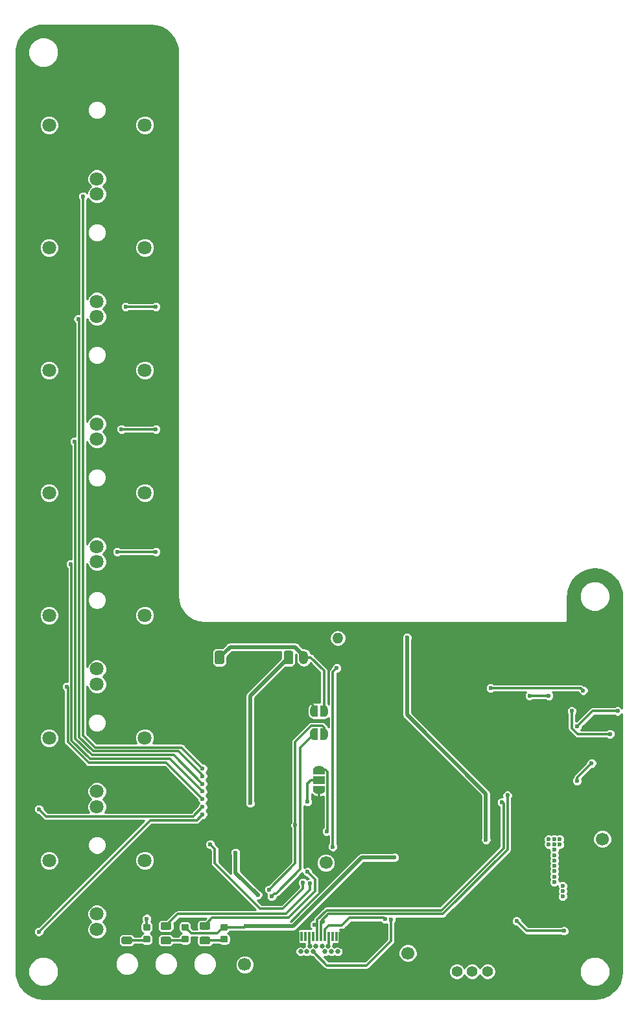
<source format=gbr>
G04 #@! TF.GenerationSoftware,KiCad,Pcbnew,(5.0.1-3-g963ef8bb5)*
G04 #@! TF.CreationDate,2021-04-06T11:18:42+02:00*
G04 #@! TF.ProjectId,foodSampler_v20,666F6F6453616D706C65725F7632302E,rev?*
G04 #@! TF.SameCoordinates,Original*
G04 #@! TF.FileFunction,Copper,L2,Bot,Signal*
G04 #@! TF.FilePolarity,Positive*
%FSLAX46Y46*%
G04 Gerber Fmt 4.6, Leading zero omitted, Abs format (unit mm)*
G04 Created by KiCad (PCBNEW (5.0.1-3-g963ef8bb5)) date 2021 April 06, Tuesday 11:18:42*
%MOMM*%
%LPD*%
G01*
G04 APERTURE LIST*
G04 #@! TA.AperFunction,SMDPad,CuDef*
%ADD10R,0.300000X1.200000*%
G04 #@! TD*
G04 #@! TA.AperFunction,ComponentPad*
%ADD11C,0.650000*%
G04 #@! TD*
G04 #@! TA.AperFunction,ComponentPad*
%ADD12O,1.000000X1.600000*%
G04 #@! TD*
G04 #@! TA.AperFunction,Conductor*
%ADD13C,0.100000*%
G04 #@! TD*
G04 #@! TA.AperFunction,ComponentPad*
%ADD14C,1.200000*%
G04 #@! TD*
G04 #@! TA.AperFunction,ComponentPad*
%ADD15O,1.200000X1.750000*%
G04 #@! TD*
G04 #@! TA.AperFunction,SMDPad,CuDef*
%ADD16C,0.500000*%
G04 #@! TD*
G04 #@! TA.AperFunction,SMDPad,CuDef*
%ADD17R,1.500000X1.000000*%
G04 #@! TD*
G04 #@! TA.AperFunction,SMDPad,CuDef*
%ADD18C,0.875000*%
G04 #@! TD*
G04 #@! TA.AperFunction,ComponentPad*
%ADD19C,1.800000*%
G04 #@! TD*
G04 #@! TA.AperFunction,WasherPad*
%ADD20C,1.800000*%
G04 #@! TD*
G04 #@! TA.AperFunction,ComponentPad*
%ADD21C,1.400000*%
G04 #@! TD*
G04 #@! TA.AperFunction,ComponentPad*
%ADD22O,1.400000X1.400000*%
G04 #@! TD*
G04 #@! TA.AperFunction,SMDPad,CuDef*
%ADD23C,0.975000*%
G04 #@! TD*
G04 #@! TA.AperFunction,ComponentPad*
%ADD24C,1.700000*%
G04 #@! TD*
G04 #@! TA.AperFunction,ViaPad*
%ADD25C,0.600000*%
G04 #@! TD*
G04 #@! TA.AperFunction,Conductor*
%ADD26C,0.300000*%
G04 #@! TD*
G04 #@! TA.AperFunction,Conductor*
%ADD27C,0.500000*%
G04 #@! TD*
G04 #@! TA.AperFunction,Conductor*
%ADD28C,0.254000*%
G04 #@! TD*
%ADD29C,0.254000*%
G04 APERTURE END LIST*
D10*
G04 #@! TO.P,J00,A2*
G04 #@! TO.N,Net-(J00-PadA2)*
X68250000Y-150400000D03*
G04 #@! TO.P,J00,A3*
G04 #@! TO.N,Net-(J00-PadA3)*
X67750000Y-150400000D03*
G04 #@! TO.P,J00,A4*
G04 #@! TO.N,VBUS*
X67250000Y-150400000D03*
G04 #@! TO.P,J00,A5*
G04 #@! TO.N,Net-(D00-Pad1)*
X66750000Y-150400000D03*
G04 #@! TO.P,J00,A6*
G04 #@! TO.N,Net-(D10-Pad2)*
X66250000Y-150400000D03*
G04 #@! TO.P,J00,A7*
G04 #@! TO.N,Net-(D10-Pad1)*
X65750000Y-150400000D03*
G04 #@! TO.P,J00,A8*
G04 #@! TO.N,Net-(J00-PadA8)*
X65250000Y-150400000D03*
G04 #@! TO.P,J00,A9*
G04 #@! TO.N,VBUS*
X64750000Y-150400000D03*
G04 #@! TO.P,J00,A10*
G04 #@! TO.N,Net-(J00-PadA10)*
X64250000Y-150400000D03*
G04 #@! TO.P,J00,A11*
G04 #@! TO.N,Net-(J00-PadA11)*
X63750000Y-150400000D03*
G04 #@! TO.P,J00,A1*
G04 #@! TO.N,GND*
X68750000Y-150400000D03*
G04 #@! TO.P,J00,A12*
X63250000Y-150400000D03*
D11*
G04 #@! TO.P,J00,B1*
X63200000Y-151670000D03*
G04 #@! TO.P,J00,B12*
X68800000Y-151670000D03*
G04 #@! TO.P,J00,B2*
G04 #@! TO.N,Net-(J00-PadB2)*
X63600000Y-152370000D03*
G04 #@! TO.P,J00,S1*
G04 #@! TO.N,GND*
X64000000Y-151670000D03*
G04 #@! TO.P,J00,B3*
G04 #@! TO.N,Net-(J00-PadB3)*
X64400000Y-152370000D03*
G04 #@! TO.P,J00,B4*
G04 #@! TO.N,VBUS*
X64800000Y-151670000D03*
G04 #@! TO.P,J00,B5*
G04 #@! TO.N,Net-(D00-Pad2)*
X65200000Y-152370000D03*
G04 #@! TO.P,J00,B6*
G04 #@! TO.N,Net-(D10-Pad2)*
X65600000Y-151670000D03*
G04 #@! TO.P,J00,B7*
G04 #@! TO.N,Net-(D10-Pad1)*
X66400000Y-151670000D03*
G04 #@! TO.P,J00,B8*
G04 #@! TO.N,Net-(J00-PadB8)*
X66800000Y-152370000D03*
G04 #@! TO.P,J00,B9*
G04 #@! TO.N,VBUS*
X67200000Y-151670000D03*
G04 #@! TO.P,J00,B10*
G04 #@! TO.N,Net-(J00-PadB10)*
X67650000Y-152370000D03*
G04 #@! TO.P,J00,S1*
G04 #@! TO.N,GND*
X68000000Y-151670000D03*
G04 #@! TO.P,J00,B11*
G04 #@! TO.N,Net-(J00-PadB11)*
X68450000Y-152370000D03*
D12*
G04 #@! TO.P,J00,S1*
G04 #@! TO.N,GND*
X70270000Y-152820000D03*
X61730000Y-152820000D03*
X61730000Y-157550000D03*
X70270000Y-157550000D03*
G04 #@! TD*
D13*
G04 #@! TO.N,+BATT*
G04 #@! TO.C,J30*
G36*
X62374505Y-113126204D02*
X62398773Y-113129804D01*
X62422572Y-113135765D01*
X62445671Y-113144030D01*
X62467850Y-113154520D01*
X62488893Y-113167132D01*
X62508599Y-113181747D01*
X62526777Y-113198223D01*
X62543253Y-113216401D01*
X62557868Y-113236107D01*
X62570480Y-113257150D01*
X62580970Y-113279329D01*
X62589235Y-113302428D01*
X62595196Y-113326227D01*
X62598796Y-113350495D01*
X62600000Y-113374999D01*
X62600000Y-114625001D01*
X62598796Y-114649505D01*
X62595196Y-114673773D01*
X62589235Y-114697572D01*
X62580970Y-114720671D01*
X62570480Y-114742850D01*
X62557868Y-114763893D01*
X62543253Y-114783599D01*
X62526777Y-114801777D01*
X62508599Y-114818253D01*
X62488893Y-114832868D01*
X62467850Y-114845480D01*
X62445671Y-114855970D01*
X62422572Y-114864235D01*
X62398773Y-114870196D01*
X62374505Y-114873796D01*
X62350001Y-114875000D01*
X61649999Y-114875000D01*
X61625495Y-114873796D01*
X61601227Y-114870196D01*
X61577428Y-114864235D01*
X61554329Y-114855970D01*
X61532150Y-114845480D01*
X61511107Y-114832868D01*
X61491401Y-114818253D01*
X61473223Y-114801777D01*
X61456747Y-114783599D01*
X61442132Y-114763893D01*
X61429520Y-114742850D01*
X61419030Y-114720671D01*
X61410765Y-114697572D01*
X61404804Y-114673773D01*
X61401204Y-114649505D01*
X61400000Y-114625001D01*
X61400000Y-113374999D01*
X61401204Y-113350495D01*
X61404804Y-113326227D01*
X61410765Y-113302428D01*
X61419030Y-113279329D01*
X61429520Y-113257150D01*
X61442132Y-113236107D01*
X61456747Y-113216401D01*
X61473223Y-113198223D01*
X61491401Y-113181747D01*
X61511107Y-113167132D01*
X61532150Y-113154520D01*
X61554329Y-113144030D01*
X61577428Y-113135765D01*
X61601227Y-113129804D01*
X61625495Y-113126204D01*
X61649999Y-113125000D01*
X62350001Y-113125000D01*
X62374505Y-113126204D01*
X62374505Y-113126204D01*
G37*
D14*
G04 #@! TD*
G04 #@! TO.P,J30,1*
G04 #@! TO.N,+BATT*
X62000000Y-114000000D03*
D15*
G04 #@! TO.P,J30,2*
G04 #@! TO.N,Net-(J30-Pad2)*
X64000000Y-114000000D03*
G04 #@! TD*
G04 #@! TO.P,J31,2*
G04 #@! TO.N,GND*
X55000000Y-114000000D03*
D13*
G04 #@! TD*
G04 #@! TO.N,Net-(J30-Pad2)*
G04 #@! TO.C,J31*
G36*
X53374505Y-113126204D02*
X53398773Y-113129804D01*
X53422572Y-113135765D01*
X53445671Y-113144030D01*
X53467850Y-113154520D01*
X53488893Y-113167132D01*
X53508599Y-113181747D01*
X53526777Y-113198223D01*
X53543253Y-113216401D01*
X53557868Y-113236107D01*
X53570480Y-113257150D01*
X53580970Y-113279329D01*
X53589235Y-113302428D01*
X53595196Y-113326227D01*
X53598796Y-113350495D01*
X53600000Y-113374999D01*
X53600000Y-114625001D01*
X53598796Y-114649505D01*
X53595196Y-114673773D01*
X53589235Y-114697572D01*
X53580970Y-114720671D01*
X53570480Y-114742850D01*
X53557868Y-114763893D01*
X53543253Y-114783599D01*
X53526777Y-114801777D01*
X53508599Y-114818253D01*
X53488893Y-114832868D01*
X53467850Y-114845480D01*
X53445671Y-114855970D01*
X53422572Y-114864235D01*
X53398773Y-114870196D01*
X53374505Y-114873796D01*
X53350001Y-114875000D01*
X52649999Y-114875000D01*
X52625495Y-114873796D01*
X52601227Y-114870196D01*
X52577428Y-114864235D01*
X52554329Y-114855970D01*
X52532150Y-114845480D01*
X52511107Y-114832868D01*
X52491401Y-114818253D01*
X52473223Y-114801777D01*
X52456747Y-114783599D01*
X52442132Y-114763893D01*
X52429520Y-114742850D01*
X52419030Y-114720671D01*
X52410765Y-114697572D01*
X52404804Y-114673773D01*
X52401204Y-114649505D01*
X52400000Y-114625001D01*
X52400000Y-113374999D01*
X52401204Y-113350495D01*
X52404804Y-113326227D01*
X52410765Y-113302428D01*
X52419030Y-113279329D01*
X52429520Y-113257150D01*
X52442132Y-113236107D01*
X52456747Y-113216401D01*
X52473223Y-113198223D01*
X52491401Y-113181747D01*
X52511107Y-113167132D01*
X52532150Y-113154520D01*
X52554329Y-113144030D01*
X52577428Y-113135765D01*
X52601227Y-113129804D01*
X52625495Y-113126204D01*
X52649999Y-113125000D01*
X53350001Y-113125000D01*
X53374505Y-113126204D01*
X53374505Y-113126204D01*
G37*
D14*
G04 #@! TO.P,J31,1*
G04 #@! TO.N,Net-(J30-Pad2)*
X53000000Y-114000000D03*
G04 #@! TD*
D16*
G04 #@! TO.P,JP00,1*
G04 #@! TO.N,VBUS*
X66000000Y-128700000D03*
D13*
G04 #@! TD*
G04 #@! TO.N,VBUS*
G04 #@! TO.C,JP00*
G36*
X65250000Y-129250000D02*
X65250000Y-128700000D01*
X65250602Y-128700000D01*
X65250602Y-128675466D01*
X65255412Y-128626635D01*
X65264984Y-128578510D01*
X65279228Y-128531555D01*
X65298005Y-128486222D01*
X65321136Y-128442949D01*
X65348396Y-128402150D01*
X65379524Y-128364221D01*
X65414221Y-128329524D01*
X65452150Y-128298396D01*
X65492949Y-128271136D01*
X65536222Y-128248005D01*
X65581555Y-128229228D01*
X65628510Y-128214984D01*
X65676635Y-128205412D01*
X65725466Y-128200602D01*
X65750000Y-128200602D01*
X65750000Y-128200000D01*
X66250000Y-128200000D01*
X66250000Y-128200602D01*
X66274534Y-128200602D01*
X66323365Y-128205412D01*
X66371490Y-128214984D01*
X66418445Y-128229228D01*
X66463778Y-128248005D01*
X66507051Y-128271136D01*
X66547850Y-128298396D01*
X66585779Y-128329524D01*
X66620476Y-128364221D01*
X66651604Y-128402150D01*
X66678864Y-128442949D01*
X66701995Y-128486222D01*
X66720772Y-128531555D01*
X66735016Y-128578510D01*
X66744588Y-128626635D01*
X66749398Y-128675466D01*
X66749398Y-128700000D01*
X66750000Y-128700000D01*
X66750000Y-129250000D01*
X65250000Y-129250000D01*
X65250000Y-129250000D01*
G37*
D16*
G04 #@! TO.P,JP00,3*
G04 #@! TO.N,GND*
X66000000Y-131300000D03*
D13*
G04 #@! TD*
G04 #@! TO.N,GND*
G04 #@! TO.C,JP00*
G36*
X66749398Y-131300000D02*
X66749398Y-131324534D01*
X66744588Y-131373365D01*
X66735016Y-131421490D01*
X66720772Y-131468445D01*
X66701995Y-131513778D01*
X66678864Y-131557051D01*
X66651604Y-131597850D01*
X66620476Y-131635779D01*
X66585779Y-131670476D01*
X66547850Y-131701604D01*
X66507051Y-131728864D01*
X66463778Y-131751995D01*
X66418445Y-131770772D01*
X66371490Y-131785016D01*
X66323365Y-131794588D01*
X66274534Y-131799398D01*
X66250000Y-131799398D01*
X66250000Y-131800000D01*
X65750000Y-131800000D01*
X65750000Y-131799398D01*
X65725466Y-131799398D01*
X65676635Y-131794588D01*
X65628510Y-131785016D01*
X65581555Y-131770772D01*
X65536222Y-131751995D01*
X65492949Y-131728864D01*
X65452150Y-131701604D01*
X65414221Y-131670476D01*
X65379524Y-131635779D01*
X65348396Y-131597850D01*
X65321136Y-131557051D01*
X65298005Y-131513778D01*
X65279228Y-131468445D01*
X65264984Y-131421490D01*
X65255412Y-131373365D01*
X65250602Y-131324534D01*
X65250602Y-131300000D01*
X65250000Y-131300000D01*
X65250000Y-130750000D01*
X66750000Y-130750000D01*
X66750000Y-131300000D01*
X66749398Y-131300000D01*
X66749398Y-131300000D01*
G37*
D17*
G04 #@! TO.P,JP00,2*
G04 #@! TO.N,Net-(JP00-Pad2)*
X66000000Y-130000000D03*
G04 #@! TD*
D16*
G04 #@! TO.P,JP30,2*
G04 #@! TO.N,Net-(JP30-Pad2)*
X65350000Y-124000000D03*
D13*
G04 #@! TD*
G04 #@! TO.N,Net-(JP30-Pad2)*
G04 #@! TO.C,JP30*
G36*
X65350000Y-124749398D02*
X65325466Y-124749398D01*
X65276635Y-124744588D01*
X65228510Y-124735016D01*
X65181555Y-124720772D01*
X65136222Y-124701995D01*
X65092949Y-124678864D01*
X65052150Y-124651604D01*
X65014221Y-124620476D01*
X64979524Y-124585779D01*
X64948396Y-124547850D01*
X64921136Y-124507051D01*
X64898005Y-124463778D01*
X64879228Y-124418445D01*
X64864984Y-124371490D01*
X64855412Y-124323365D01*
X64850602Y-124274534D01*
X64850602Y-124250000D01*
X64850000Y-124250000D01*
X64850000Y-123750000D01*
X64850602Y-123750000D01*
X64850602Y-123725466D01*
X64855412Y-123676635D01*
X64864984Y-123628510D01*
X64879228Y-123581555D01*
X64898005Y-123536222D01*
X64921136Y-123492949D01*
X64948396Y-123452150D01*
X64979524Y-123414221D01*
X65014221Y-123379524D01*
X65052150Y-123348396D01*
X65092949Y-123321136D01*
X65136222Y-123298005D01*
X65181555Y-123279228D01*
X65228510Y-123264984D01*
X65276635Y-123255412D01*
X65325466Y-123250602D01*
X65350000Y-123250602D01*
X65350000Y-123250000D01*
X65850000Y-123250000D01*
X65850000Y-124750000D01*
X65350000Y-124750000D01*
X65350000Y-124749398D01*
X65350000Y-124749398D01*
G37*
D16*
G04 #@! TO.P,JP30,1*
G04 #@! TO.N,Net-(JP30-Pad1)*
X66650000Y-124000000D03*
D13*
G04 #@! TD*
G04 #@! TO.N,Net-(JP30-Pad1)*
G04 #@! TO.C,JP30*
G36*
X66150000Y-123250000D02*
X66650000Y-123250000D01*
X66650000Y-123250602D01*
X66674534Y-123250602D01*
X66723365Y-123255412D01*
X66771490Y-123264984D01*
X66818445Y-123279228D01*
X66863778Y-123298005D01*
X66907051Y-123321136D01*
X66947850Y-123348396D01*
X66985779Y-123379524D01*
X67020476Y-123414221D01*
X67051604Y-123452150D01*
X67078864Y-123492949D01*
X67101995Y-123536222D01*
X67120772Y-123581555D01*
X67135016Y-123628510D01*
X67144588Y-123676635D01*
X67149398Y-123725466D01*
X67149398Y-123750000D01*
X67150000Y-123750000D01*
X67150000Y-124250000D01*
X67149398Y-124250000D01*
X67149398Y-124274534D01*
X67144588Y-124323365D01*
X67135016Y-124371490D01*
X67120772Y-124418445D01*
X67101995Y-124463778D01*
X67078864Y-124507051D01*
X67051604Y-124547850D01*
X67020476Y-124585779D01*
X66985779Y-124620476D01*
X66947850Y-124651604D01*
X66907051Y-124678864D01*
X66863778Y-124701995D01*
X66818445Y-124720772D01*
X66771490Y-124735016D01*
X66723365Y-124744588D01*
X66674534Y-124749398D01*
X66650000Y-124749398D01*
X66650000Y-124750000D01*
X66150000Y-124750000D01*
X66150000Y-123250000D01*
X66150000Y-123250000D01*
G37*
D16*
G04 #@! TO.P,JP31,1*
G04 #@! TO.N,Net-(J30-Pad2)*
X66650000Y-121000000D03*
D13*
G04 #@! TD*
G04 #@! TO.N,Net-(J30-Pad2)*
G04 #@! TO.C,JP31*
G36*
X66150000Y-120250000D02*
X66650000Y-120250000D01*
X66650000Y-120250602D01*
X66674534Y-120250602D01*
X66723365Y-120255412D01*
X66771490Y-120264984D01*
X66818445Y-120279228D01*
X66863778Y-120298005D01*
X66907051Y-120321136D01*
X66947850Y-120348396D01*
X66985779Y-120379524D01*
X67020476Y-120414221D01*
X67051604Y-120452150D01*
X67078864Y-120492949D01*
X67101995Y-120536222D01*
X67120772Y-120581555D01*
X67135016Y-120628510D01*
X67144588Y-120676635D01*
X67149398Y-120725466D01*
X67149398Y-120750000D01*
X67150000Y-120750000D01*
X67150000Y-121250000D01*
X67149398Y-121250000D01*
X67149398Y-121274534D01*
X67144588Y-121323365D01*
X67135016Y-121371490D01*
X67120772Y-121418445D01*
X67101995Y-121463778D01*
X67078864Y-121507051D01*
X67051604Y-121547850D01*
X67020476Y-121585779D01*
X66985779Y-121620476D01*
X66947850Y-121651604D01*
X66907051Y-121678864D01*
X66863778Y-121701995D01*
X66818445Y-121720772D01*
X66771490Y-121735016D01*
X66723365Y-121744588D01*
X66674534Y-121749398D01*
X66650000Y-121749398D01*
X66650000Y-121750000D01*
X66150000Y-121750000D01*
X66150000Y-120250000D01*
X66150000Y-120250000D01*
G37*
D16*
G04 #@! TO.P,JP31,2*
G04 #@! TO.N,GND*
X65350000Y-121000000D03*
D13*
G04 #@! TD*
G04 #@! TO.N,GND*
G04 #@! TO.C,JP31*
G36*
X65350000Y-121749398D02*
X65325466Y-121749398D01*
X65276635Y-121744588D01*
X65228510Y-121735016D01*
X65181555Y-121720772D01*
X65136222Y-121701995D01*
X65092949Y-121678864D01*
X65052150Y-121651604D01*
X65014221Y-121620476D01*
X64979524Y-121585779D01*
X64948396Y-121547850D01*
X64921136Y-121507051D01*
X64898005Y-121463778D01*
X64879228Y-121418445D01*
X64864984Y-121371490D01*
X64855412Y-121323365D01*
X64850602Y-121274534D01*
X64850602Y-121250000D01*
X64850000Y-121250000D01*
X64850000Y-120750000D01*
X64850602Y-120750000D01*
X64850602Y-120725466D01*
X64855412Y-120676635D01*
X64864984Y-120628510D01*
X64879228Y-120581555D01*
X64898005Y-120536222D01*
X64921136Y-120492949D01*
X64948396Y-120452150D01*
X64979524Y-120414221D01*
X65014221Y-120379524D01*
X65052150Y-120348396D01*
X65092949Y-120321136D01*
X65136222Y-120298005D01*
X65181555Y-120279228D01*
X65228510Y-120264984D01*
X65276635Y-120255412D01*
X65325466Y-120250602D01*
X65350000Y-120250602D01*
X65350000Y-120250000D01*
X65850000Y-120250000D01*
X65850000Y-121750000D01*
X65350000Y-121750000D01*
X65350000Y-121749398D01*
X65350000Y-121749398D01*
G37*
G04 #@! TO.N,Net-(C01-Pad1)*
G04 #@! TO.C,R30*
G36*
X48777691Y-148776053D02*
X48798926Y-148779203D01*
X48819750Y-148784419D01*
X48839962Y-148791651D01*
X48859368Y-148800830D01*
X48877781Y-148811866D01*
X48895024Y-148824654D01*
X48910930Y-148839070D01*
X48925346Y-148854976D01*
X48938134Y-148872219D01*
X48949170Y-148890632D01*
X48958349Y-148910038D01*
X48965581Y-148930250D01*
X48970797Y-148951074D01*
X48973947Y-148972309D01*
X48975000Y-148993750D01*
X48975000Y-149431250D01*
X48973947Y-149452691D01*
X48970797Y-149473926D01*
X48965581Y-149494750D01*
X48958349Y-149514962D01*
X48949170Y-149534368D01*
X48938134Y-149552781D01*
X48925346Y-149570024D01*
X48910930Y-149585930D01*
X48895024Y-149600346D01*
X48877781Y-149613134D01*
X48859368Y-149624170D01*
X48839962Y-149633349D01*
X48819750Y-149640581D01*
X48798926Y-149645797D01*
X48777691Y-149648947D01*
X48756250Y-149650000D01*
X48243750Y-149650000D01*
X48222309Y-149648947D01*
X48201074Y-149645797D01*
X48180250Y-149640581D01*
X48160038Y-149633349D01*
X48140632Y-149624170D01*
X48122219Y-149613134D01*
X48104976Y-149600346D01*
X48089070Y-149585930D01*
X48074654Y-149570024D01*
X48061866Y-149552781D01*
X48050830Y-149534368D01*
X48041651Y-149514962D01*
X48034419Y-149494750D01*
X48029203Y-149473926D01*
X48026053Y-149452691D01*
X48025000Y-149431250D01*
X48025000Y-148993750D01*
X48026053Y-148972309D01*
X48029203Y-148951074D01*
X48034419Y-148930250D01*
X48041651Y-148910038D01*
X48050830Y-148890632D01*
X48061866Y-148872219D01*
X48074654Y-148854976D01*
X48089070Y-148839070D01*
X48104976Y-148824654D01*
X48122219Y-148811866D01*
X48140632Y-148800830D01*
X48160038Y-148791651D01*
X48180250Y-148784419D01*
X48201074Y-148779203D01*
X48222309Y-148776053D01*
X48243750Y-148775000D01*
X48756250Y-148775000D01*
X48777691Y-148776053D01*
X48777691Y-148776053D01*
G37*
D18*
G04 #@! TD*
G04 #@! TO.P,R30,1*
G04 #@! TO.N,Net-(C01-Pad1)*
X48500000Y-149212500D03*
D13*
G04 #@! TO.N,Net-(D30-Pad2)*
G04 #@! TO.C,R30*
G36*
X48777691Y-150351053D02*
X48798926Y-150354203D01*
X48819750Y-150359419D01*
X48839962Y-150366651D01*
X48859368Y-150375830D01*
X48877781Y-150386866D01*
X48895024Y-150399654D01*
X48910930Y-150414070D01*
X48925346Y-150429976D01*
X48938134Y-150447219D01*
X48949170Y-150465632D01*
X48958349Y-150485038D01*
X48965581Y-150505250D01*
X48970797Y-150526074D01*
X48973947Y-150547309D01*
X48975000Y-150568750D01*
X48975000Y-151006250D01*
X48973947Y-151027691D01*
X48970797Y-151048926D01*
X48965581Y-151069750D01*
X48958349Y-151089962D01*
X48949170Y-151109368D01*
X48938134Y-151127781D01*
X48925346Y-151145024D01*
X48910930Y-151160930D01*
X48895024Y-151175346D01*
X48877781Y-151188134D01*
X48859368Y-151199170D01*
X48839962Y-151208349D01*
X48819750Y-151215581D01*
X48798926Y-151220797D01*
X48777691Y-151223947D01*
X48756250Y-151225000D01*
X48243750Y-151225000D01*
X48222309Y-151223947D01*
X48201074Y-151220797D01*
X48180250Y-151215581D01*
X48160038Y-151208349D01*
X48140632Y-151199170D01*
X48122219Y-151188134D01*
X48104976Y-151175346D01*
X48089070Y-151160930D01*
X48074654Y-151145024D01*
X48061866Y-151127781D01*
X48050830Y-151109368D01*
X48041651Y-151089962D01*
X48034419Y-151069750D01*
X48029203Y-151048926D01*
X48026053Y-151027691D01*
X48025000Y-151006250D01*
X48025000Y-150568750D01*
X48026053Y-150547309D01*
X48029203Y-150526074D01*
X48034419Y-150505250D01*
X48041651Y-150485038D01*
X48050830Y-150465632D01*
X48061866Y-150447219D01*
X48074654Y-150429976D01*
X48089070Y-150414070D01*
X48104976Y-150399654D01*
X48122219Y-150386866D01*
X48140632Y-150375830D01*
X48160038Y-150366651D01*
X48180250Y-150359419D01*
X48201074Y-150354203D01*
X48222309Y-150351053D01*
X48243750Y-150350000D01*
X48756250Y-150350000D01*
X48777691Y-150351053D01*
X48777691Y-150351053D01*
G37*
D18*
G04 #@! TD*
G04 #@! TO.P,R30,2*
G04 #@! TO.N,Net-(D30-Pad2)*
X48500000Y-150787500D03*
D13*
G04 #@! TO.N,Net-(C01-Pad1)*
G04 #@! TO.C,R31*
G36*
X53877691Y-148776053D02*
X53898926Y-148779203D01*
X53919750Y-148784419D01*
X53939962Y-148791651D01*
X53959368Y-148800830D01*
X53977781Y-148811866D01*
X53995024Y-148824654D01*
X54010930Y-148839070D01*
X54025346Y-148854976D01*
X54038134Y-148872219D01*
X54049170Y-148890632D01*
X54058349Y-148910038D01*
X54065581Y-148930250D01*
X54070797Y-148951074D01*
X54073947Y-148972309D01*
X54075000Y-148993750D01*
X54075000Y-149431250D01*
X54073947Y-149452691D01*
X54070797Y-149473926D01*
X54065581Y-149494750D01*
X54058349Y-149514962D01*
X54049170Y-149534368D01*
X54038134Y-149552781D01*
X54025346Y-149570024D01*
X54010930Y-149585930D01*
X53995024Y-149600346D01*
X53977781Y-149613134D01*
X53959368Y-149624170D01*
X53939962Y-149633349D01*
X53919750Y-149640581D01*
X53898926Y-149645797D01*
X53877691Y-149648947D01*
X53856250Y-149650000D01*
X53343750Y-149650000D01*
X53322309Y-149648947D01*
X53301074Y-149645797D01*
X53280250Y-149640581D01*
X53260038Y-149633349D01*
X53240632Y-149624170D01*
X53222219Y-149613134D01*
X53204976Y-149600346D01*
X53189070Y-149585930D01*
X53174654Y-149570024D01*
X53161866Y-149552781D01*
X53150830Y-149534368D01*
X53141651Y-149514962D01*
X53134419Y-149494750D01*
X53129203Y-149473926D01*
X53126053Y-149452691D01*
X53125000Y-149431250D01*
X53125000Y-148993750D01*
X53126053Y-148972309D01*
X53129203Y-148951074D01*
X53134419Y-148930250D01*
X53141651Y-148910038D01*
X53150830Y-148890632D01*
X53161866Y-148872219D01*
X53174654Y-148854976D01*
X53189070Y-148839070D01*
X53204976Y-148824654D01*
X53222219Y-148811866D01*
X53240632Y-148800830D01*
X53260038Y-148791651D01*
X53280250Y-148784419D01*
X53301074Y-148779203D01*
X53322309Y-148776053D01*
X53343750Y-148775000D01*
X53856250Y-148775000D01*
X53877691Y-148776053D01*
X53877691Y-148776053D01*
G37*
D18*
G04 #@! TD*
G04 #@! TO.P,R31,1*
G04 #@! TO.N,Net-(C01-Pad1)*
X53600000Y-149212500D03*
D13*
G04 #@! TO.N,Net-(D31-Pad2)*
G04 #@! TO.C,R31*
G36*
X53877691Y-150351053D02*
X53898926Y-150354203D01*
X53919750Y-150359419D01*
X53939962Y-150366651D01*
X53959368Y-150375830D01*
X53977781Y-150386866D01*
X53995024Y-150399654D01*
X54010930Y-150414070D01*
X54025346Y-150429976D01*
X54038134Y-150447219D01*
X54049170Y-150465632D01*
X54058349Y-150485038D01*
X54065581Y-150505250D01*
X54070797Y-150526074D01*
X54073947Y-150547309D01*
X54075000Y-150568750D01*
X54075000Y-151006250D01*
X54073947Y-151027691D01*
X54070797Y-151048926D01*
X54065581Y-151069750D01*
X54058349Y-151089962D01*
X54049170Y-151109368D01*
X54038134Y-151127781D01*
X54025346Y-151145024D01*
X54010930Y-151160930D01*
X53995024Y-151175346D01*
X53977781Y-151188134D01*
X53959368Y-151199170D01*
X53939962Y-151208349D01*
X53919750Y-151215581D01*
X53898926Y-151220797D01*
X53877691Y-151223947D01*
X53856250Y-151225000D01*
X53343750Y-151225000D01*
X53322309Y-151223947D01*
X53301074Y-151220797D01*
X53280250Y-151215581D01*
X53260038Y-151208349D01*
X53240632Y-151199170D01*
X53222219Y-151188134D01*
X53204976Y-151175346D01*
X53189070Y-151160930D01*
X53174654Y-151145024D01*
X53161866Y-151127781D01*
X53150830Y-151109368D01*
X53141651Y-151089962D01*
X53134419Y-151069750D01*
X53129203Y-151048926D01*
X53126053Y-151027691D01*
X53125000Y-151006250D01*
X53125000Y-150568750D01*
X53126053Y-150547309D01*
X53129203Y-150526074D01*
X53134419Y-150505250D01*
X53141651Y-150485038D01*
X53150830Y-150465632D01*
X53161866Y-150447219D01*
X53174654Y-150429976D01*
X53189070Y-150414070D01*
X53204976Y-150399654D01*
X53222219Y-150386866D01*
X53240632Y-150375830D01*
X53260038Y-150366651D01*
X53280250Y-150359419D01*
X53301074Y-150354203D01*
X53322309Y-150351053D01*
X53343750Y-150350000D01*
X53856250Y-150350000D01*
X53877691Y-150351053D01*
X53877691Y-150351053D01*
G37*
D18*
G04 #@! TD*
G04 #@! TO.P,R31,2*
G04 #@! TO.N,Net-(D31-Pad2)*
X53600000Y-150787500D03*
D19*
G04 #@! TO.P,SW40,1*
G04 #@! TO.N,Net-(RS40-Pad1)*
X30750000Y-44500000D03*
G04 #@! TO.P,SW40,2*
G04 #@! TO.N,Net-(SW40-Pad2)*
X43250000Y-44500000D03*
G04 #@! TO.P,SW40,3*
G04 #@! TO.N,GND*
X30750000Y-49500000D03*
G04 #@! TO.P,SW40,4*
X43250000Y-49500000D03*
G04 #@! TO.P,SW40,5*
X37000000Y-40500000D03*
G04 #@! TO.P,SW40,6*
G04 #@! TO.N,Net-(RL40-Pad1)*
X37000000Y-53500000D03*
D20*
G04 #@! TO.P,SW40,*
G04 #@! TO.N,*
X37000000Y-51500000D03*
G04 #@! TD*
G04 #@! TO.P,SW41,*
G04 #@! TO.N,*
X37000000Y-67500000D03*
D19*
G04 #@! TO.P,SW41,6*
G04 #@! TO.N,Net-(RL41-Pad1)*
X37000000Y-69500000D03*
G04 #@! TO.P,SW41,5*
G04 #@! TO.N,GND*
X37000000Y-56500000D03*
G04 #@! TO.P,SW41,4*
X43250000Y-65500000D03*
G04 #@! TO.P,SW41,3*
X30750000Y-65500000D03*
G04 #@! TO.P,SW41,2*
G04 #@! TO.N,Net-(SW41-Pad2)*
X43250000Y-60500000D03*
G04 #@! TO.P,SW41,1*
G04 #@! TO.N,Net-(RS41-Pad1)*
X30750000Y-60500000D03*
G04 #@! TD*
G04 #@! TO.P,SW42,1*
G04 #@! TO.N,Net-(RS42-Pad1)*
X30750000Y-76500000D03*
G04 #@! TO.P,SW42,2*
G04 #@! TO.N,Net-(SW42-Pad2)*
X43250000Y-76500000D03*
G04 #@! TO.P,SW42,3*
G04 #@! TO.N,GND*
X30750000Y-81500000D03*
G04 #@! TO.P,SW42,4*
X43250000Y-81500000D03*
G04 #@! TO.P,SW42,5*
X37000000Y-72500000D03*
G04 #@! TO.P,SW42,6*
G04 #@! TO.N,Net-(RL42-Pad1)*
X37000000Y-85500000D03*
D20*
G04 #@! TO.P,SW42,*
G04 #@! TO.N,*
X37000000Y-83500000D03*
G04 #@! TD*
D19*
G04 #@! TO.P,SW43,1*
G04 #@! TO.N,Net-(RS43-Pad1)*
X30750000Y-92500000D03*
G04 #@! TO.P,SW43,2*
G04 #@! TO.N,Net-(SW43-Pad2)*
X43250000Y-92500000D03*
G04 #@! TO.P,SW43,3*
G04 #@! TO.N,GND*
X30750000Y-97500000D03*
G04 #@! TO.P,SW43,4*
X43250000Y-97500000D03*
G04 #@! TO.P,SW43,5*
X37000000Y-88500000D03*
G04 #@! TO.P,SW43,6*
G04 #@! TO.N,Net-(RL43-Pad1)*
X37000000Y-101500000D03*
D20*
G04 #@! TO.P,SW43,*
G04 #@! TO.N,*
X37000000Y-99500000D03*
G04 #@! TD*
G04 #@! TO.P,SW44,*
G04 #@! TO.N,*
X37000000Y-115500000D03*
D19*
G04 #@! TO.P,SW44,6*
G04 #@! TO.N,Net-(RL44-Pad1)*
X37000000Y-117500000D03*
G04 #@! TO.P,SW44,5*
G04 #@! TO.N,GND*
X37000000Y-104500000D03*
G04 #@! TO.P,SW44,4*
X43250000Y-113500000D03*
G04 #@! TO.P,SW44,3*
X30750000Y-113500000D03*
G04 #@! TO.P,SW44,2*
G04 #@! TO.N,Net-(SW44-Pad2)*
X43250000Y-108500000D03*
G04 #@! TO.P,SW44,1*
G04 #@! TO.N,Net-(RS44-Pad1)*
X30750000Y-108500000D03*
G04 #@! TD*
G04 #@! TO.P,SW45,1*
G04 #@! TO.N,Net-(RS45-Pad1)*
X30750000Y-124500000D03*
G04 #@! TO.P,SW45,2*
G04 #@! TO.N,Net-(SW45-Pad2)*
X43250000Y-124500000D03*
G04 #@! TO.P,SW45,3*
G04 #@! TO.N,GND*
X30750000Y-129500000D03*
G04 #@! TO.P,SW45,4*
X43250000Y-129500000D03*
G04 #@! TO.P,SW45,5*
X37000000Y-120500000D03*
G04 #@! TO.P,SW45,6*
G04 #@! TO.N,Net-(RL45-Pad1)*
X37000000Y-133500000D03*
D20*
G04 #@! TO.P,SW45,*
G04 #@! TO.N,*
X37000000Y-131500000D03*
G04 #@! TD*
G04 #@! TO.P,SW46,*
G04 #@! TO.N,*
X37000000Y-147500000D03*
D19*
G04 #@! TO.P,SW46,6*
G04 #@! TO.N,Net-(RL46-Pad1)*
X37000000Y-149500000D03*
G04 #@! TO.P,SW46,5*
G04 #@! TO.N,GND*
X37000000Y-136500000D03*
G04 #@! TO.P,SW46,4*
X43250000Y-145500000D03*
G04 #@! TO.P,SW46,3*
X30750000Y-145500000D03*
G04 #@! TO.P,SW46,2*
G04 #@! TO.N,Net-(SW46-Pad2)*
X43250000Y-140500000D03*
G04 #@! TO.P,SW46,1*
G04 #@! TO.N,Net-(RS46-Pad1)*
X30750000Y-140500000D03*
G04 #@! TD*
D21*
G04 #@! TO.P,TH30,1*
G04 #@! TO.N,GND*
X71000000Y-111500000D03*
D22*
G04 #@! TO.P,TH30,2*
G04 #@! TO.N,Net-(C31-Pad1)*
X68460000Y-111500000D03*
G04 #@! TD*
D13*
G04 #@! TO.N,Net-(D30-Pad1)*
G04 #@! TO.C,D30*
G36*
X46480142Y-148576174D02*
X46503803Y-148579684D01*
X46527007Y-148585496D01*
X46549529Y-148593554D01*
X46571153Y-148603782D01*
X46591670Y-148616079D01*
X46610883Y-148630329D01*
X46628607Y-148646393D01*
X46644671Y-148664117D01*
X46658921Y-148683330D01*
X46671218Y-148703847D01*
X46681446Y-148725471D01*
X46689504Y-148747993D01*
X46695316Y-148771197D01*
X46698826Y-148794858D01*
X46700000Y-148818750D01*
X46700000Y-149306250D01*
X46698826Y-149330142D01*
X46695316Y-149353803D01*
X46689504Y-149377007D01*
X46681446Y-149399529D01*
X46671218Y-149421153D01*
X46658921Y-149441670D01*
X46644671Y-149460883D01*
X46628607Y-149478607D01*
X46610883Y-149494671D01*
X46591670Y-149508921D01*
X46571153Y-149521218D01*
X46549529Y-149531446D01*
X46527007Y-149539504D01*
X46503803Y-149545316D01*
X46480142Y-149548826D01*
X46456250Y-149550000D01*
X45543750Y-149550000D01*
X45519858Y-149548826D01*
X45496197Y-149545316D01*
X45472993Y-149539504D01*
X45450471Y-149531446D01*
X45428847Y-149521218D01*
X45408330Y-149508921D01*
X45389117Y-149494671D01*
X45371393Y-149478607D01*
X45355329Y-149460883D01*
X45341079Y-149441670D01*
X45328782Y-149421153D01*
X45318554Y-149399529D01*
X45310496Y-149377007D01*
X45304684Y-149353803D01*
X45301174Y-149330142D01*
X45300000Y-149306250D01*
X45300000Y-148818750D01*
X45301174Y-148794858D01*
X45304684Y-148771197D01*
X45310496Y-148747993D01*
X45318554Y-148725471D01*
X45328782Y-148703847D01*
X45341079Y-148683330D01*
X45355329Y-148664117D01*
X45371393Y-148646393D01*
X45389117Y-148630329D01*
X45408330Y-148616079D01*
X45428847Y-148603782D01*
X45450471Y-148593554D01*
X45472993Y-148585496D01*
X45496197Y-148579684D01*
X45519858Y-148576174D01*
X45543750Y-148575000D01*
X46456250Y-148575000D01*
X46480142Y-148576174D01*
X46480142Y-148576174D01*
G37*
D23*
G04 #@! TD*
G04 #@! TO.P,D30,1*
G04 #@! TO.N,Net-(D30-Pad1)*
X46000000Y-149062500D03*
D13*
G04 #@! TO.N,Net-(D30-Pad2)*
G04 #@! TO.C,D30*
G36*
X46480142Y-150451174D02*
X46503803Y-150454684D01*
X46527007Y-150460496D01*
X46549529Y-150468554D01*
X46571153Y-150478782D01*
X46591670Y-150491079D01*
X46610883Y-150505329D01*
X46628607Y-150521393D01*
X46644671Y-150539117D01*
X46658921Y-150558330D01*
X46671218Y-150578847D01*
X46681446Y-150600471D01*
X46689504Y-150622993D01*
X46695316Y-150646197D01*
X46698826Y-150669858D01*
X46700000Y-150693750D01*
X46700000Y-151181250D01*
X46698826Y-151205142D01*
X46695316Y-151228803D01*
X46689504Y-151252007D01*
X46681446Y-151274529D01*
X46671218Y-151296153D01*
X46658921Y-151316670D01*
X46644671Y-151335883D01*
X46628607Y-151353607D01*
X46610883Y-151369671D01*
X46591670Y-151383921D01*
X46571153Y-151396218D01*
X46549529Y-151406446D01*
X46527007Y-151414504D01*
X46503803Y-151420316D01*
X46480142Y-151423826D01*
X46456250Y-151425000D01*
X45543750Y-151425000D01*
X45519858Y-151423826D01*
X45496197Y-151420316D01*
X45472993Y-151414504D01*
X45450471Y-151406446D01*
X45428847Y-151396218D01*
X45408330Y-151383921D01*
X45389117Y-151369671D01*
X45371393Y-151353607D01*
X45355329Y-151335883D01*
X45341079Y-151316670D01*
X45328782Y-151296153D01*
X45318554Y-151274529D01*
X45310496Y-151252007D01*
X45304684Y-151228803D01*
X45301174Y-151205142D01*
X45300000Y-151181250D01*
X45300000Y-150693750D01*
X45301174Y-150669858D01*
X45304684Y-150646197D01*
X45310496Y-150622993D01*
X45318554Y-150600471D01*
X45328782Y-150578847D01*
X45341079Y-150558330D01*
X45355329Y-150539117D01*
X45371393Y-150521393D01*
X45389117Y-150505329D01*
X45408330Y-150491079D01*
X45428847Y-150478782D01*
X45450471Y-150468554D01*
X45472993Y-150460496D01*
X45496197Y-150454684D01*
X45519858Y-150451174D01*
X45543750Y-150450000D01*
X46456250Y-150450000D01*
X46480142Y-150451174D01*
X46480142Y-150451174D01*
G37*
D23*
G04 #@! TD*
G04 #@! TO.P,D30,2*
G04 #@! TO.N,Net-(D30-Pad2)*
X46000000Y-150937500D03*
D13*
G04 #@! TO.N,Net-(D31-Pad2)*
G04 #@! TO.C,D31*
G36*
X51580142Y-150451174D02*
X51603803Y-150454684D01*
X51627007Y-150460496D01*
X51649529Y-150468554D01*
X51671153Y-150478782D01*
X51691670Y-150491079D01*
X51710883Y-150505329D01*
X51728607Y-150521393D01*
X51744671Y-150539117D01*
X51758921Y-150558330D01*
X51771218Y-150578847D01*
X51781446Y-150600471D01*
X51789504Y-150622993D01*
X51795316Y-150646197D01*
X51798826Y-150669858D01*
X51800000Y-150693750D01*
X51800000Y-151181250D01*
X51798826Y-151205142D01*
X51795316Y-151228803D01*
X51789504Y-151252007D01*
X51781446Y-151274529D01*
X51771218Y-151296153D01*
X51758921Y-151316670D01*
X51744671Y-151335883D01*
X51728607Y-151353607D01*
X51710883Y-151369671D01*
X51691670Y-151383921D01*
X51671153Y-151396218D01*
X51649529Y-151406446D01*
X51627007Y-151414504D01*
X51603803Y-151420316D01*
X51580142Y-151423826D01*
X51556250Y-151425000D01*
X50643750Y-151425000D01*
X50619858Y-151423826D01*
X50596197Y-151420316D01*
X50572993Y-151414504D01*
X50550471Y-151406446D01*
X50528847Y-151396218D01*
X50508330Y-151383921D01*
X50489117Y-151369671D01*
X50471393Y-151353607D01*
X50455329Y-151335883D01*
X50441079Y-151316670D01*
X50428782Y-151296153D01*
X50418554Y-151274529D01*
X50410496Y-151252007D01*
X50404684Y-151228803D01*
X50401174Y-151205142D01*
X50400000Y-151181250D01*
X50400000Y-150693750D01*
X50401174Y-150669858D01*
X50404684Y-150646197D01*
X50410496Y-150622993D01*
X50418554Y-150600471D01*
X50428782Y-150578847D01*
X50441079Y-150558330D01*
X50455329Y-150539117D01*
X50471393Y-150521393D01*
X50489117Y-150505329D01*
X50508330Y-150491079D01*
X50528847Y-150478782D01*
X50550471Y-150468554D01*
X50572993Y-150460496D01*
X50596197Y-150454684D01*
X50619858Y-150451174D01*
X50643750Y-150450000D01*
X51556250Y-150450000D01*
X51580142Y-150451174D01*
X51580142Y-150451174D01*
G37*
D23*
G04 #@! TD*
G04 #@! TO.P,D31,2*
G04 #@! TO.N,Net-(D31-Pad2)*
X51100000Y-150937500D03*
D13*
G04 #@! TO.N,Net-(D31-Pad1)*
G04 #@! TO.C,D31*
G36*
X51580142Y-148576174D02*
X51603803Y-148579684D01*
X51627007Y-148585496D01*
X51649529Y-148593554D01*
X51671153Y-148603782D01*
X51691670Y-148616079D01*
X51710883Y-148630329D01*
X51728607Y-148646393D01*
X51744671Y-148664117D01*
X51758921Y-148683330D01*
X51771218Y-148703847D01*
X51781446Y-148725471D01*
X51789504Y-148747993D01*
X51795316Y-148771197D01*
X51798826Y-148794858D01*
X51800000Y-148818750D01*
X51800000Y-149306250D01*
X51798826Y-149330142D01*
X51795316Y-149353803D01*
X51789504Y-149377007D01*
X51781446Y-149399529D01*
X51771218Y-149421153D01*
X51758921Y-149441670D01*
X51744671Y-149460883D01*
X51728607Y-149478607D01*
X51710883Y-149494671D01*
X51691670Y-149508921D01*
X51671153Y-149521218D01*
X51649529Y-149531446D01*
X51627007Y-149539504D01*
X51603803Y-149545316D01*
X51580142Y-149548826D01*
X51556250Y-149550000D01*
X50643750Y-149550000D01*
X50619858Y-149548826D01*
X50596197Y-149545316D01*
X50572993Y-149539504D01*
X50550471Y-149531446D01*
X50528847Y-149521218D01*
X50508330Y-149508921D01*
X50489117Y-149494671D01*
X50471393Y-149478607D01*
X50455329Y-149460883D01*
X50441079Y-149441670D01*
X50428782Y-149421153D01*
X50418554Y-149399529D01*
X50410496Y-149377007D01*
X50404684Y-149353803D01*
X50401174Y-149330142D01*
X50400000Y-149306250D01*
X50400000Y-148818750D01*
X50401174Y-148794858D01*
X50404684Y-148771197D01*
X50410496Y-148747993D01*
X50418554Y-148725471D01*
X50428782Y-148703847D01*
X50441079Y-148683330D01*
X50455329Y-148664117D01*
X50471393Y-148646393D01*
X50489117Y-148630329D01*
X50508330Y-148616079D01*
X50528847Y-148603782D01*
X50550471Y-148593554D01*
X50572993Y-148585496D01*
X50596197Y-148579684D01*
X50619858Y-148576174D01*
X50643750Y-148575000D01*
X51556250Y-148575000D01*
X51580142Y-148576174D01*
X51580142Y-148576174D01*
G37*
D23*
G04 #@! TD*
G04 #@! TO.P,D31,1*
G04 #@! TO.N,Net-(D31-Pad1)*
X51100000Y-149062500D03*
D21*
G04 #@! TO.P,SW20,1*
G04 #@! TO.N,Net-(C24-Pad1)*
X88000000Y-155000000D03*
G04 #@! TO.P,SW20,2*
G04 #@! TO.N,+BATT*
X86000000Y-155000000D03*
G04 #@! TO.P,SW20,3*
G04 #@! TO.N,Net-(SW20-Pad3)*
X84000000Y-155000000D03*
G04 #@! TD*
D13*
G04 #@! TO.N,GND*
G04 #@! TO.C,D40*
G36*
X41380142Y-148576174D02*
X41403803Y-148579684D01*
X41427007Y-148585496D01*
X41449529Y-148593554D01*
X41471153Y-148603782D01*
X41491670Y-148616079D01*
X41510883Y-148630329D01*
X41528607Y-148646393D01*
X41544671Y-148664117D01*
X41558921Y-148683330D01*
X41571218Y-148703847D01*
X41581446Y-148725471D01*
X41589504Y-148747993D01*
X41595316Y-148771197D01*
X41598826Y-148794858D01*
X41600000Y-148818750D01*
X41600000Y-149306250D01*
X41598826Y-149330142D01*
X41595316Y-149353803D01*
X41589504Y-149377007D01*
X41581446Y-149399529D01*
X41571218Y-149421153D01*
X41558921Y-149441670D01*
X41544671Y-149460883D01*
X41528607Y-149478607D01*
X41510883Y-149494671D01*
X41491670Y-149508921D01*
X41471153Y-149521218D01*
X41449529Y-149531446D01*
X41427007Y-149539504D01*
X41403803Y-149545316D01*
X41380142Y-149548826D01*
X41356250Y-149550000D01*
X40443750Y-149550000D01*
X40419858Y-149548826D01*
X40396197Y-149545316D01*
X40372993Y-149539504D01*
X40350471Y-149531446D01*
X40328847Y-149521218D01*
X40308330Y-149508921D01*
X40289117Y-149494671D01*
X40271393Y-149478607D01*
X40255329Y-149460883D01*
X40241079Y-149441670D01*
X40228782Y-149421153D01*
X40218554Y-149399529D01*
X40210496Y-149377007D01*
X40204684Y-149353803D01*
X40201174Y-149330142D01*
X40200000Y-149306250D01*
X40200000Y-148818750D01*
X40201174Y-148794858D01*
X40204684Y-148771197D01*
X40210496Y-148747993D01*
X40218554Y-148725471D01*
X40228782Y-148703847D01*
X40241079Y-148683330D01*
X40255329Y-148664117D01*
X40271393Y-148646393D01*
X40289117Y-148630329D01*
X40308330Y-148616079D01*
X40328847Y-148603782D01*
X40350471Y-148593554D01*
X40372993Y-148585496D01*
X40396197Y-148579684D01*
X40419858Y-148576174D01*
X40443750Y-148575000D01*
X41356250Y-148575000D01*
X41380142Y-148576174D01*
X41380142Y-148576174D01*
G37*
D23*
G04 #@! TD*
G04 #@! TO.P,D40,1*
G04 #@! TO.N,GND*
X40900000Y-149062500D03*
D13*
G04 #@! TO.N,Net-(D40-Pad2)*
G04 #@! TO.C,D40*
G36*
X41380142Y-150451174D02*
X41403803Y-150454684D01*
X41427007Y-150460496D01*
X41449529Y-150468554D01*
X41471153Y-150478782D01*
X41491670Y-150491079D01*
X41510883Y-150505329D01*
X41528607Y-150521393D01*
X41544671Y-150539117D01*
X41558921Y-150558330D01*
X41571218Y-150578847D01*
X41581446Y-150600471D01*
X41589504Y-150622993D01*
X41595316Y-150646197D01*
X41598826Y-150669858D01*
X41600000Y-150693750D01*
X41600000Y-151181250D01*
X41598826Y-151205142D01*
X41595316Y-151228803D01*
X41589504Y-151252007D01*
X41581446Y-151274529D01*
X41571218Y-151296153D01*
X41558921Y-151316670D01*
X41544671Y-151335883D01*
X41528607Y-151353607D01*
X41510883Y-151369671D01*
X41491670Y-151383921D01*
X41471153Y-151396218D01*
X41449529Y-151406446D01*
X41427007Y-151414504D01*
X41403803Y-151420316D01*
X41380142Y-151423826D01*
X41356250Y-151425000D01*
X40443750Y-151425000D01*
X40419858Y-151423826D01*
X40396197Y-151420316D01*
X40372993Y-151414504D01*
X40350471Y-151406446D01*
X40328847Y-151396218D01*
X40308330Y-151383921D01*
X40289117Y-151369671D01*
X40271393Y-151353607D01*
X40255329Y-151335883D01*
X40241079Y-151316670D01*
X40228782Y-151296153D01*
X40218554Y-151274529D01*
X40210496Y-151252007D01*
X40204684Y-151228803D01*
X40201174Y-151205142D01*
X40200000Y-151181250D01*
X40200000Y-150693750D01*
X40201174Y-150669858D01*
X40204684Y-150646197D01*
X40210496Y-150622993D01*
X40218554Y-150600471D01*
X40228782Y-150578847D01*
X40241079Y-150558330D01*
X40255329Y-150539117D01*
X40271393Y-150521393D01*
X40289117Y-150505329D01*
X40308330Y-150491079D01*
X40328847Y-150478782D01*
X40350471Y-150468554D01*
X40372993Y-150460496D01*
X40396197Y-150454684D01*
X40419858Y-150451174D01*
X40443750Y-150450000D01*
X41356250Y-150450000D01*
X41380142Y-150451174D01*
X41380142Y-150451174D01*
G37*
D23*
G04 #@! TD*
G04 #@! TO.P,D40,2*
G04 #@! TO.N,Net-(D40-Pad2)*
X40900000Y-150937500D03*
D13*
G04 #@! TO.N,Net-(D40-Pad2)*
G04 #@! TO.C,R42*
G36*
X43777691Y-150351053D02*
X43798926Y-150354203D01*
X43819750Y-150359419D01*
X43839962Y-150366651D01*
X43859368Y-150375830D01*
X43877781Y-150386866D01*
X43895024Y-150399654D01*
X43910930Y-150414070D01*
X43925346Y-150429976D01*
X43938134Y-150447219D01*
X43949170Y-150465632D01*
X43958349Y-150485038D01*
X43965581Y-150505250D01*
X43970797Y-150526074D01*
X43973947Y-150547309D01*
X43975000Y-150568750D01*
X43975000Y-151006250D01*
X43973947Y-151027691D01*
X43970797Y-151048926D01*
X43965581Y-151069750D01*
X43958349Y-151089962D01*
X43949170Y-151109368D01*
X43938134Y-151127781D01*
X43925346Y-151145024D01*
X43910930Y-151160930D01*
X43895024Y-151175346D01*
X43877781Y-151188134D01*
X43859368Y-151199170D01*
X43839962Y-151208349D01*
X43819750Y-151215581D01*
X43798926Y-151220797D01*
X43777691Y-151223947D01*
X43756250Y-151225000D01*
X43243750Y-151225000D01*
X43222309Y-151223947D01*
X43201074Y-151220797D01*
X43180250Y-151215581D01*
X43160038Y-151208349D01*
X43140632Y-151199170D01*
X43122219Y-151188134D01*
X43104976Y-151175346D01*
X43089070Y-151160930D01*
X43074654Y-151145024D01*
X43061866Y-151127781D01*
X43050830Y-151109368D01*
X43041651Y-151089962D01*
X43034419Y-151069750D01*
X43029203Y-151048926D01*
X43026053Y-151027691D01*
X43025000Y-151006250D01*
X43025000Y-150568750D01*
X43026053Y-150547309D01*
X43029203Y-150526074D01*
X43034419Y-150505250D01*
X43041651Y-150485038D01*
X43050830Y-150465632D01*
X43061866Y-150447219D01*
X43074654Y-150429976D01*
X43089070Y-150414070D01*
X43104976Y-150399654D01*
X43122219Y-150386866D01*
X43140632Y-150375830D01*
X43160038Y-150366651D01*
X43180250Y-150359419D01*
X43201074Y-150354203D01*
X43222309Y-150351053D01*
X43243750Y-150350000D01*
X43756250Y-150350000D01*
X43777691Y-150351053D01*
X43777691Y-150351053D01*
G37*
D18*
G04 #@! TD*
G04 #@! TO.P,R42,1*
G04 #@! TO.N,Net-(D40-Pad2)*
X43500000Y-150787500D03*
D13*
G04 #@! TO.N,Net-(R42-Pad2)*
G04 #@! TO.C,R42*
G36*
X43777691Y-148776053D02*
X43798926Y-148779203D01*
X43819750Y-148784419D01*
X43839962Y-148791651D01*
X43859368Y-148800830D01*
X43877781Y-148811866D01*
X43895024Y-148824654D01*
X43910930Y-148839070D01*
X43925346Y-148854976D01*
X43938134Y-148872219D01*
X43949170Y-148890632D01*
X43958349Y-148910038D01*
X43965581Y-148930250D01*
X43970797Y-148951074D01*
X43973947Y-148972309D01*
X43975000Y-148993750D01*
X43975000Y-149431250D01*
X43973947Y-149452691D01*
X43970797Y-149473926D01*
X43965581Y-149494750D01*
X43958349Y-149514962D01*
X43949170Y-149534368D01*
X43938134Y-149552781D01*
X43925346Y-149570024D01*
X43910930Y-149585930D01*
X43895024Y-149600346D01*
X43877781Y-149613134D01*
X43859368Y-149624170D01*
X43839962Y-149633349D01*
X43819750Y-149640581D01*
X43798926Y-149645797D01*
X43777691Y-149648947D01*
X43756250Y-149650000D01*
X43243750Y-149650000D01*
X43222309Y-149648947D01*
X43201074Y-149645797D01*
X43180250Y-149640581D01*
X43160038Y-149633349D01*
X43140632Y-149624170D01*
X43122219Y-149613134D01*
X43104976Y-149600346D01*
X43089070Y-149585930D01*
X43074654Y-149570024D01*
X43061866Y-149552781D01*
X43050830Y-149534368D01*
X43041651Y-149514962D01*
X43034419Y-149494750D01*
X43029203Y-149473926D01*
X43026053Y-149452691D01*
X43025000Y-149431250D01*
X43025000Y-148993750D01*
X43026053Y-148972309D01*
X43029203Y-148951074D01*
X43034419Y-148930250D01*
X43041651Y-148910038D01*
X43050830Y-148890632D01*
X43061866Y-148872219D01*
X43074654Y-148854976D01*
X43089070Y-148839070D01*
X43104976Y-148824654D01*
X43122219Y-148811866D01*
X43140632Y-148800830D01*
X43160038Y-148791651D01*
X43180250Y-148784419D01*
X43201074Y-148779203D01*
X43222309Y-148776053D01*
X43243750Y-148775000D01*
X43756250Y-148775000D01*
X43777691Y-148776053D01*
X43777691Y-148776053D01*
G37*
D18*
G04 #@! TD*
G04 #@! TO.P,R42,2*
G04 #@! TO.N,Net-(R42-Pad2)*
X43500000Y-149212500D03*
D24*
G04 #@! TO.P,TP00,1*
G04 #@! TO.N,GND*
X36200000Y-155400000D03*
G04 #@! TD*
G04 #@! TO.P,TP01,1*
G04 #@! TO.N,VBUS*
X66900000Y-140800000D03*
G04 #@! TD*
G04 #@! TO.P,TP02,1*
G04 #@! TO.N,Net-(C01-Pad1)*
X56300000Y-154100000D03*
G04 #@! TD*
G04 #@! TO.P,TP20,1*
G04 #@! TO.N,+3V3*
X103000000Y-137700000D03*
G04 #@! TD*
G04 #@! TO.P,TP30,1*
G04 #@! TO.N,+BATT*
X77600000Y-152600000D03*
G04 #@! TD*
D25*
G04 #@! TO.N,VBUS*
X67000000Y-136700000D03*
G04 #@! TO.N,GND*
X101800000Y-145000000D03*
X100800000Y-140800000D03*
X100800000Y-142000000D03*
X100800000Y-143200000D03*
X100800000Y-139600000D03*
X92600000Y-143200000D03*
X92600000Y-142000000D03*
X92600000Y-140800000D03*
X92600000Y-139600000D03*
X95700000Y-148500000D03*
X96700000Y-148500000D03*
X57900000Y-141400000D03*
X58900000Y-141400000D03*
X57900000Y-142400000D03*
X93000000Y-136000000D03*
X94000000Y-136000000D03*
X101000000Y-134000000D03*
X102000000Y-134000000D03*
X99500000Y-128000000D03*
X98500000Y-128000000D03*
X74000000Y-144000000D03*
X72500000Y-114000000D03*
X67000000Y-114000000D03*
X64000000Y-119000000D03*
X61000000Y-122500000D03*
X60900000Y-146000000D03*
X66000000Y-133600000D03*
X61500000Y-135000000D03*
X54400000Y-128000000D03*
X60100000Y-127900000D03*
X54500000Y-122500000D03*
X46000000Y-137500000D03*
X50500000Y-137500000D03*
X47500000Y-146000000D03*
X78500000Y-124500000D03*
X81000000Y-123000000D03*
X82000000Y-124000000D03*
X79500000Y-125500000D03*
X85000000Y-139000000D03*
X85000000Y-140000000D03*
X85000000Y-141000000D03*
G04 #@! TO.N,Net-(C01-Pad1)*
X56400000Y-149100000D03*
X75800000Y-140100000D03*
G04 #@! TO.N,IO0*
X93500000Y-119000000D03*
X96000000Y-119000000D03*
G04 #@! TO.N,EN*
X100500000Y-118300000D03*
X88400000Y-118000000D03*
G04 #@! TO.N,+3V3*
X97800000Y-145200000D03*
X97800000Y-144500000D03*
X97800000Y-143800000D03*
X96700000Y-142600000D03*
X96700000Y-143300000D03*
X96700000Y-141900000D03*
X96700000Y-141200000D03*
X96700000Y-140500000D03*
X96700000Y-139800000D03*
X96700000Y-139100000D03*
X96700000Y-138400000D03*
X96700000Y-137700000D03*
X97400000Y-137700000D03*
X97400000Y-138400000D03*
X96000000Y-138400000D03*
X96000000Y-137700000D03*
X101600000Y-127800000D03*
X99700000Y-130100000D03*
X77500000Y-111400000D03*
X87800000Y-137800000D03*
G04 #@! TO.N,Net-(C31-Pad1)*
X68300000Y-115400000D03*
X67800000Y-138700000D03*
G04 #@! TO.N,+BATT*
X57000000Y-133000000D03*
X58000000Y-145000000D03*
X55100000Y-139500000D03*
G04 #@! TO.N,SW1*
X40750000Y-68200000D03*
X44700000Y-68200000D03*
G04 #@! TO.N,SW2*
X40200000Y-84200000D03*
X44700000Y-84200000D03*
G04 #@! TO.N,SW3*
X39650000Y-100200000D03*
X44700000Y-100200000D03*
G04 #@! TO.N,Net-(D00-Pad2)*
X75400000Y-148200000D03*
G04 #@! TO.N,Net-(D00-Pad1)*
X74600000Y-148150010D03*
G04 #@! TO.N,Net-(D10-Pad2)*
X90600000Y-132000000D03*
X66550000Y-148500000D03*
G04 #@! TO.N,Net-(D10-Pad1)*
X89900000Y-132900000D03*
X65400000Y-148900000D03*
G04 #@! TO.N,Net-(JP00-Pad2)*
X64500000Y-132850060D03*
G04 #@! TO.N,Net-(JP30-Pad2)*
X59800000Y-145200000D03*
G04 #@! TO.N,Net-(JP30-Pad1)*
X62900000Y-135900000D03*
X59500000Y-144300000D03*
G04 #@! TO.N,Net-(Q10-Pad2)*
X99000000Y-121000000D03*
X104000000Y-124000000D03*
G04 #@! TO.N,Net-(Q11-Pad2)*
X105000000Y-121000000D03*
X99722500Y-123000000D03*
G04 #@! TO.N,Net-(R21-Pad1)*
X98000000Y-149700000D03*
X91800000Y-148400000D03*
G04 #@! TO.N,Net-(L30-Pad2)*
X63900000Y-143400000D03*
X51800000Y-138400000D03*
G04 #@! TO.N,LED0*
X50800000Y-128500000D03*
X35200000Y-53800000D03*
G04 #@! TO.N,LED1*
X50800000Y-129500000D03*
X34550000Y-69800000D03*
G04 #@! TO.N,LED2*
X50800000Y-130500000D03*
X34050000Y-85800000D03*
G04 #@! TO.N,LED3*
X50800000Y-131500000D03*
X33550000Y-101800000D03*
G04 #@! TO.N,LED4*
X50800000Y-132500000D03*
X33050000Y-117800000D03*
G04 #@! TO.N,LED5*
X50800000Y-133500000D03*
X29400000Y-133800000D03*
G04 #@! TO.N,LED6*
X50800000Y-134500000D03*
X29400000Y-149800000D03*
G04 #@! TO.N,Net-(D30-Pad1)*
X64850000Y-143500000D03*
G04 #@! TO.N,Net-(D31-Pad1)*
X64500000Y-142000000D03*
G04 #@! TO.N,Net-(R42-Pad2)*
X43500000Y-148100000D03*
G04 #@! TD*
D26*
G04 #@! TO.N,VBUS*
X64750000Y-151620000D02*
X64800000Y-151670000D01*
X64750000Y-150400000D02*
X64750000Y-151620000D01*
X67250000Y-151620000D02*
X67200000Y-151670000D01*
X67250000Y-150400000D02*
X67250000Y-151620000D01*
X67100010Y-136599990D02*
X67000000Y-136700000D01*
X66847592Y-128700000D02*
X67100010Y-128952418D01*
X67100010Y-128952418D02*
X67100010Y-136599990D01*
X66000000Y-128700000D02*
X66847592Y-128700000D01*
G04 #@! TO.N,GND*
X63250000Y-151620000D02*
X63200000Y-151670000D01*
X63250000Y-150400000D02*
X63250000Y-151620000D01*
X63200000Y-151670000D02*
X64000000Y-151670000D01*
X68750000Y-151620000D02*
X68800000Y-151670000D01*
X68750000Y-150400000D02*
X68750000Y-151620000D01*
X68000000Y-151670000D02*
X68800000Y-151670000D01*
X65350000Y-120350000D02*
X64000000Y-119000000D01*
X65350000Y-121000000D02*
X65350000Y-120350000D01*
X66000000Y-131300000D02*
X66000000Y-133600000D01*
G04 #@! TO.N,Net-(C01-Pad1)*
X56287500Y-149212500D02*
X56400000Y-149100000D01*
X53500000Y-149212500D02*
X56287500Y-149212500D01*
X49287500Y-150000000D02*
X48961612Y-149674112D01*
X48961612Y-149674112D02*
X48500000Y-149212500D01*
X52712500Y-150000000D02*
X49287500Y-150000000D01*
X53500000Y-149212500D02*
X52712500Y-150000000D01*
D27*
X56824264Y-149100000D02*
X56400000Y-149100000D01*
X62600000Y-149100000D02*
X56824264Y-149100000D01*
X71600000Y-140100000D02*
X62600000Y-149100000D01*
X75800000Y-140100000D02*
X71600000Y-140100000D01*
D26*
G04 #@! TO.N,IO0*
X93500000Y-119000000D02*
X96000000Y-119000000D01*
G04 #@! TO.N,EN*
X100500000Y-118300000D02*
X100200000Y-118000000D01*
X100200000Y-118000000D02*
X88400000Y-118000000D01*
G04 #@! TO.N,+3V3*
X99700000Y-129700000D02*
X99700000Y-130100000D01*
X101600000Y-127800000D02*
X99700000Y-129700000D01*
D27*
X77500000Y-111400000D02*
X77500000Y-121500000D01*
X87800000Y-131800000D02*
X87800000Y-137800000D01*
X77500000Y-121500000D02*
X87800000Y-131800000D01*
D26*
G04 #@! TO.N,Net-(C31-Pad1)*
X67800000Y-115900000D02*
X67800000Y-138700000D01*
X68300000Y-115400000D02*
X67800000Y-115900000D01*
D27*
G04 #@! TO.N,+BATT*
X57000000Y-133000000D02*
X57000000Y-119000000D01*
X57000000Y-119000000D02*
X62000000Y-114000000D01*
X55100000Y-142100000D02*
X55100000Y-139500000D01*
X58000000Y-145000000D02*
X55100000Y-142100000D01*
D26*
G04 #@! TO.N,SW1*
X40750000Y-68200000D02*
X44700000Y-68200000D01*
G04 #@! TO.N,SW2*
X40200000Y-84200000D02*
X44700000Y-84200000D01*
G04 #@! TO.N,SW3*
X39650000Y-100200000D02*
X44700000Y-100200000D01*
G04 #@! TO.N,Net-(D00-Pad2)*
X65200000Y-152370000D02*
X67030000Y-154200000D01*
X67030000Y-154200000D02*
X72200000Y-154200000D01*
X75400000Y-151000000D02*
X75400000Y-148200000D01*
X72200000Y-154200000D02*
X75400000Y-151000000D01*
G04 #@! TO.N,Net-(D00-Pad1)*
X74450010Y-148000020D02*
X74600000Y-148150010D01*
X66750000Y-149500000D02*
X67250000Y-149000000D01*
X66750000Y-150400000D02*
X66750000Y-149500000D01*
X69000020Y-149000000D02*
X70000000Y-148000020D01*
X67250000Y-149000000D02*
X69000020Y-149000000D01*
X70000000Y-148000020D02*
X74450010Y-148000020D01*
G04 #@! TO.N,Net-(D10-Pad2)*
X66250000Y-150400000D02*
X66250000Y-148457120D01*
X66250000Y-148457120D02*
X67207110Y-147500010D01*
X82207110Y-147500010D02*
X90600000Y-139107120D01*
X67207110Y-147500010D02*
X82207110Y-147500010D01*
X90600000Y-139107120D02*
X90600000Y-132000000D01*
X66250000Y-148800000D02*
X66550000Y-148500000D01*
X66250000Y-150400000D02*
X66250000Y-148800000D01*
G04 #@! TO.N,Net-(D10-Pad1)*
X65750000Y-148250000D02*
X67000000Y-147000000D01*
X67000000Y-147000000D02*
X82000000Y-147000000D01*
X82000000Y-147000000D02*
X88000000Y-141000000D01*
X88000000Y-141000000D02*
X90100000Y-138900000D01*
X90100000Y-133100000D02*
X89900000Y-132900000D01*
X90100000Y-138900000D02*
X90100000Y-133100000D01*
X65400000Y-148900000D02*
X65750000Y-148900000D01*
X65750000Y-148900000D02*
X65750000Y-148250000D01*
X65750000Y-150400000D02*
X65750000Y-148900000D01*
D27*
G04 #@! TO.N,Net-(J30-Pad2)*
X64000000Y-113725000D02*
X64000000Y-114000000D01*
X62900000Y-112625000D02*
X64000000Y-113725000D01*
X54375000Y-112625000D02*
X62900000Y-112625000D01*
X53000000Y-114000000D02*
X54375000Y-112625000D01*
D26*
X64900000Y-114000000D02*
X64000000Y-114000000D01*
X66650000Y-115750000D02*
X64900000Y-114000000D01*
X66650000Y-121000000D02*
X66650000Y-115750000D01*
G04 #@! TO.N,Net-(JP00-Pad2)*
X64950000Y-130000000D02*
X66000000Y-130000000D01*
X64500000Y-130450000D02*
X64950000Y-130000000D01*
X64500000Y-132850060D02*
X64500000Y-130450000D01*
G04 #@! TO.N,Net-(JP30-Pad2)*
X63550001Y-125799999D02*
X64825226Y-124524774D01*
X63550001Y-141649999D02*
X63550001Y-125799999D01*
X64825226Y-124524774D02*
X65350000Y-124000000D01*
X60200000Y-144800000D02*
X60400000Y-144800000D01*
X59800000Y-145200000D02*
X60200000Y-144800000D01*
X60400000Y-144800000D02*
X63550001Y-141649999D01*
G04 #@! TO.N,Net-(JP30-Pad1)*
X62900000Y-135475736D02*
X62900000Y-135900000D01*
X62900000Y-125001308D02*
X62900000Y-135475736D01*
X66397582Y-122899990D02*
X65001318Y-122899990D01*
X65001318Y-122899990D02*
X62900000Y-125001308D01*
X66650000Y-123152408D02*
X66397582Y-122899990D01*
X66650000Y-124000000D02*
X66650000Y-123152408D01*
X62900000Y-140900000D02*
X59500000Y-144300000D01*
X62900000Y-135900000D02*
X62900000Y-140900000D01*
G04 #@! TO.N,Net-(Q10-Pad2)*
X99760498Y-124000000D02*
X104000000Y-124000000D01*
X99000000Y-123239502D02*
X99760498Y-124000000D01*
X99000000Y-121000000D02*
X99000000Y-123239502D01*
G04 #@! TO.N,Net-(Q11-Pad2)*
X101722500Y-121000000D02*
X99722500Y-123000000D01*
X105000000Y-121000000D02*
X101722500Y-121000000D01*
G04 #@! TO.N,Net-(R21-Pad1)*
X93100000Y-149700000D02*
X91800000Y-148400000D01*
X98000000Y-149700000D02*
X93100000Y-149700000D01*
G04 #@! TO.N,Net-(D30-Pad2)*
X48350000Y-150937500D02*
X48500000Y-150787500D01*
X46000000Y-150937500D02*
X48350000Y-150937500D01*
G04 #@! TO.N,Net-(D31-Pad2)*
X53350000Y-150937500D02*
X53500000Y-150787500D01*
X51000000Y-150937500D02*
X53350000Y-150937500D01*
G04 #@! TO.N,Net-(L30-Pad2)*
X63900000Y-144200000D02*
X63900000Y-143400000D01*
X61300000Y-146800000D02*
X63900000Y-144200000D01*
X58300000Y-146800000D02*
X61300000Y-146800000D01*
X52400000Y-140900000D02*
X58300000Y-146800000D01*
X52400000Y-139000000D02*
X52400000Y-140900000D01*
X51800000Y-138400000D02*
X52400000Y-139000000D01*
G04 #@! TO.N,LED0*
X48050001Y-125750001D02*
X50800000Y-128500000D01*
X36750001Y-125750001D02*
X48050001Y-125750001D01*
X35200000Y-124200000D02*
X36750001Y-125750001D01*
X35200000Y-53800000D02*
X35200000Y-124200000D01*
G04 #@! TO.N,LED1*
X47630771Y-126250011D02*
X36542891Y-126250011D01*
X50840380Y-129459620D02*
X47630771Y-126250011D01*
X36542891Y-126250011D02*
X34700000Y-124407120D01*
X34700000Y-69950000D02*
X34550000Y-69800000D01*
X34700000Y-124407120D02*
X34700000Y-69950000D01*
G04 #@! TO.N,LED2*
X50800000Y-130500000D02*
X47050021Y-126750021D01*
X36335781Y-126750021D02*
X34200000Y-124614240D01*
X47050021Y-126750021D02*
X36335781Y-126750021D01*
X34200000Y-124614240D02*
X34200000Y-123100000D01*
X34200000Y-85950000D02*
X34050000Y-85800000D01*
X34200000Y-123100000D02*
X34200000Y-85950000D01*
G04 #@! TO.N,LED3*
X50800000Y-131500000D02*
X46550031Y-127250031D01*
X36128671Y-127250031D02*
X33700000Y-124821360D01*
X46550031Y-127250031D02*
X36128671Y-127250031D01*
X33700000Y-101950000D02*
X33550000Y-101800000D01*
X33700000Y-124821360D02*
X33700000Y-101950000D01*
G04 #@! TO.N,LED4*
X50800000Y-132500000D02*
X46050041Y-127750041D01*
X46050041Y-127750041D02*
X42600000Y-127750041D01*
X35921561Y-127750041D02*
X33200000Y-125028480D01*
X42600000Y-127750041D02*
X35921561Y-127750041D01*
X33200000Y-117950000D02*
X33050000Y-117800000D01*
X33200000Y-125028480D02*
X33200000Y-117950000D01*
G04 #@! TO.N,LED5*
X30350001Y-134750001D02*
X29400000Y-133800000D01*
X49549999Y-134750001D02*
X30350001Y-134750001D01*
X50800000Y-133500000D02*
X49549999Y-134750001D01*
G04 #@! TO.N,LED6*
X50049989Y-135250011D02*
X50800000Y-134500000D01*
X43949989Y-135250011D02*
X50049989Y-135250011D01*
X29400000Y-149800000D02*
X43949989Y-135250011D01*
G04 #@! TO.N,Net-(D30-Pad1)*
X64850000Y-143500000D02*
X64850000Y-144350000D01*
X46556237Y-148506263D02*
X46000000Y-149062500D01*
X47562510Y-147499990D02*
X46556237Y-148506263D01*
X61700010Y-147499990D02*
X47562510Y-147499990D01*
X64850000Y-144350000D02*
X61700010Y-147499990D01*
G04 #@! TO.N,Net-(D31-Pad1)*
X51000000Y-149062500D02*
X52062500Y-148000000D01*
X52062500Y-148000000D02*
X62000000Y-148000000D01*
X62000000Y-148000000D02*
X65500000Y-144500000D01*
X65500000Y-143000000D02*
X64500000Y-142000000D01*
X65500000Y-144500000D02*
X65500000Y-143000000D01*
G04 #@! TO.N,Net-(D40-Pad2)*
X43350000Y-150937500D02*
X43500000Y-150787500D01*
X40900000Y-150937500D02*
X43350000Y-150937500D01*
G04 #@! TO.N,Net-(R42-Pad2)*
X43500000Y-148100000D02*
X43500000Y-149212500D01*
G04 #@! TD*
D28*
G04 #@! TO.N,GND*
X30017517Y-31456000D02*
X43976896Y-31456000D01*
X28731280Y-31697300D02*
X45243821Y-31697300D01*
X28240894Y-31938600D02*
X45744936Y-31938600D01*
X27886781Y-32179900D02*
X46124088Y-32179900D01*
X27575700Y-32421200D02*
X46405617Y-32421200D01*
X27362816Y-32662500D02*
X46646128Y-32662500D01*
X27155996Y-32903800D02*
X46833300Y-32903800D01*
X26999553Y-33145100D02*
X29301523Y-33145100D01*
X30698478Y-33145100D02*
X47014263Y-33145100D01*
X26865798Y-33386400D02*
X28812043Y-33386400D01*
X31187957Y-33386400D02*
X47132997Y-33386400D01*
X26737562Y-33627700D02*
X28570743Y-33627700D01*
X31429257Y-33627700D02*
X47251731Y-33627700D01*
X26661944Y-33869000D02*
X28329443Y-33869000D01*
X31670557Y-33869000D02*
X47346493Y-33869000D01*
X26586325Y-34110300D02*
X28224307Y-34110300D01*
X31775694Y-34110300D02*
X47409347Y-34110300D01*
X26524208Y-34351600D02*
X28124358Y-34351600D01*
X31875643Y-34351600D02*
X47472201Y-34351600D01*
X26499698Y-34592900D02*
X28024408Y-34592900D01*
X31975593Y-34592900D02*
X47511327Y-34592900D01*
X26475187Y-34834200D02*
X28019000Y-34834200D01*
X31981000Y-34834200D02*
X47529894Y-34834200D01*
X26456000Y-35075500D02*
X28019000Y-35075500D01*
X31981000Y-35075500D02*
X47544000Y-35075500D01*
X26456000Y-35316800D02*
X28019000Y-35316800D01*
X31981000Y-35316800D02*
X47544000Y-35316800D01*
X26456000Y-35558100D02*
X28086953Y-35558100D01*
X31913046Y-35558100D02*
X47544000Y-35558100D01*
X26456000Y-35799400D02*
X28186903Y-35799400D01*
X31813096Y-35799400D02*
X47544000Y-35799400D01*
X26456000Y-36040700D02*
X28286852Y-36040700D01*
X31713147Y-36040700D02*
X47544000Y-36040700D01*
X26456000Y-36282000D02*
X28480443Y-36282000D01*
X31519557Y-36282000D02*
X47544000Y-36282000D01*
X26456000Y-36523300D02*
X28721743Y-36523300D01*
X31278257Y-36523300D02*
X47544000Y-36523300D01*
X26456000Y-36764600D02*
X29083518Y-36764600D01*
X30916481Y-36764600D02*
X47544000Y-36764600D01*
X26456000Y-37005900D02*
X47544000Y-37005900D01*
X26456000Y-37247200D02*
X47544000Y-37247200D01*
X26456000Y-37488500D02*
X47544000Y-37488500D01*
X26456000Y-37729800D02*
X47544000Y-37729800D01*
X26456000Y-37971100D02*
X47544000Y-37971100D01*
X26456000Y-38212400D02*
X47544000Y-38212400D01*
X26456000Y-38453700D02*
X47544000Y-38453700D01*
X26456000Y-38695000D02*
X47544000Y-38695000D01*
X26456000Y-38936300D02*
X47544000Y-38936300D01*
X26456000Y-39177600D02*
X47544000Y-39177600D01*
X26456000Y-39418900D02*
X47544000Y-39418900D01*
X26456000Y-39660200D02*
X47544000Y-39660200D01*
X26456000Y-39901500D02*
X47544000Y-39901500D01*
X26456000Y-40142800D02*
X47544000Y-40142800D01*
X26456000Y-40384100D02*
X47544000Y-40384100D01*
X26456000Y-40625400D02*
X47544000Y-40625400D01*
X26456000Y-40866700D02*
X47544000Y-40866700D01*
X26456000Y-41108000D02*
X47544000Y-41108000D01*
X26456000Y-41349300D02*
X36561277Y-41349300D01*
X37438724Y-41349300D02*
X47544000Y-41349300D01*
X26456000Y-41590600D02*
X36168502Y-41590600D01*
X37831498Y-41590600D02*
X47544000Y-41590600D01*
X26456000Y-41831900D02*
X35944311Y-41831900D01*
X38055690Y-41831900D02*
X47544000Y-41831900D01*
X26456000Y-42073200D02*
X35844362Y-42073200D01*
X38155639Y-42073200D02*
X47544000Y-42073200D01*
X26456000Y-42314500D02*
X35769000Y-42314500D01*
X38231000Y-42314500D02*
X47544000Y-42314500D01*
X26456000Y-42555800D02*
X35769000Y-42555800D01*
X38231000Y-42555800D02*
X47544000Y-42555800D01*
X26456000Y-42797100D02*
X35790638Y-42797100D01*
X38209361Y-42797100D02*
X47544000Y-42797100D01*
X26456000Y-43038400D02*
X35890587Y-43038400D01*
X38109412Y-43038400D02*
X47544000Y-43038400D01*
X26456000Y-43279700D02*
X30348651Y-43279700D01*
X31151350Y-43279700D02*
X36038802Y-43279700D01*
X37961198Y-43279700D02*
X42848651Y-43279700D01*
X43651350Y-43279700D02*
X47544000Y-43279700D01*
X26456000Y-43521000D02*
X29917393Y-43521000D01*
X31582607Y-43521000D02*
X36280102Y-43521000D01*
X37719898Y-43521000D02*
X42417393Y-43521000D01*
X44082607Y-43521000D02*
X47544000Y-43521000D01*
X26456000Y-43762300D02*
X29676093Y-43762300D01*
X31823907Y-43762300D02*
X42176093Y-43762300D01*
X44323907Y-43762300D02*
X47544000Y-43762300D01*
X26456000Y-44003600D02*
X29569072Y-44003600D01*
X31930929Y-44003600D02*
X42069072Y-44003600D01*
X44430929Y-44003600D02*
X47544000Y-44003600D01*
X26456000Y-44244900D02*
X29469122Y-44244900D01*
X32030879Y-44244900D02*
X41969122Y-44244900D01*
X44530879Y-44244900D02*
X47544000Y-44244900D01*
X26456000Y-44486200D02*
X29469000Y-44486200D01*
X32031000Y-44486200D02*
X41969000Y-44486200D01*
X44531000Y-44486200D02*
X47544000Y-44486200D01*
X26456000Y-44727500D02*
X29469000Y-44727500D01*
X32031000Y-44727500D02*
X41969000Y-44727500D01*
X44531000Y-44727500D02*
X47544000Y-44727500D01*
X26456000Y-44968800D02*
X29557639Y-44968800D01*
X31942360Y-44968800D02*
X42057639Y-44968800D01*
X44442360Y-44968800D02*
X47544000Y-44968800D01*
X26456000Y-45210100D02*
X29657589Y-45210100D01*
X31842410Y-45210100D02*
X42157589Y-45210100D01*
X44342410Y-45210100D02*
X47544000Y-45210100D01*
X26456000Y-45451400D02*
X29889793Y-45451400D01*
X31610207Y-45451400D02*
X42389793Y-45451400D01*
X44110207Y-45451400D02*
X47544000Y-45451400D01*
X26456000Y-45692700D02*
X30282018Y-45692700D01*
X31217981Y-45692700D02*
X42782018Y-45692700D01*
X43717981Y-45692700D02*
X47544000Y-45692700D01*
X26456000Y-45934000D02*
X47544000Y-45934000D01*
X26456000Y-46175300D02*
X47544000Y-46175300D01*
X26456000Y-46416600D02*
X47544000Y-46416600D01*
X26456000Y-46657900D02*
X47544000Y-46657900D01*
X26456000Y-46899200D02*
X47544000Y-46899200D01*
X26456000Y-47140500D02*
X47544000Y-47140500D01*
X26456000Y-47381800D02*
X47544000Y-47381800D01*
X26456000Y-47623100D02*
X47544000Y-47623100D01*
X26456000Y-47864400D02*
X47544000Y-47864400D01*
X26456000Y-48105700D02*
X47544000Y-48105700D01*
X26456000Y-48347000D02*
X47544000Y-48347000D01*
X26456000Y-48588300D02*
X47544000Y-48588300D01*
X26456000Y-48829600D02*
X47544000Y-48829600D01*
X26456000Y-49070900D02*
X47544000Y-49070900D01*
X26456000Y-49312200D02*
X47544000Y-49312200D01*
X26456000Y-49553500D02*
X47544000Y-49553500D01*
X26456000Y-49794800D02*
X47544000Y-49794800D01*
X26456000Y-50036100D02*
X47544000Y-50036100D01*
X26456000Y-50277400D02*
X36604204Y-50277400D01*
X37395797Y-50277400D02*
X47544000Y-50277400D01*
X26456000Y-50518700D02*
X36169693Y-50518700D01*
X37830307Y-50518700D02*
X47544000Y-50518700D01*
X26456000Y-50760000D02*
X35928393Y-50760000D01*
X38071607Y-50760000D02*
X47544000Y-50760000D01*
X26456000Y-51001300D02*
X35820025Y-51001300D01*
X38179976Y-51001300D02*
X47544000Y-51001300D01*
X26456000Y-51242600D02*
X35720075Y-51242600D01*
X38279926Y-51242600D02*
X47544000Y-51242600D01*
X26456000Y-51483900D02*
X35719000Y-51483900D01*
X38281000Y-51483900D02*
X47544000Y-51483900D01*
X26456000Y-51725200D02*
X35719000Y-51725200D01*
X38281000Y-51725200D02*
X47544000Y-51725200D01*
X26456000Y-51966500D02*
X35806686Y-51966500D01*
X38193313Y-51966500D02*
X47544000Y-51966500D01*
X26456000Y-52207800D02*
X35906636Y-52207800D01*
X38093363Y-52207800D02*
X47544000Y-52207800D01*
X26456000Y-52449100D02*
X36137493Y-52449100D01*
X37862507Y-52449100D02*
X47544000Y-52449100D01*
X26456000Y-52690400D02*
X35997993Y-52690400D01*
X38002007Y-52690400D02*
X47544000Y-52690400D01*
X26456000Y-52931700D02*
X35848854Y-52931700D01*
X38151147Y-52931700D02*
X47544000Y-52931700D01*
X26456000Y-53173000D02*
X34934173Y-53173000D01*
X35465828Y-53173000D02*
X35748904Y-53173000D01*
X38251097Y-53173000D02*
X47544000Y-53173000D01*
X26456000Y-53414300D02*
X34622653Y-53414300D01*
X38281000Y-53414300D02*
X47544000Y-53414300D01*
X26456000Y-53655600D02*
X34522704Y-53655600D01*
X38281000Y-53655600D02*
X47544000Y-53655600D01*
X26456000Y-53896900D02*
X34519000Y-53896900D01*
X38222142Y-53896900D02*
X47544000Y-53896900D01*
X26456000Y-54138200D02*
X34602977Y-54138200D01*
X35797022Y-54138200D02*
X35877807Y-54138200D01*
X38122192Y-54138200D02*
X47544000Y-54138200D01*
X26456000Y-54379500D02*
X34669000Y-54379500D01*
X35731000Y-54379500D02*
X36067893Y-54379500D01*
X37932107Y-54379500D02*
X47544000Y-54379500D01*
X26456000Y-54620800D02*
X34669000Y-54620800D01*
X35731000Y-54620800D02*
X36358437Y-54620800D01*
X37641562Y-54620800D02*
X47544000Y-54620800D01*
X26456000Y-54862100D02*
X34669000Y-54862100D01*
X35731000Y-54862100D02*
X47544000Y-54862100D01*
X26456000Y-55103400D02*
X34669000Y-55103400D01*
X35731000Y-55103400D02*
X47544000Y-55103400D01*
X26456000Y-55344700D02*
X34669000Y-55344700D01*
X35731000Y-55344700D02*
X47544000Y-55344700D01*
X26456000Y-55586000D02*
X34669000Y-55586000D01*
X35731000Y-55586000D02*
X47544000Y-55586000D01*
X26456000Y-55827300D02*
X34669000Y-55827300D01*
X35731000Y-55827300D02*
X47544000Y-55827300D01*
X26456000Y-56068600D02*
X34669000Y-56068600D01*
X35731000Y-56068600D02*
X47544000Y-56068600D01*
X26456000Y-56309900D02*
X34669000Y-56309900D01*
X35731000Y-56309900D02*
X47544000Y-56309900D01*
X26456000Y-56551200D02*
X34669000Y-56551200D01*
X35731000Y-56551200D02*
X47544000Y-56551200D01*
X26456000Y-56792500D02*
X34669000Y-56792500D01*
X35731000Y-56792500D02*
X47544000Y-56792500D01*
X26456000Y-57033800D02*
X34669000Y-57033800D01*
X35731000Y-57033800D02*
X47544000Y-57033800D01*
X26456000Y-57275100D02*
X34669000Y-57275100D01*
X35731000Y-57275100D02*
X36740413Y-57275100D01*
X37259588Y-57275100D02*
X47544000Y-57275100D01*
X26456000Y-57516400D02*
X34669000Y-57516400D01*
X35731000Y-57516400D02*
X36242702Y-57516400D01*
X37757298Y-57516400D02*
X47544000Y-57516400D01*
X26456000Y-57757700D02*
X34669000Y-57757700D01*
X35731000Y-57757700D02*
X36001402Y-57757700D01*
X37998598Y-57757700D02*
X47544000Y-57757700D01*
X26456000Y-57999000D02*
X34669000Y-57999000D01*
X35731000Y-57999000D02*
X35875096Y-57999000D01*
X38124905Y-57999000D02*
X47544000Y-57999000D01*
X26456000Y-58240300D02*
X34669000Y-58240300D01*
X35731000Y-58240300D02*
X35775147Y-58240300D01*
X38224854Y-58240300D02*
X47544000Y-58240300D01*
X26456000Y-58481600D02*
X34669000Y-58481600D01*
X35731000Y-58481600D02*
X35769000Y-58481600D01*
X38231000Y-58481600D02*
X47544000Y-58481600D01*
X26456000Y-58722900D02*
X34669000Y-58722900D01*
X35731000Y-58722900D02*
X35769000Y-58722900D01*
X38231000Y-58722900D02*
X47544000Y-58722900D01*
X26456000Y-58964200D02*
X34669000Y-58964200D01*
X35731000Y-58964200D02*
X35859852Y-58964200D01*
X38140147Y-58964200D02*
X47544000Y-58964200D01*
X26456000Y-59205500D02*
X34669000Y-59205500D01*
X35731000Y-59205500D02*
X35964602Y-59205500D01*
X38035398Y-59205500D02*
X47544000Y-59205500D01*
X26456000Y-59446800D02*
X29991593Y-59446800D01*
X31508407Y-59446800D02*
X34669000Y-59446800D01*
X35731000Y-59446800D02*
X36205902Y-59446800D01*
X37794098Y-59446800D02*
X42491593Y-59446800D01*
X44008407Y-59446800D02*
X47544000Y-59446800D01*
X26456000Y-59688100D02*
X29750293Y-59688100D01*
X31749707Y-59688100D02*
X34669000Y-59688100D01*
X35731000Y-59688100D02*
X36651568Y-59688100D01*
X37348431Y-59688100D02*
X42250293Y-59688100D01*
X44249707Y-59688100D02*
X47544000Y-59688100D01*
X26456000Y-59929400D02*
X29599807Y-59929400D01*
X31900194Y-59929400D02*
X34669000Y-59929400D01*
X35731000Y-59929400D02*
X42099807Y-59929400D01*
X44400194Y-59929400D02*
X47544000Y-59929400D01*
X26456000Y-60170700D02*
X29499857Y-60170700D01*
X32000144Y-60170700D02*
X34669000Y-60170700D01*
X35731000Y-60170700D02*
X41999857Y-60170700D01*
X44500144Y-60170700D02*
X47544000Y-60170700D01*
X26456000Y-60412000D02*
X29469000Y-60412000D01*
X32031000Y-60412000D02*
X34669000Y-60412000D01*
X35731000Y-60412000D02*
X41969000Y-60412000D01*
X44531000Y-60412000D02*
X47544000Y-60412000D01*
X26456000Y-60653300D02*
X29469000Y-60653300D01*
X32031000Y-60653300D02*
X34669000Y-60653300D01*
X35731000Y-60653300D02*
X41969000Y-60653300D01*
X44531000Y-60653300D02*
X47544000Y-60653300D01*
X26456000Y-60894600D02*
X29526904Y-60894600D01*
X31973095Y-60894600D02*
X34669000Y-60894600D01*
X35731000Y-60894600D02*
X42026904Y-60894600D01*
X44473095Y-60894600D02*
X47544000Y-60894600D01*
X26456000Y-61135900D02*
X29626854Y-61135900D01*
X31873145Y-61135900D02*
X34669000Y-61135900D01*
X35731000Y-61135900D02*
X42126854Y-61135900D01*
X44373145Y-61135900D02*
X47544000Y-61135900D01*
X26456000Y-61377200D02*
X29815593Y-61377200D01*
X31684407Y-61377200D02*
X34669000Y-61377200D01*
X35731000Y-61377200D02*
X42315593Y-61377200D01*
X44184407Y-61377200D02*
X47544000Y-61377200D01*
X26456000Y-61618500D02*
X30102884Y-61618500D01*
X31397115Y-61618500D02*
X34669000Y-61618500D01*
X35731000Y-61618500D02*
X42602884Y-61618500D01*
X43897115Y-61618500D02*
X47544000Y-61618500D01*
X26456000Y-61859800D02*
X34669000Y-61859800D01*
X35731000Y-61859800D02*
X47544000Y-61859800D01*
X26456000Y-62101100D02*
X34669000Y-62101100D01*
X35731000Y-62101100D02*
X47544000Y-62101100D01*
X26456000Y-62342400D02*
X34669000Y-62342400D01*
X35731000Y-62342400D02*
X47544000Y-62342400D01*
X26456000Y-62583700D02*
X34669000Y-62583700D01*
X35731000Y-62583700D02*
X47544000Y-62583700D01*
X26456000Y-62825000D02*
X34669000Y-62825000D01*
X35731000Y-62825000D02*
X47544000Y-62825000D01*
X26456000Y-63066300D02*
X34669000Y-63066300D01*
X35731000Y-63066300D02*
X47544000Y-63066300D01*
X26456000Y-63307600D02*
X34669000Y-63307600D01*
X35731000Y-63307600D02*
X47544000Y-63307600D01*
X26456000Y-63548900D02*
X34669000Y-63548900D01*
X35731000Y-63548900D02*
X47544000Y-63548900D01*
X26456000Y-63790200D02*
X34669000Y-63790200D01*
X35731000Y-63790200D02*
X47544000Y-63790200D01*
X26456000Y-64031500D02*
X34669000Y-64031500D01*
X35731000Y-64031500D02*
X47544000Y-64031500D01*
X26456000Y-64272800D02*
X34669000Y-64272800D01*
X35731000Y-64272800D02*
X47544000Y-64272800D01*
X26456000Y-64514100D02*
X34669000Y-64514100D01*
X35731000Y-64514100D02*
X47544000Y-64514100D01*
X26456000Y-64755400D02*
X34669000Y-64755400D01*
X35731000Y-64755400D02*
X47544000Y-64755400D01*
X26456000Y-64996700D02*
X34669000Y-64996700D01*
X35731000Y-64996700D02*
X47544000Y-64996700D01*
X26456000Y-65238000D02*
X34669000Y-65238000D01*
X35731000Y-65238000D02*
X47544000Y-65238000D01*
X26456000Y-65479300D02*
X34669000Y-65479300D01*
X35731000Y-65479300D02*
X47544000Y-65479300D01*
X26456000Y-65720600D02*
X34669000Y-65720600D01*
X35731000Y-65720600D02*
X47544000Y-65720600D01*
X26456000Y-65961900D02*
X34669000Y-65961900D01*
X35731000Y-65961900D02*
X47544000Y-65961900D01*
X26456000Y-66203200D02*
X34669000Y-66203200D01*
X35731000Y-66203200D02*
X47544000Y-66203200D01*
X26456000Y-66444500D02*
X34669000Y-66444500D01*
X35731000Y-66444500D02*
X36243893Y-66444500D01*
X37756107Y-66444500D02*
X47544000Y-66444500D01*
X26456000Y-66685800D02*
X34669000Y-66685800D01*
X35731000Y-66685800D02*
X36002593Y-66685800D01*
X37997407Y-66685800D02*
X47544000Y-66685800D01*
X26456000Y-66927100D02*
X34669000Y-66927100D01*
X35731000Y-66927100D02*
X35850759Y-66927100D01*
X38149242Y-66927100D02*
X47544000Y-66927100D01*
X26456000Y-67168400D02*
X34669000Y-67168400D01*
X35731000Y-67168400D02*
X35750809Y-67168400D01*
X38249192Y-67168400D02*
X47544000Y-67168400D01*
X26456000Y-67409700D02*
X34669000Y-67409700D01*
X38281000Y-67409700D02*
X47544000Y-67409700D01*
X26456000Y-67651000D02*
X34669000Y-67651000D01*
X38281000Y-67651000D02*
X40335920Y-67651000D01*
X41164080Y-67651000D02*
X44285920Y-67651000D01*
X45114080Y-67651000D02*
X47544000Y-67651000D01*
X26456000Y-67892300D02*
X34669000Y-67892300D01*
X38224048Y-67892300D02*
X40140345Y-67892300D01*
X45309656Y-67892300D02*
X47544000Y-67892300D01*
X26456000Y-68133600D02*
X34669000Y-68133600D01*
X38124098Y-68133600D02*
X40069000Y-68133600D01*
X45381000Y-68133600D02*
X47544000Y-68133600D01*
X26456000Y-68374900D02*
X34669000Y-68374900D01*
X37936707Y-68374900D02*
X40085336Y-68374900D01*
X45364663Y-68374900D02*
X47544000Y-68374900D01*
X26456000Y-68616200D02*
X34669000Y-68616200D01*
X37927807Y-68616200D02*
X40203120Y-68616200D01*
X45246880Y-68616200D02*
X47544000Y-68616200D01*
X26456000Y-68857500D02*
X34669000Y-68857500D01*
X38120412Y-68857500D02*
X40557806Y-68857500D01*
X40942193Y-68857500D02*
X44507806Y-68857500D01*
X44892193Y-68857500D02*
X47544000Y-68857500D01*
X26456000Y-69098800D02*
X34669000Y-69098800D01*
X38220362Y-69098800D02*
X47544000Y-69098800D01*
X26456000Y-69340100D02*
X34046820Y-69340100D01*
X38281000Y-69340100D02*
X47544000Y-69340100D01*
X26456000Y-69581400D02*
X33903438Y-69581400D01*
X38281000Y-69581400D02*
X47544000Y-69581400D01*
X26456000Y-69822700D02*
X33869000Y-69822700D01*
X35731000Y-69822700D02*
X35747122Y-69822700D01*
X38252877Y-69822700D02*
X47544000Y-69822700D01*
X26456000Y-70064000D02*
X33922243Y-70064000D01*
X35731000Y-70064000D02*
X35847072Y-70064000D01*
X38152927Y-70064000D02*
X47544000Y-70064000D01*
X26456000Y-70305300D02*
X34092220Y-70305300D01*
X35731000Y-70305300D02*
X35993693Y-70305300D01*
X38006307Y-70305300D02*
X47544000Y-70305300D01*
X26456000Y-70546600D02*
X34169001Y-70546600D01*
X35731000Y-70546600D02*
X36234993Y-70546600D01*
X37765007Y-70546600D02*
X47544000Y-70546600D01*
X26456000Y-70787900D02*
X34169001Y-70787900D01*
X35731000Y-70787900D02*
X47544000Y-70787900D01*
X26456000Y-71029200D02*
X34169001Y-71029200D01*
X35731000Y-71029200D02*
X47544000Y-71029200D01*
X26456000Y-71270500D02*
X34169001Y-71270500D01*
X35731000Y-71270500D02*
X47544000Y-71270500D01*
X26456000Y-71511800D02*
X34169001Y-71511800D01*
X35731000Y-71511800D02*
X47544000Y-71511800D01*
X26456000Y-71753100D02*
X34169001Y-71753100D01*
X35731000Y-71753100D02*
X47544000Y-71753100D01*
X26456000Y-71994400D02*
X34169001Y-71994400D01*
X35731000Y-71994400D02*
X47544000Y-71994400D01*
X26456000Y-72235700D02*
X34169001Y-72235700D01*
X35731000Y-72235700D02*
X47544000Y-72235700D01*
X26456000Y-72477000D02*
X34169001Y-72477000D01*
X35731000Y-72477000D02*
X47544000Y-72477000D01*
X26456000Y-72718300D02*
X34169001Y-72718300D01*
X35731000Y-72718300D02*
X47544000Y-72718300D01*
X26456000Y-72959600D02*
X34169001Y-72959600D01*
X35731000Y-72959600D02*
X47544000Y-72959600D01*
X26456000Y-73200900D02*
X34169001Y-73200900D01*
X35731000Y-73200900D02*
X47544000Y-73200900D01*
X26456000Y-73442200D02*
X34169001Y-73442200D01*
X35731000Y-73442200D02*
X36336996Y-73442200D01*
X37663005Y-73442200D02*
X47544000Y-73442200D01*
X26456000Y-73683500D02*
X34169001Y-73683500D01*
X35731000Y-73683500D02*
X36075602Y-73683500D01*
X37924398Y-73683500D02*
X47544000Y-73683500D01*
X26456000Y-73924800D02*
X34169001Y-73924800D01*
X35731000Y-73924800D02*
X35905831Y-73924800D01*
X38094170Y-73924800D02*
X47544000Y-73924800D01*
X26456000Y-74166100D02*
X34169001Y-74166100D01*
X35731000Y-74166100D02*
X35805881Y-74166100D01*
X38194120Y-74166100D02*
X47544000Y-74166100D01*
X26456000Y-74407400D02*
X34169001Y-74407400D01*
X35731000Y-74407400D02*
X35769000Y-74407400D01*
X38231000Y-74407400D02*
X47544000Y-74407400D01*
X26456000Y-74648700D02*
X34169001Y-74648700D01*
X35731000Y-74648700D02*
X35769000Y-74648700D01*
X38231000Y-74648700D02*
X47544000Y-74648700D01*
X26456000Y-74890000D02*
X34169001Y-74890000D01*
X35731000Y-74890000D02*
X35829118Y-74890000D01*
X38170881Y-74890000D02*
X47544000Y-74890000D01*
X26456000Y-75131300D02*
X34169001Y-75131300D01*
X35731000Y-75131300D02*
X35929067Y-75131300D01*
X38070932Y-75131300D02*
X47544000Y-75131300D01*
X26456000Y-75372600D02*
X30124371Y-75372600D01*
X31375630Y-75372600D02*
X34169001Y-75372600D01*
X35731000Y-75372600D02*
X36131702Y-75372600D01*
X37868298Y-75372600D02*
X42624371Y-75372600D01*
X43875630Y-75372600D02*
X47544000Y-75372600D01*
X26456000Y-75613900D02*
X29824493Y-75613900D01*
X31675507Y-75613900D02*
X34169001Y-75613900D01*
X35731000Y-75613900D02*
X36472433Y-75613900D01*
X37527566Y-75613900D02*
X42324493Y-75613900D01*
X44175507Y-75613900D02*
X47544000Y-75613900D01*
X26456000Y-75855200D02*
X29630541Y-75855200D01*
X31869460Y-75855200D02*
X34169001Y-75855200D01*
X35731000Y-75855200D02*
X42130541Y-75855200D01*
X44369460Y-75855200D02*
X47544000Y-75855200D01*
X26456000Y-76096500D02*
X29530591Y-76096500D01*
X31969410Y-76096500D02*
X34169001Y-76096500D01*
X35731000Y-76096500D02*
X42030591Y-76096500D01*
X44469410Y-76096500D02*
X47544000Y-76096500D01*
X26456000Y-76337800D02*
X29469000Y-76337800D01*
X32031000Y-76337800D02*
X34169001Y-76337800D01*
X35731000Y-76337800D02*
X41969000Y-76337800D01*
X44531000Y-76337800D02*
X47544000Y-76337800D01*
X26456000Y-76579100D02*
X29469000Y-76579100D01*
X32031000Y-76579100D02*
X34169001Y-76579100D01*
X35731000Y-76579100D02*
X41969000Y-76579100D01*
X44531000Y-76579100D02*
X47544000Y-76579100D01*
X26456000Y-76820400D02*
X29496169Y-76820400D01*
X32003830Y-76820400D02*
X34169001Y-76820400D01*
X35731000Y-76820400D02*
X41996169Y-76820400D01*
X44503830Y-76820400D02*
X47544000Y-76820400D01*
X26456000Y-77061700D02*
X29596119Y-77061700D01*
X31903880Y-77061700D02*
X34169001Y-77061700D01*
X35731000Y-77061700D02*
X42096119Y-77061700D01*
X44403880Y-77061700D02*
X47544000Y-77061700D01*
X26456000Y-77303000D02*
X29741393Y-77303000D01*
X31758607Y-77303000D02*
X34169001Y-77303000D01*
X35731000Y-77303000D02*
X42241393Y-77303000D01*
X44258607Y-77303000D02*
X47544000Y-77303000D01*
X26456000Y-77544300D02*
X29982693Y-77544300D01*
X31517307Y-77544300D02*
X34169001Y-77544300D01*
X35731000Y-77544300D02*
X42482693Y-77544300D01*
X44017307Y-77544300D02*
X47544000Y-77544300D01*
X26456000Y-77785600D02*
X34169001Y-77785600D01*
X35731000Y-77785600D02*
X47544000Y-77785600D01*
X26456000Y-78026900D02*
X34169001Y-78026900D01*
X35731000Y-78026900D02*
X47544000Y-78026900D01*
X26456000Y-78268200D02*
X34169001Y-78268200D01*
X35731000Y-78268200D02*
X47544000Y-78268200D01*
X26456000Y-78509500D02*
X34169001Y-78509500D01*
X35731000Y-78509500D02*
X47544000Y-78509500D01*
X26456000Y-78750800D02*
X34169001Y-78750800D01*
X35731000Y-78750800D02*
X47544000Y-78750800D01*
X26456000Y-78992100D02*
X34169001Y-78992100D01*
X35731000Y-78992100D02*
X47544000Y-78992100D01*
X26456000Y-79233400D02*
X34169001Y-79233400D01*
X35731000Y-79233400D02*
X47544000Y-79233400D01*
X26456000Y-79474700D02*
X34169001Y-79474700D01*
X35731000Y-79474700D02*
X47544000Y-79474700D01*
X26456000Y-79716000D02*
X34169001Y-79716000D01*
X35731000Y-79716000D02*
X47544000Y-79716000D01*
X26456000Y-79957300D02*
X34169001Y-79957300D01*
X35731000Y-79957300D02*
X47544000Y-79957300D01*
X26456000Y-80198600D02*
X34169001Y-80198600D01*
X35731000Y-80198600D02*
X47544000Y-80198600D01*
X26456000Y-80439900D02*
X34169001Y-80439900D01*
X35731000Y-80439900D02*
X47544000Y-80439900D01*
X26456000Y-80681200D02*
X34169001Y-80681200D01*
X35731000Y-80681200D02*
X47544000Y-80681200D01*
X26456000Y-80922500D02*
X34169001Y-80922500D01*
X35731000Y-80922500D02*
X47544000Y-80922500D01*
X26456000Y-81163800D02*
X34169001Y-81163800D01*
X35731000Y-81163800D02*
X47544000Y-81163800D01*
X26456000Y-81405100D02*
X34169001Y-81405100D01*
X35731000Y-81405100D02*
X47544000Y-81405100D01*
X26456000Y-81646400D02*
X34169001Y-81646400D01*
X35731000Y-81646400D02*
X47544000Y-81646400D01*
X26456000Y-81887700D02*
X34169001Y-81887700D01*
X35731000Y-81887700D02*
X47544000Y-81887700D01*
X26456000Y-82129000D02*
X34169001Y-82129000D01*
X35731000Y-82129000D02*
X47544000Y-82129000D01*
X26456000Y-82370300D02*
X34169001Y-82370300D01*
X35731000Y-82370300D02*
X36379924Y-82370300D01*
X37620077Y-82370300D02*
X47544000Y-82370300D01*
X26456000Y-82611600D02*
X34169001Y-82611600D01*
X35731000Y-82611600D02*
X36076793Y-82611600D01*
X37923207Y-82611600D02*
X47544000Y-82611600D01*
X26456000Y-82852900D02*
X34169001Y-82852900D01*
X35731000Y-82852900D02*
X35881494Y-82852900D01*
X38118507Y-82852900D02*
X47544000Y-82852900D01*
X26456000Y-83094200D02*
X34169001Y-83094200D01*
X35731000Y-83094200D02*
X35781544Y-83094200D01*
X38218457Y-83094200D02*
X47544000Y-83094200D01*
X26456000Y-83335500D02*
X34169001Y-83335500D01*
X38281000Y-83335500D02*
X47544000Y-83335500D01*
X26456000Y-83576800D02*
X34169001Y-83576800D01*
X38281000Y-83576800D02*
X39924999Y-83576800D01*
X40475002Y-83576800D02*
X44424999Y-83576800D01*
X44975002Y-83576800D02*
X47544000Y-83576800D01*
X26456000Y-83818100D02*
X34169001Y-83818100D01*
X38254782Y-83818100D02*
X39621079Y-83818100D01*
X45278922Y-83818100D02*
X47544000Y-83818100D01*
X26456000Y-84059400D02*
X34169001Y-84059400D01*
X38154832Y-84059400D02*
X39521130Y-84059400D01*
X45378871Y-84059400D02*
X47544000Y-84059400D01*
X26456000Y-84300700D02*
X34169001Y-84300700D01*
X38010907Y-84300700D02*
X39519000Y-84300700D01*
X45381000Y-84300700D02*
X47544000Y-84300700D01*
X26456000Y-84542000D02*
X34169001Y-84542000D01*
X37853607Y-84542000D02*
X39604551Y-84542000D01*
X45295448Y-84542000D02*
X47544000Y-84542000D01*
X26456000Y-84783300D02*
X34169001Y-84783300D01*
X38089678Y-84783300D02*
X39828671Y-84783300D01*
X40571328Y-84783300D02*
X44328671Y-84783300D01*
X45071328Y-84783300D02*
X47544000Y-84783300D01*
X26456000Y-85024600D02*
X34169001Y-85024600D01*
X38189628Y-85024600D02*
X47544000Y-85024600D01*
X26456000Y-85265900D02*
X33621020Y-85265900D01*
X38281000Y-85265900D02*
X47544000Y-85265900D01*
X26456000Y-85507200D02*
X33434173Y-85507200D01*
X38281000Y-85507200D02*
X47544000Y-85507200D01*
X26456000Y-85748500D02*
X33369000Y-85748500D01*
X38281000Y-85748500D02*
X47544000Y-85748500D01*
X26456000Y-85989800D02*
X33391508Y-85989800D01*
X35731000Y-85989800D02*
X35816337Y-85989800D01*
X38183662Y-85989800D02*
X47544000Y-85989800D01*
X26456000Y-86231100D02*
X33518020Y-86231100D01*
X35731000Y-86231100D02*
X35919493Y-86231100D01*
X38080507Y-86231100D02*
X47544000Y-86231100D01*
X26456000Y-86472400D02*
X33669001Y-86472400D01*
X35731000Y-86472400D02*
X36160793Y-86472400D01*
X37839207Y-86472400D02*
X47544000Y-86472400D01*
X26456000Y-86713700D02*
X33669001Y-86713700D01*
X35731000Y-86713700D02*
X36582716Y-86713700D01*
X37417283Y-86713700D02*
X47544000Y-86713700D01*
X26456000Y-86955000D02*
X33669001Y-86955000D01*
X35731000Y-86955000D02*
X47544000Y-86955000D01*
X26456000Y-87196300D02*
X33669001Y-87196300D01*
X35731000Y-87196300D02*
X47544000Y-87196300D01*
X26456000Y-87437600D02*
X33669001Y-87437600D01*
X35731000Y-87437600D02*
X47544000Y-87437600D01*
X26456000Y-87678900D02*
X33669001Y-87678900D01*
X35731000Y-87678900D02*
X47544000Y-87678900D01*
X26456000Y-87920200D02*
X33669001Y-87920200D01*
X35731000Y-87920200D02*
X47544000Y-87920200D01*
X26456000Y-88161500D02*
X33669001Y-88161500D01*
X35731000Y-88161500D02*
X47544000Y-88161500D01*
X26456000Y-88402800D02*
X33669001Y-88402800D01*
X35731000Y-88402800D02*
X47544000Y-88402800D01*
X26456000Y-88644100D02*
X33669001Y-88644100D01*
X35731000Y-88644100D02*
X47544000Y-88644100D01*
X26456000Y-88885400D02*
X33669001Y-88885400D01*
X35731000Y-88885400D02*
X47544000Y-88885400D01*
X26456000Y-89126700D02*
X33669001Y-89126700D01*
X35731000Y-89126700D02*
X47544000Y-89126700D01*
X26456000Y-89368000D02*
X33669001Y-89368000D01*
X35731000Y-89368000D02*
X36516131Y-89368000D01*
X37483870Y-89368000D02*
X47544000Y-89368000D01*
X26456000Y-89609300D02*
X33669001Y-89609300D01*
X35731000Y-89609300D02*
X36149802Y-89609300D01*
X37850198Y-89609300D02*
X47544000Y-89609300D01*
X26456000Y-89850600D02*
X33669001Y-89850600D01*
X35731000Y-89850600D02*
X35936565Y-89850600D01*
X38063436Y-89850600D02*
X47544000Y-89850600D01*
X26456000Y-90091900D02*
X33669001Y-90091900D01*
X35731000Y-90091900D02*
X35836616Y-90091900D01*
X38163385Y-90091900D02*
X47544000Y-90091900D01*
X26456000Y-90333200D02*
X33669001Y-90333200D01*
X35731000Y-90333200D02*
X35769000Y-90333200D01*
X38231000Y-90333200D02*
X47544000Y-90333200D01*
X26456000Y-90574500D02*
X33669001Y-90574500D01*
X35731000Y-90574500D02*
X35769000Y-90574500D01*
X38231000Y-90574500D02*
X47544000Y-90574500D01*
X26456000Y-90815800D02*
X33669001Y-90815800D01*
X35731000Y-90815800D02*
X35798383Y-90815800D01*
X38201616Y-90815800D02*
X47544000Y-90815800D01*
X26456000Y-91057100D02*
X33669001Y-91057100D01*
X35731000Y-91057100D02*
X35898333Y-91057100D01*
X38101666Y-91057100D02*
X47544000Y-91057100D01*
X26456000Y-91298400D02*
X30303505Y-91298400D01*
X31196496Y-91298400D02*
X33669001Y-91298400D01*
X35731000Y-91298400D02*
X36057502Y-91298400D01*
X37942498Y-91298400D02*
X42803505Y-91298400D01*
X43696496Y-91298400D02*
X47544000Y-91298400D01*
X26456000Y-91539700D02*
X29898693Y-91539700D01*
X31601307Y-91539700D02*
X33669001Y-91539700D01*
X35731000Y-91539700D02*
X36298802Y-91539700D01*
X37701198Y-91539700D02*
X42398693Y-91539700D01*
X44101307Y-91539700D02*
X47544000Y-91539700D01*
X26456000Y-91781000D02*
X29661276Y-91781000D01*
X31838725Y-91781000D02*
X33669001Y-91781000D01*
X35731000Y-91781000D02*
X42161276Y-91781000D01*
X44338725Y-91781000D02*
X47544000Y-91781000D01*
X26456000Y-92022300D02*
X29561326Y-92022300D01*
X31938675Y-92022300D02*
X33669001Y-92022300D01*
X35731000Y-92022300D02*
X42061326Y-92022300D01*
X44438675Y-92022300D02*
X47544000Y-92022300D01*
X26456000Y-92263600D02*
X29469000Y-92263600D01*
X32031000Y-92263600D02*
X33669001Y-92263600D01*
X35731000Y-92263600D02*
X41969000Y-92263600D01*
X44531000Y-92263600D02*
X47544000Y-92263600D01*
X26456000Y-92504900D02*
X29469000Y-92504900D01*
X32031000Y-92504900D02*
X33669001Y-92504900D01*
X35731000Y-92504900D02*
X41969000Y-92504900D01*
X44531000Y-92504900D02*
X47544000Y-92504900D01*
X26456000Y-92746200D02*
X29469000Y-92746200D01*
X32031000Y-92746200D02*
X33669001Y-92746200D01*
X35731000Y-92746200D02*
X41969000Y-92746200D01*
X44531000Y-92746200D02*
X47544000Y-92746200D01*
X26456000Y-92987500D02*
X29565384Y-92987500D01*
X31934615Y-92987500D02*
X33669001Y-92987500D01*
X35731000Y-92987500D02*
X42065384Y-92987500D01*
X44434615Y-92987500D02*
X47544000Y-92987500D01*
X26456000Y-93228800D02*
X29667193Y-93228800D01*
X31832807Y-93228800D02*
X33669001Y-93228800D01*
X35731000Y-93228800D02*
X42167193Y-93228800D01*
X44332807Y-93228800D02*
X47544000Y-93228800D01*
X26456000Y-93470100D02*
X29908493Y-93470100D01*
X31591507Y-93470100D02*
X33669001Y-93470100D01*
X35731000Y-93470100D02*
X42408493Y-93470100D01*
X44091507Y-93470100D02*
X47544000Y-93470100D01*
X26456000Y-93711400D02*
X30327164Y-93711400D01*
X31172835Y-93711400D02*
X33669001Y-93711400D01*
X35731000Y-93711400D02*
X42827164Y-93711400D01*
X43672835Y-93711400D02*
X47544000Y-93711400D01*
X26456000Y-93952700D02*
X33669001Y-93952700D01*
X35731000Y-93952700D02*
X47544000Y-93952700D01*
X26456000Y-94194000D02*
X33669001Y-94194000D01*
X35731000Y-94194000D02*
X47544000Y-94194000D01*
X26456000Y-94435300D02*
X33669001Y-94435300D01*
X35731000Y-94435300D02*
X47544000Y-94435300D01*
X26456000Y-94676600D02*
X33669001Y-94676600D01*
X35731000Y-94676600D02*
X47544000Y-94676600D01*
X26456000Y-94917900D02*
X33669001Y-94917900D01*
X35731000Y-94917900D02*
X47544000Y-94917900D01*
X26456000Y-95159200D02*
X33669001Y-95159200D01*
X35731000Y-95159200D02*
X47544000Y-95159200D01*
X26456000Y-95400500D02*
X33669001Y-95400500D01*
X35731000Y-95400500D02*
X47544000Y-95400500D01*
X26456000Y-95641800D02*
X33669001Y-95641800D01*
X35731000Y-95641800D02*
X47544000Y-95641800D01*
X26456000Y-95883100D02*
X33669001Y-95883100D01*
X35731000Y-95883100D02*
X47544000Y-95883100D01*
X26456000Y-96124400D02*
X33669001Y-96124400D01*
X35731000Y-96124400D02*
X47544000Y-96124400D01*
X26456000Y-96365700D02*
X33669001Y-96365700D01*
X35731000Y-96365700D02*
X47544000Y-96365700D01*
X26456000Y-96607000D02*
X33669001Y-96607000D01*
X35731000Y-96607000D02*
X47544000Y-96607000D01*
X26456000Y-96848300D02*
X33669001Y-96848300D01*
X35731000Y-96848300D02*
X47544000Y-96848300D01*
X26456000Y-97089600D02*
X33669001Y-97089600D01*
X35731000Y-97089600D02*
X47544000Y-97089600D01*
X26456000Y-97330900D02*
X33669001Y-97330900D01*
X35731000Y-97330900D02*
X47544000Y-97330900D01*
X26456000Y-97572200D02*
X33669001Y-97572200D01*
X35731000Y-97572200D02*
X47544000Y-97572200D01*
X26456000Y-97813500D02*
X33669001Y-97813500D01*
X35731000Y-97813500D02*
X47544000Y-97813500D01*
X26456000Y-98054800D02*
X33669001Y-98054800D01*
X35731000Y-98054800D02*
X47544000Y-98054800D01*
X26456000Y-98296100D02*
X33669001Y-98296100D01*
X35731000Y-98296100D02*
X36559058Y-98296100D01*
X37440943Y-98296100D02*
X47544000Y-98296100D01*
X26456000Y-98537400D02*
X33669001Y-98537400D01*
X35731000Y-98537400D02*
X36150993Y-98537400D01*
X37849007Y-98537400D02*
X47544000Y-98537400D01*
X26456000Y-98778700D02*
X33669001Y-98778700D01*
X35731000Y-98778700D02*
X35912229Y-98778700D01*
X38087772Y-98778700D02*
X47544000Y-98778700D01*
X26456000Y-99020000D02*
X33669001Y-99020000D01*
X35731000Y-99020000D02*
X35812279Y-99020000D01*
X38187722Y-99020000D02*
X47544000Y-99020000D01*
X26456000Y-99261300D02*
X33669001Y-99261300D01*
X38281000Y-99261300D02*
X47544000Y-99261300D01*
X26456000Y-99502600D02*
X33669001Y-99502600D01*
X38281000Y-99502600D02*
X47544000Y-99502600D01*
X26456000Y-99743900D02*
X33669001Y-99743900D01*
X38281000Y-99743900D02*
X39143020Y-99743900D01*
X45206980Y-99743900D02*
X47544000Y-99743900D01*
X26456000Y-99985200D02*
X33669001Y-99985200D01*
X38185567Y-99985200D02*
X39001864Y-99985200D01*
X45348137Y-99985200D02*
X47544000Y-99985200D01*
X26456000Y-100226500D02*
X33669001Y-100226500D01*
X38085107Y-100226500D02*
X38969000Y-100226500D01*
X45381000Y-100226500D02*
X47544000Y-100226500D01*
X26456000Y-100467800D02*
X33669001Y-100467800D01*
X37843807Y-100467800D02*
X39023817Y-100467800D01*
X45326182Y-100467800D02*
X47544000Y-100467800D01*
X26456000Y-100709100D02*
X33669001Y-100709100D01*
X38020707Y-100709100D02*
X39196020Y-100709100D01*
X45153980Y-100709100D02*
X47544000Y-100709100D01*
X26456000Y-100950400D02*
X33669001Y-100950400D01*
X38158893Y-100950400D02*
X47544000Y-100950400D01*
X26456000Y-101191700D02*
X33239027Y-101191700D01*
X38258843Y-101191700D02*
X47544000Y-101191700D01*
X26456000Y-101433000D02*
X32964908Y-101433000D01*
X38281000Y-101433000D02*
X47544000Y-101433000D01*
X26456000Y-101674300D02*
X32869000Y-101674300D01*
X38281000Y-101674300D02*
X47544000Y-101674300D01*
X26456000Y-101915600D02*
X32869000Y-101915600D01*
X35731000Y-101915600D02*
X35785602Y-101915600D01*
X38214397Y-101915600D02*
X47544000Y-101915600D01*
X26456000Y-102156900D02*
X32960723Y-102156900D01*
X35731000Y-102156900D02*
X35885552Y-102156900D01*
X38114447Y-102156900D02*
X47544000Y-102156900D01*
X26456000Y-102398200D02*
X33169001Y-102398200D01*
X35731000Y-102398200D02*
X36086593Y-102398200D01*
X37913407Y-102398200D02*
X47544000Y-102398200D01*
X26456000Y-102639500D02*
X33169001Y-102639500D01*
X35731000Y-102639500D02*
X36403582Y-102639500D01*
X37596417Y-102639500D02*
X47544000Y-102639500D01*
X100922771Y-102639500D02*
X103059380Y-102639500D01*
X26456000Y-102880800D02*
X33169001Y-102880800D01*
X35731000Y-102880800D02*
X47544000Y-102880800D01*
X100358359Y-102880800D02*
X103640662Y-102880800D01*
X26456000Y-103122100D02*
X33169001Y-103122100D01*
X35731000Y-103122100D02*
X47544000Y-103122100D01*
X99961297Y-103122100D02*
X104056651Y-103122100D01*
X26456000Y-103363400D02*
X33169001Y-103363400D01*
X35731000Y-103363400D02*
X47544000Y-103363400D01*
X99650215Y-103363400D02*
X104338181Y-103363400D01*
X26456000Y-103604700D02*
X33169001Y-103604700D01*
X35731000Y-103604700D02*
X47544000Y-103604700D01*
X99412356Y-103604700D02*
X104601294Y-103604700D01*
X26456000Y-103846000D02*
X33169001Y-103846000D01*
X35731000Y-103846000D02*
X47544000Y-103846000D01*
X99205537Y-103846000D02*
X104788466Y-103846000D01*
X26456000Y-104087300D02*
X33169001Y-104087300D01*
X35731000Y-104087300D02*
X47544000Y-104087300D01*
X99031592Y-104087300D02*
X101441065Y-104087300D01*
X102558936Y-104087300D02*
X104975637Y-104087300D01*
X26456000Y-104328600D02*
X33169001Y-104328600D01*
X35731000Y-104328600D02*
X47544000Y-104328600D01*
X98897837Y-104328600D02*
X100869843Y-104328600D01*
X103130157Y-104328600D02*
X105104556Y-104328600D01*
X26456000Y-104569900D02*
X33169001Y-104569900D01*
X35731000Y-104569900D02*
X47544000Y-104569900D01*
X98764083Y-104569900D02*
X100628543Y-104569900D01*
X103371457Y-104569900D02*
X105223290Y-104569900D01*
X26456000Y-104811200D02*
X33169001Y-104811200D01*
X35731000Y-104811200D02*
X47544000Y-104811200D01*
X98680057Y-104811200D02*
X100387243Y-104811200D01*
X103612757Y-104811200D02*
X105331437Y-104811200D01*
X26456000Y-105052500D02*
X33169001Y-105052500D01*
X35731000Y-105052500D02*
X47544000Y-105052500D01*
X98604438Y-105052500D02*
X100248249Y-105052500D01*
X103751752Y-105052500D02*
X105394291Y-105052500D01*
X26456000Y-105293800D02*
X33169001Y-105293800D01*
X35731000Y-105293800D02*
X36695267Y-105293800D01*
X37304734Y-105293800D02*
X47544000Y-105293800D01*
X98530079Y-105293800D02*
X100148299Y-105293800D01*
X103851702Y-105293800D02*
X105457146Y-105293800D01*
X26456000Y-105535100D02*
X33169001Y-105535100D01*
X35731000Y-105535100D02*
X36224002Y-105535100D01*
X37775998Y-105535100D02*
X47544000Y-105535100D01*
X98505569Y-105535100D02*
X100048350Y-105535100D01*
X103951651Y-105535100D02*
X105506880Y-105535100D01*
X26456000Y-105776400D02*
X33169001Y-105776400D01*
X35731000Y-105776400D02*
X35982702Y-105776400D01*
X38017298Y-105776400D02*
X47544000Y-105776400D01*
X98481059Y-105776400D02*
X100019000Y-105776400D01*
X103981000Y-105776400D02*
X105525447Y-105776400D01*
X26456000Y-106017700D02*
X33169001Y-106017700D01*
X35731000Y-106017700D02*
X35867351Y-106017700D01*
X38132650Y-106017700D02*
X47544000Y-106017700D01*
X98456548Y-106017700D02*
X100019000Y-106017700D01*
X103981000Y-106017700D02*
X105544000Y-106017700D01*
X26456000Y-106259000D02*
X33169001Y-106259000D01*
X35731000Y-106259000D02*
X35769000Y-106259000D01*
X38231000Y-106259000D02*
X47565302Y-106259000D01*
X98456000Y-106259000D02*
X100019000Y-106259000D01*
X103981000Y-106259000D02*
X105544000Y-106259000D01*
X26456000Y-106500300D02*
X33169001Y-106500300D01*
X35731000Y-106500300D02*
X35769000Y-106500300D01*
X38231000Y-106500300D02*
X47586837Y-106500300D01*
X98456000Y-106500300D02*
X100063012Y-106500300D01*
X103936987Y-106500300D02*
X105544000Y-106500300D01*
X26456000Y-106741600D02*
X33169001Y-106741600D01*
X35731000Y-106741600D02*
X35769000Y-106741600D01*
X38231000Y-106741600D02*
X47634665Y-106741600D01*
X98456000Y-106741600D02*
X100162961Y-106741600D01*
X103837038Y-106741600D02*
X105544000Y-106741600D01*
X26456000Y-106982900D02*
X33169001Y-106982900D01*
X35731000Y-106982900D02*
X35867598Y-106982900D01*
X38132401Y-106982900D02*
X47707747Y-106982900D01*
X98456000Y-106982900D02*
X100262911Y-106982900D01*
X103737088Y-106982900D02*
X105544000Y-106982900D01*
X26456000Y-107224200D02*
X30482640Y-107224200D01*
X31017361Y-107224200D02*
X33169001Y-107224200D01*
X35731000Y-107224200D02*
X35983302Y-107224200D01*
X38016698Y-107224200D02*
X42982640Y-107224200D01*
X43517361Y-107224200D02*
X47780830Y-107224200D01*
X98456000Y-107224200D02*
X100422643Y-107224200D01*
X103577357Y-107224200D02*
X105544000Y-107224200D01*
X26456000Y-107465500D02*
X29972893Y-107465500D01*
X31527107Y-107465500D02*
X33169001Y-107465500D01*
X35731000Y-107465500D02*
X36224602Y-107465500D01*
X37775398Y-107465500D02*
X42472893Y-107465500D01*
X44027107Y-107465500D02*
X47877872Y-107465500D01*
X98456000Y-107465500D02*
X100663943Y-107465500D01*
X103336057Y-107465500D02*
X105544000Y-107465500D01*
X26456000Y-107706800D02*
X29731593Y-107706800D01*
X31768407Y-107706800D02*
X33169001Y-107706800D01*
X35731000Y-107706800D02*
X36696714Y-107706800D01*
X37303285Y-107706800D02*
X42231593Y-107706800D01*
X44268407Y-107706800D02*
X48018030Y-107706800D01*
X98456000Y-107706800D02*
X100943976Y-107706800D01*
X103056023Y-107706800D02*
X105544000Y-107706800D01*
X26456000Y-107948100D02*
X29592061Y-107948100D01*
X31907940Y-107948100D02*
X33169001Y-107948100D01*
X35731000Y-107948100D02*
X42092061Y-107948100D01*
X44407940Y-107948100D02*
X48158187Y-107948100D01*
X98456000Y-107948100D02*
X101526527Y-107948100D01*
X102473472Y-107948100D02*
X105544000Y-107948100D01*
X26456000Y-108189400D02*
X29492111Y-108189400D01*
X32007890Y-108189400D02*
X33169001Y-108189400D01*
X35731000Y-108189400D02*
X41992111Y-108189400D01*
X44507890Y-108189400D02*
X48341341Y-108189400D01*
X98456000Y-108189400D02*
X105544000Y-108189400D01*
X26456000Y-108430700D02*
X29469000Y-108430700D01*
X32031000Y-108430700D02*
X33169001Y-108430700D01*
X35731000Y-108430700D02*
X41969000Y-108430700D01*
X44531000Y-108430700D02*
X48569926Y-108430700D01*
X98456000Y-108430700D02*
X105544000Y-108430700D01*
X26456000Y-108672000D02*
X29469000Y-108672000D01*
X32031000Y-108672000D02*
X33169001Y-108672000D01*
X35731000Y-108672000D02*
X41969000Y-108672000D01*
X44531000Y-108672000D02*
X48811137Y-108672000D01*
X98456000Y-108672000D02*
X105544000Y-108672000D01*
X26456000Y-108913300D02*
X29534650Y-108913300D01*
X31965349Y-108913300D02*
X33169001Y-108913300D01*
X35731000Y-108913300D02*
X42034650Y-108913300D01*
X44465349Y-108913300D02*
X49177135Y-108913300D01*
X98456000Y-108913300D02*
X105544000Y-108913300D01*
X26456000Y-109154600D02*
X29634600Y-109154600D01*
X31865399Y-109154600D02*
X33169001Y-109154600D01*
X35731000Y-109154600D02*
X42134600Y-109154600D01*
X44365399Y-109154600D02*
X49620979Y-109154600D01*
X98434181Y-109154600D02*
X105544000Y-109154600D01*
X26456000Y-109395900D02*
X29834293Y-109395900D01*
X31665707Y-109395900D02*
X33169001Y-109395900D01*
X35731000Y-109395900D02*
X42334293Y-109395900D01*
X44165707Y-109395900D02*
X50458017Y-109395900D01*
X98228270Y-109395900D02*
X105544000Y-109395900D01*
X26456000Y-109637200D02*
X30148030Y-109637200D01*
X31351969Y-109637200D02*
X33169001Y-109637200D01*
X35731000Y-109637200D02*
X42648030Y-109637200D01*
X43851969Y-109637200D02*
X105544000Y-109637200D01*
X26456000Y-109878500D02*
X33169001Y-109878500D01*
X35731000Y-109878500D02*
X105544000Y-109878500D01*
X26456000Y-110119800D02*
X33169001Y-110119800D01*
X35731000Y-110119800D02*
X105544000Y-110119800D01*
X26456000Y-110361100D02*
X33169001Y-110361100D01*
X35731000Y-110361100D02*
X105544000Y-110361100D01*
X26456000Y-110602400D02*
X33169001Y-110602400D01*
X35731000Y-110602400D02*
X67857605Y-110602400D01*
X69062396Y-110602400D02*
X105544000Y-110602400D01*
X26456000Y-110843700D02*
X33169001Y-110843700D01*
X35731000Y-110843700D02*
X67598418Y-110843700D01*
X69321583Y-110843700D02*
X77093220Y-110843700D01*
X77906780Y-110843700D02*
X105544000Y-110843700D01*
X26456000Y-111085000D02*
X33169001Y-111085000D01*
X35731000Y-111085000D02*
X67440371Y-111085000D01*
X69479630Y-111085000D02*
X76893369Y-111085000D01*
X78106632Y-111085000D02*
X105544000Y-111085000D01*
X26456000Y-111326300D02*
X33169001Y-111326300D01*
X35731000Y-111326300D02*
X67392373Y-111326300D01*
X69527628Y-111326300D02*
X76819000Y-111326300D01*
X78181000Y-111326300D02*
X105544000Y-111326300D01*
X26456000Y-111567600D02*
X33169001Y-111567600D01*
X35731000Y-111567600D02*
X67371268Y-111567600D01*
X69548731Y-111567600D02*
X76832313Y-111567600D01*
X78167686Y-111567600D02*
X105544000Y-111567600D01*
X26456000Y-111808900D02*
X33169001Y-111808900D01*
X35731000Y-111808900D02*
X67419265Y-111808900D01*
X69500734Y-111808900D02*
X76869000Y-111808900D01*
X78131000Y-111808900D02*
X105544000Y-111808900D01*
X26456000Y-112050200D02*
X33169001Y-112050200D01*
X35731000Y-112050200D02*
X54099479Y-112050200D01*
X63175522Y-112050200D02*
X67527523Y-112050200D01*
X69392476Y-112050200D02*
X76869000Y-112050200D01*
X78131000Y-112050200D02*
X105544000Y-112050200D01*
X26456000Y-112291500D02*
X33169001Y-112291500D01*
X35731000Y-112291500D02*
X53816132Y-112291500D01*
X63458869Y-112291500D02*
X67698813Y-112291500D01*
X69221186Y-112291500D02*
X76869000Y-112291500D01*
X78131000Y-112291500D02*
X105544000Y-112291500D01*
X26456000Y-112532800D02*
X33169001Y-112532800D01*
X35731000Y-112532800D02*
X53574832Y-112532800D01*
X63700169Y-112532800D02*
X68111212Y-112532800D01*
X68808787Y-112532800D02*
X76869000Y-112532800D01*
X78131000Y-112532800D02*
X105544000Y-112532800D01*
X26456000Y-112774100D02*
X33169001Y-112774100D01*
X35731000Y-112774100D02*
X52461152Y-112774100D01*
X64247938Y-112774100D02*
X76869000Y-112774100D01*
X78131000Y-112774100D02*
X105544000Y-112774100D01*
X26456000Y-113015400D02*
X33169001Y-113015400D01*
X35731000Y-113015400D02*
X52137157Y-113015400D01*
X64703761Y-113015400D02*
X76869000Y-113015400D01*
X78131000Y-113015400D02*
X105544000Y-113015400D01*
X26456000Y-113256700D02*
X33169001Y-113256700D01*
X35731000Y-113256700D02*
X52035068Y-113256700D01*
X54635668Y-113256700D02*
X61035067Y-113256700D01*
X64866930Y-113256700D02*
X76869000Y-113256700D01*
X78131000Y-113256700D02*
X105544000Y-113256700D01*
X26456000Y-113498000D02*
X33169001Y-113498000D01*
X35731000Y-113498000D02*
X52011536Y-113498000D01*
X54394368Y-113498000D02*
X61011536Y-113498000D01*
X65098087Y-113498000D02*
X76869000Y-113498000D01*
X78131000Y-113498000D02*
X105544000Y-113498000D01*
X26456000Y-113739300D02*
X33169001Y-113739300D01*
X35731000Y-113739300D02*
X52011536Y-113739300D01*
X54153068Y-113739300D02*
X61011536Y-113739300D01*
X62988464Y-113739300D02*
X63019000Y-113739300D01*
X65390248Y-113739300D02*
X76869000Y-113739300D01*
X78131000Y-113739300D02*
X105544000Y-113739300D01*
X26456000Y-113980600D02*
X33169001Y-113980600D01*
X35731000Y-113980600D02*
X52011536Y-113980600D01*
X53988464Y-113980600D02*
X61011536Y-113980600D01*
X62988464Y-113980600D02*
X63019000Y-113980600D01*
X65631548Y-113980600D02*
X76869000Y-113980600D01*
X78131000Y-113980600D02*
X105544000Y-113980600D01*
X26456000Y-114221900D02*
X33169001Y-114221900D01*
X35731000Y-114221900D02*
X36738192Y-114221900D01*
X37261809Y-114221900D02*
X52011536Y-114221900D01*
X53988464Y-114221900D02*
X60885732Y-114221900D01*
X62988464Y-114221900D02*
X63019000Y-114221900D01*
X65872848Y-114221900D02*
X76869000Y-114221900D01*
X78131000Y-114221900D02*
X105544000Y-114221900D01*
X26456000Y-114463200D02*
X33169001Y-114463200D01*
X35731000Y-114463200D02*
X36225193Y-114463200D01*
X37774807Y-114463200D02*
X52011536Y-114463200D01*
X53988464Y-114463200D02*
X60644432Y-114463200D01*
X62988464Y-114463200D02*
X63037217Y-114463200D01*
X66114148Y-114463200D02*
X76869000Y-114463200D01*
X78131000Y-114463200D02*
X105544000Y-114463200D01*
X26456000Y-114704500D02*
X33169001Y-114704500D01*
X35731000Y-114704500D02*
X35983893Y-114704500D01*
X38016107Y-114704500D02*
X52027349Y-114704500D01*
X53972650Y-114704500D02*
X60403132Y-114704500D01*
X62972650Y-114704500D02*
X63107145Y-114704500D01*
X66355448Y-114704500D02*
X76869000Y-114704500D01*
X78131000Y-114704500D02*
X105544000Y-114704500D01*
X26456000Y-114945800D02*
X33169001Y-114945800D01*
X35731000Y-114945800D02*
X35843014Y-114945800D01*
X38156988Y-114945800D02*
X52111231Y-114945800D01*
X53888768Y-114945800D02*
X60161832Y-114945800D01*
X62888768Y-114945800D02*
X63268377Y-114945800D01*
X64731623Y-114945800D02*
X65094852Y-114945800D01*
X66596748Y-114945800D02*
X67791120Y-114945800D01*
X68808880Y-114945800D02*
X76869000Y-114945800D01*
X78131000Y-114945800D02*
X105544000Y-114945800D01*
X26456000Y-115187100D02*
X33169001Y-115187100D01*
X35731000Y-115187100D02*
X35743064Y-115187100D01*
X38256938Y-115187100D02*
X52364117Y-115187100D01*
X53635882Y-115187100D02*
X59920532Y-115187100D01*
X62635882Y-115187100D02*
X63599303Y-115187100D01*
X64400697Y-115187100D02*
X65336152Y-115187100D01*
X66838048Y-115187100D02*
X67651077Y-115187100D01*
X68948924Y-115187100D02*
X76869000Y-115187100D01*
X78131000Y-115187100D02*
X105544000Y-115187100D01*
X26456000Y-115428400D02*
X33169001Y-115428400D01*
X38281000Y-115428400D02*
X59679232Y-115428400D01*
X61463968Y-115428400D02*
X65577452Y-115428400D01*
X67073741Y-115428400D02*
X67520653Y-115428400D01*
X68981000Y-115428400D02*
X76869000Y-115428400D01*
X78131000Y-115428400D02*
X105544000Y-115428400D01*
X26456000Y-115669700D02*
X33169001Y-115669700D01*
X38281000Y-115669700D02*
X59437932Y-115669700D01*
X61222668Y-115669700D02*
X65818752Y-115669700D01*
X67175430Y-115669700D02*
X67315255Y-115669700D01*
X68925395Y-115669700D02*
X76869000Y-115669700D01*
X78131000Y-115669700D02*
X105544000Y-115669700D01*
X26456000Y-115911000D02*
X33169001Y-115911000D01*
X38216302Y-115911000D02*
X59196632Y-115911000D01*
X60981368Y-115911000D02*
X66060052Y-115911000D01*
X67181000Y-115911000D02*
X67260787Y-115911000D01*
X68752080Y-115911000D02*
X76869000Y-115911000D01*
X78131000Y-115911000D02*
X105544000Y-115911000D01*
X26456000Y-116152300D02*
X33169001Y-116152300D01*
X38116352Y-116152300D02*
X58955332Y-116152300D01*
X60740068Y-116152300D02*
X66119001Y-116152300D01*
X67181000Y-116152300D02*
X67269000Y-116152300D01*
X68331000Y-116152300D02*
X76869000Y-116152300D01*
X78131000Y-116152300D02*
X105544000Y-116152300D01*
X26456000Y-116393600D02*
X33169001Y-116393600D01*
X37918007Y-116393600D02*
X58714032Y-116393600D01*
X60498768Y-116393600D02*
X66119001Y-116393600D01*
X67181000Y-116393600D02*
X67269000Y-116393600D01*
X68331000Y-116393600D02*
X76869000Y-116393600D01*
X78131000Y-116393600D02*
X105544000Y-116393600D01*
X26456000Y-116634900D02*
X33169001Y-116634900D01*
X37946507Y-116634900D02*
X58472732Y-116634900D01*
X60257468Y-116634900D02*
X66119001Y-116634900D01*
X67181000Y-116634900D02*
X67269000Y-116634900D01*
X68331000Y-116634900D02*
X76869000Y-116634900D01*
X78131000Y-116634900D02*
X105544000Y-116634900D01*
X26456000Y-116876200D02*
X33169001Y-116876200D01*
X38128158Y-116876200D02*
X58231432Y-116876200D01*
X60016168Y-116876200D02*
X66119001Y-116876200D01*
X67181000Y-116876200D02*
X67269000Y-116876200D01*
X68331000Y-116876200D02*
X76869000Y-116876200D01*
X78131000Y-116876200D02*
X105544000Y-116876200D01*
X26456000Y-117117500D02*
X33169001Y-117117500D01*
X38228108Y-117117500D02*
X57990132Y-117117500D01*
X59774868Y-117117500D02*
X66119001Y-117117500D01*
X67181000Y-117117500D02*
X67269000Y-117117500D01*
X68331000Y-117117500D02*
X76869000Y-117117500D01*
X78131000Y-117117500D02*
X105544000Y-117117500D01*
X26456000Y-117358800D02*
X32528120Y-117358800D01*
X38281000Y-117358800D02*
X57748832Y-117358800D01*
X59533568Y-117358800D02*
X66119001Y-117358800D01*
X67181000Y-117358800D02*
X67269000Y-117358800D01*
X68331000Y-117358800D02*
X76869000Y-117358800D01*
X78131000Y-117358800D02*
X88168455Y-117358800D01*
X88631546Y-117358800D02*
X105544000Y-117358800D01*
X26456000Y-117600100D02*
X32395693Y-117600100D01*
X38281000Y-117600100D02*
X57507532Y-117600100D01*
X59292268Y-117600100D02*
X66119001Y-117600100D01*
X67181000Y-117600100D02*
X67269000Y-117600100D01*
X68331000Y-117600100D02*
X76869000Y-117600100D01*
X78131000Y-117600100D02*
X87836820Y-117600100D01*
X100557281Y-117600100D02*
X105544000Y-117600100D01*
X26456000Y-117841400D02*
X32369000Y-117841400D01*
X35731000Y-117841400D02*
X35754868Y-117841400D01*
X38245131Y-117841400D02*
X57266232Y-117841400D01*
X59050968Y-117841400D02*
X66119001Y-117841400D01*
X67181000Y-117841400D02*
X67269000Y-117841400D01*
X68331000Y-117841400D02*
X76869000Y-117841400D01*
X78131000Y-117841400D02*
X87728586Y-117841400D01*
X101004480Y-117841400D02*
X105544000Y-117841400D01*
X26456000Y-118082700D02*
X32429988Y-118082700D01*
X35731000Y-118082700D02*
X35854818Y-118082700D01*
X38145181Y-118082700D02*
X57024932Y-118082700D01*
X58809668Y-118082700D02*
X66119001Y-118082700D01*
X67181000Y-118082700D02*
X67269000Y-118082700D01*
X68331000Y-118082700D02*
X76869000Y-118082700D01*
X78131000Y-118082700D02*
X87719000Y-118082700D01*
X101147101Y-118082700D02*
X105544000Y-118082700D01*
X26456000Y-118324000D02*
X32610920Y-118324000D01*
X35731000Y-118324000D02*
X36012393Y-118324000D01*
X37987607Y-118324000D02*
X56783632Y-118324000D01*
X58568368Y-118324000D02*
X66119001Y-118324000D01*
X67181000Y-118324000D02*
X67269000Y-118324000D01*
X68331000Y-118324000D02*
X76869000Y-118324000D01*
X78131000Y-118324000D02*
X87797095Y-118324000D01*
X101181000Y-118324000D02*
X105544000Y-118324000D01*
X26456000Y-118565300D02*
X32669001Y-118565300D01*
X35731000Y-118565300D02*
X36253693Y-118565300D01*
X37746307Y-118565300D02*
X56531561Y-118565300D01*
X58327068Y-118565300D02*
X66119001Y-118565300D01*
X67181000Y-118565300D02*
X67269000Y-118565300D01*
X68331000Y-118565300D02*
X76869000Y-118565300D01*
X78131000Y-118565300D02*
X88002220Y-118565300D01*
X88797780Y-118565300D02*
X92971620Y-118565300D01*
X96528380Y-118565300D02*
X99872781Y-118565300D01*
X101127218Y-118565300D02*
X105544000Y-118565300D01*
X26456000Y-118806600D02*
X32669001Y-118806600D01*
X35731000Y-118806600D02*
X56395108Y-118806600D01*
X58085768Y-118806600D02*
X66119001Y-118806600D01*
X67181000Y-118806600D02*
X67269000Y-118806600D01*
X68331000Y-118806600D02*
X76869000Y-118806600D01*
X78131000Y-118806600D02*
X92843000Y-118806600D01*
X96657001Y-118806600D02*
X100043520Y-118806600D01*
X100956480Y-118806600D02*
X105544000Y-118806600D01*
X26456000Y-119047900D02*
X32669001Y-119047900D01*
X35731000Y-119047900D02*
X56366165Y-119047900D01*
X57844468Y-119047900D02*
X66119001Y-119047900D01*
X67181000Y-119047900D02*
X67269000Y-119047900D01*
X68331000Y-119047900D02*
X76869000Y-119047900D01*
X78131000Y-119047900D02*
X92819000Y-119047900D01*
X96681000Y-119047900D02*
X105544000Y-119047900D01*
X26456000Y-119289200D02*
X32669001Y-119289200D01*
X35731000Y-119289200D02*
X56369001Y-119289200D01*
X57631000Y-119289200D02*
X66119001Y-119289200D01*
X67181000Y-119289200D02*
X67269000Y-119289200D01*
X68331000Y-119289200D02*
X76869000Y-119289200D01*
X78131000Y-119289200D02*
X92882681Y-119289200D01*
X96617318Y-119289200D02*
X105544000Y-119289200D01*
X26456000Y-119530500D02*
X32669001Y-119530500D01*
X35731000Y-119530500D02*
X56369001Y-119530500D01*
X57631000Y-119530500D02*
X66119001Y-119530500D01*
X67181000Y-119530500D02*
X67269000Y-119530500D01*
X68331000Y-119530500D02*
X76869000Y-119530500D01*
X78131000Y-119530500D02*
X93067420Y-119530500D01*
X96432580Y-119530500D02*
X105544000Y-119530500D01*
X26456000Y-119771800D02*
X32669001Y-119771800D01*
X35731000Y-119771800D02*
X56369001Y-119771800D01*
X57631000Y-119771800D02*
X66119001Y-119771800D01*
X67181000Y-119771800D02*
X67269000Y-119771800D01*
X68331000Y-119771800D02*
X76869000Y-119771800D01*
X78131000Y-119771800D02*
X105544000Y-119771800D01*
X26456000Y-120013100D02*
X32669001Y-120013100D01*
X35731000Y-120013100D02*
X56369001Y-120013100D01*
X57631000Y-120013100D02*
X64857990Y-120013100D01*
X67181000Y-120013100D02*
X67269000Y-120013100D01*
X68331000Y-120013100D02*
X76869000Y-120013100D01*
X78131000Y-120013100D02*
X105544000Y-120013100D01*
X26456000Y-120254400D02*
X32669001Y-120254400D01*
X35731000Y-120254400D02*
X56369001Y-120254400D01*
X57631000Y-120254400D02*
X64615499Y-120254400D01*
X68331000Y-120254400D02*
X76869000Y-120254400D01*
X78131000Y-120254400D02*
X105544000Y-120254400D01*
X26456000Y-120495700D02*
X32669001Y-120495700D01*
X35731000Y-120495700D02*
X56369001Y-120495700D01*
X57631000Y-120495700D02*
X64500654Y-120495700D01*
X68331000Y-120495700D02*
X76869000Y-120495700D01*
X78131000Y-120495700D02*
X98541220Y-120495700D01*
X99458780Y-120495700D02*
X101535977Y-120495700D01*
X105458780Y-120495700D02*
X105544000Y-120495700D01*
X26456000Y-120737000D02*
X32669001Y-120737000D01*
X35731000Y-120737000D02*
X56369001Y-120737000D01*
X57631000Y-120737000D02*
X64463944Y-120737000D01*
X68331000Y-120737000D02*
X76869000Y-120737000D01*
X78131000Y-120737000D02*
X98371830Y-120737000D01*
X99628171Y-120737000D02*
X101234553Y-120737000D01*
X26456000Y-120978300D02*
X32669001Y-120978300D01*
X35731000Y-120978300D02*
X56369001Y-120978300D01*
X57631000Y-120978300D02*
X64461536Y-120978300D01*
X68331000Y-120978300D02*
X76869000Y-120978300D01*
X78131000Y-120978300D02*
X98319000Y-120978300D01*
X99681000Y-120978300D02*
X100993253Y-120978300D01*
X26456000Y-121219600D02*
X32669001Y-121219600D01*
X35731000Y-121219600D02*
X56369001Y-121219600D01*
X57631000Y-121219600D02*
X64461536Y-121219600D01*
X68331000Y-121219600D02*
X76869000Y-121219600D01*
X78131000Y-121219600D02*
X98353852Y-121219600D01*
X99646147Y-121219600D02*
X100751953Y-121219600D01*
X26456000Y-121460900D02*
X32669001Y-121460900D01*
X35731000Y-121460900D02*
X36298202Y-121460900D01*
X37701798Y-121460900D02*
X56369001Y-121460900D01*
X57631000Y-121460900D02*
X64488535Y-121460900D01*
X68331000Y-121460900D02*
X76864416Y-121460900D01*
X78353268Y-121460900D02*
X98469000Y-121460900D01*
X99531000Y-121460900D02*
X100510653Y-121460900D01*
X105502180Y-121460900D02*
X105544000Y-121460900D01*
X26456000Y-121702200D02*
X32669001Y-121702200D01*
X35731000Y-121702200D02*
X36056902Y-121702200D01*
X37943098Y-121702200D02*
X56369001Y-121702200D01*
X57631000Y-121702200D02*
X64586499Y-121702200D01*
X68331000Y-121702200D02*
X76896858Y-121702200D01*
X78594568Y-121702200D02*
X98469000Y-121702200D01*
X99531000Y-121702200D02*
X100269353Y-121702200D01*
X101771247Y-121702200D02*
X105544000Y-121702200D01*
X26456000Y-121943500D02*
X32669001Y-121943500D01*
X35731000Y-121943500D02*
X35898085Y-121943500D01*
X38101916Y-121943500D02*
X56369001Y-121943500D01*
X57631000Y-121943500D02*
X64797486Y-121943500D01*
X67202513Y-121943500D02*
X67269000Y-121943500D01*
X68331000Y-121943500D02*
X77037440Y-121943500D01*
X78835868Y-121943500D02*
X98469000Y-121943500D01*
X99531000Y-121943500D02*
X100028053Y-121943500D01*
X101529947Y-121943500D02*
X105544000Y-121943500D01*
X26456000Y-122184800D02*
X32669001Y-122184800D01*
X35731000Y-122184800D02*
X35798136Y-122184800D01*
X38201865Y-122184800D02*
X56369001Y-122184800D01*
X57631000Y-122184800D02*
X67269000Y-122184800D01*
X68331000Y-122184800D02*
X77292432Y-122184800D01*
X79077168Y-122184800D02*
X98469000Y-122184800D01*
X99531000Y-122184800D02*
X99786753Y-122184800D01*
X101288647Y-122184800D02*
X105544000Y-122184800D01*
X26456000Y-122426100D02*
X32669001Y-122426100D01*
X35731000Y-122426100D02*
X35769000Y-122426100D01*
X38231000Y-122426100D02*
X56369001Y-122426100D01*
X57631000Y-122426100D02*
X64754772Y-122426100D01*
X66644129Y-122426100D02*
X67269000Y-122426100D01*
X68331000Y-122426100D02*
X77533732Y-122426100D01*
X79318468Y-122426100D02*
X98469000Y-122426100D01*
X101047347Y-122426100D02*
X105544000Y-122426100D01*
X26456000Y-122667400D02*
X32669001Y-122667400D01*
X35731000Y-122667400D02*
X35769000Y-122667400D01*
X38231000Y-122667400D02*
X56369001Y-122667400D01*
X57631000Y-122667400D02*
X64482961Y-122667400D01*
X66915939Y-122667400D02*
X67269000Y-122667400D01*
X68331000Y-122667400D02*
X77775032Y-122667400D01*
X79559768Y-122667400D02*
X98469000Y-122667400D01*
X100806047Y-122667400D02*
X105544000Y-122667400D01*
X26456000Y-122908700D02*
X32669001Y-122908700D01*
X35731000Y-122908700D02*
X35836864Y-122908700D01*
X38163135Y-122908700D02*
X56369001Y-122908700D01*
X57631000Y-122908700D02*
X64241661Y-122908700D01*
X67125787Y-122908700D02*
X67269000Y-122908700D01*
X68331000Y-122908700D02*
X78016332Y-122908700D01*
X79801068Y-122908700D02*
X98469000Y-122908700D01*
X100564747Y-122908700D02*
X105544000Y-122908700D01*
X26456000Y-123150000D02*
X32669001Y-123150000D01*
X35731000Y-123150000D02*
X35936813Y-123150000D01*
X38063186Y-123150000D02*
X56369001Y-123150000D01*
X57631000Y-123150000D02*
X64000361Y-123150000D01*
X68331000Y-123150000D02*
X78257632Y-123150000D01*
X80042368Y-123150000D02*
X98469000Y-123150000D01*
X100397476Y-123150000D02*
X105544000Y-123150000D01*
X26456000Y-123391300D02*
X30079226Y-123391300D01*
X31420775Y-123391300D02*
X32669001Y-123391300D01*
X35731000Y-123391300D02*
X36150402Y-123391300D01*
X37849598Y-123391300D02*
X42579226Y-123391300D01*
X43920775Y-123391300D02*
X56369001Y-123391300D01*
X57631000Y-123391300D02*
X63759061Y-123391300D01*
X68331000Y-123391300D02*
X78498932Y-123391300D01*
X80283668Y-123391300D02*
X98488793Y-123391300D01*
X100294280Y-123391300D02*
X103689993Y-123391300D01*
X104310008Y-123391300D02*
X105544000Y-123391300D01*
X26456000Y-123632600D02*
X29805793Y-123632600D01*
X31694207Y-123632600D02*
X32669001Y-123632600D01*
X35731000Y-123632600D02*
X36517579Y-123632600D01*
X37482420Y-123632600D02*
X42305793Y-123632600D01*
X44194207Y-123632600D02*
X56369001Y-123632600D01*
X57631000Y-123632600D02*
X63517761Y-123632600D01*
X68331000Y-123632600D02*
X78740232Y-123632600D01*
X80524968Y-123632600D02*
X98632540Y-123632600D01*
X104584928Y-123632600D02*
X105544000Y-123632600D01*
X26456000Y-123873900D02*
X29622796Y-123873900D01*
X31877205Y-123873900D02*
X32669001Y-123873900D01*
X35731000Y-123873900D02*
X42122796Y-123873900D01*
X44377205Y-123873900D02*
X56369001Y-123873900D01*
X57631000Y-123873900D02*
X63276461Y-123873900D01*
X68331000Y-123873900D02*
X78981532Y-123873900D01*
X80766268Y-123873900D02*
X98883451Y-123873900D01*
X104681000Y-123873900D02*
X105544000Y-123873900D01*
X26456000Y-124115200D02*
X29522846Y-124115200D01*
X31977155Y-124115200D02*
X32669001Y-124115200D01*
X35866147Y-124115200D02*
X42022846Y-124115200D01*
X44477155Y-124115200D02*
X56369001Y-124115200D01*
X57631000Y-124115200D02*
X63035161Y-124115200D01*
X68331000Y-124115200D02*
X79222832Y-124115200D01*
X81007568Y-124115200D02*
X99124751Y-124115200D01*
X104681000Y-124115200D02*
X105544000Y-124115200D01*
X26456000Y-124356500D02*
X29469000Y-124356500D01*
X32031000Y-124356500D02*
X32669001Y-124356500D01*
X36107447Y-124356500D02*
X41969000Y-124356500D01*
X44531000Y-124356500D02*
X56369001Y-124356500D01*
X57631000Y-124356500D02*
X62793861Y-124356500D01*
X68331000Y-124356500D02*
X79464132Y-124356500D01*
X81248868Y-124356500D02*
X99360076Y-124356500D01*
X104589442Y-124356500D02*
X105544000Y-124356500D01*
X26456000Y-124597800D02*
X29469000Y-124597800D01*
X32031000Y-124597800D02*
X32669001Y-124597800D01*
X36348747Y-124597800D02*
X41969000Y-124597800D01*
X44531000Y-124597800D02*
X56369001Y-124597800D01*
X57631000Y-124597800D02*
X62548120Y-124597800D01*
X68331000Y-124597800D02*
X79705432Y-124597800D01*
X81490168Y-124597800D02*
X103663677Y-124597800D01*
X104336322Y-124597800D02*
X105544000Y-124597800D01*
X26456000Y-124839100D02*
X29503915Y-124839100D01*
X31996084Y-124839100D02*
X32669001Y-124839100D01*
X36590047Y-124839100D02*
X42003915Y-124839100D01*
X44496084Y-124839100D02*
X56369001Y-124839100D01*
X57631000Y-124839100D02*
X62390864Y-124839100D01*
X68331000Y-124839100D02*
X79946732Y-124839100D01*
X81731468Y-124839100D02*
X105544000Y-124839100D01*
X26456000Y-125080400D02*
X29603865Y-125080400D01*
X31896134Y-125080400D02*
X32668926Y-125080400D01*
X36831347Y-125080400D02*
X42103865Y-125080400D01*
X44396134Y-125080400D02*
X56369001Y-125080400D01*
X57631000Y-125080400D02*
X62369000Y-125080400D01*
X68331000Y-125080400D02*
X80188032Y-125080400D01*
X81972768Y-125080400D02*
X105544000Y-125080400D01*
X26456000Y-125321700D02*
X29760093Y-125321700D01*
X31739907Y-125321700D02*
X32757296Y-125321700D01*
X48364777Y-125321700D02*
X56369001Y-125321700D01*
X57631000Y-125321700D02*
X62369000Y-125321700D01*
X68331000Y-125321700D02*
X80429332Y-125321700D01*
X82214068Y-125321700D02*
X105544000Y-125321700D01*
X26456000Y-125563000D02*
X30001393Y-125563000D01*
X31498607Y-125563000D02*
X32983573Y-125563000D01*
X48613948Y-125563000D02*
X56369001Y-125563000D01*
X57631000Y-125563000D02*
X62369000Y-125563000D01*
X68331000Y-125563000D02*
X80670632Y-125563000D01*
X82455368Y-125563000D02*
X105544000Y-125563000D01*
X26456000Y-125804300D02*
X33224873Y-125804300D01*
X48855248Y-125804300D02*
X56369001Y-125804300D01*
X57631000Y-125804300D02*
X62369000Y-125804300D01*
X68331000Y-125804300D02*
X80911932Y-125804300D01*
X82696668Y-125804300D02*
X105544000Y-125804300D01*
X26456000Y-126045600D02*
X33466173Y-126045600D01*
X49096548Y-126045600D02*
X56369001Y-126045600D01*
X57631000Y-126045600D02*
X62369000Y-126045600D01*
X68331000Y-126045600D02*
X81153232Y-126045600D01*
X82937968Y-126045600D02*
X105544000Y-126045600D01*
X26456000Y-126286900D02*
X33707473Y-126286900D01*
X49337848Y-126286900D02*
X56369001Y-126286900D01*
X57631000Y-126286900D02*
X62369000Y-126286900D01*
X68331000Y-126286900D02*
X81394532Y-126286900D01*
X83179268Y-126286900D02*
X105544000Y-126286900D01*
X26456000Y-126528200D02*
X33948773Y-126528200D01*
X49579148Y-126528200D02*
X56369001Y-126528200D01*
X57631000Y-126528200D02*
X62369000Y-126528200D01*
X68331000Y-126528200D02*
X81635832Y-126528200D01*
X83420568Y-126528200D02*
X105544000Y-126528200D01*
X26456000Y-126769500D02*
X34190073Y-126769500D01*
X49820448Y-126769500D02*
X56369001Y-126769500D01*
X57631000Y-126769500D02*
X62369000Y-126769500D01*
X68331000Y-126769500D02*
X81877132Y-126769500D01*
X83661868Y-126769500D02*
X105544000Y-126769500D01*
X26456000Y-127010800D02*
X34431373Y-127010800D01*
X50061748Y-127010800D02*
X56369001Y-127010800D01*
X57631000Y-127010800D02*
X62369000Y-127010800D01*
X68331000Y-127010800D02*
X82118432Y-127010800D01*
X83903168Y-127010800D02*
X105544000Y-127010800D01*
X26456000Y-127252100D02*
X34672673Y-127252100D01*
X50303048Y-127252100D02*
X56369001Y-127252100D01*
X57631000Y-127252100D02*
X62369000Y-127252100D01*
X68331000Y-127252100D02*
X82359732Y-127252100D01*
X84144468Y-127252100D02*
X101184820Y-127252100D01*
X102015180Y-127252100D02*
X105544000Y-127252100D01*
X26456000Y-127493400D02*
X34913973Y-127493400D01*
X50544348Y-127493400D02*
X56369001Y-127493400D01*
X57631000Y-127493400D02*
X62369000Y-127493400D01*
X68331000Y-127493400D02*
X82601032Y-127493400D01*
X84385768Y-127493400D02*
X100989889Y-127493400D01*
X102210112Y-127493400D02*
X105544000Y-127493400D01*
X26456000Y-127734700D02*
X35155273Y-127734700D01*
X50785648Y-127734700D02*
X56369001Y-127734700D01*
X57631000Y-127734700D02*
X62369000Y-127734700D01*
X68331000Y-127734700D02*
X82842332Y-127734700D01*
X84627068Y-127734700D02*
X100914353Y-127734700D01*
X102281000Y-127734700D02*
X105544000Y-127734700D01*
X26456000Y-127976000D02*
X35396573Y-127976000D01*
X51239080Y-127976000D02*
X56369001Y-127976000D01*
X57631000Y-127976000D02*
X62369000Y-127976000D01*
X68331000Y-127976000D02*
X83083632Y-127976000D01*
X84868368Y-127976000D02*
X100673053Y-127976000D01*
X102264207Y-127976000D02*
X105544000Y-127976000D01*
X26456000Y-128217300D02*
X35665090Y-128217300D01*
X51420012Y-128217300D02*
X56369001Y-128217300D01*
X57631000Y-128217300D02*
X62369000Y-128217300D01*
X68331000Y-128217300D02*
X83324932Y-128217300D01*
X85109668Y-128217300D02*
X100431753Y-128217300D01*
X102145780Y-128217300D02*
X105544000Y-128217300D01*
X26456000Y-128458600D02*
X46007653Y-128458600D01*
X51481000Y-128458600D02*
X56369001Y-128458600D01*
X57631000Y-128458600D02*
X62369000Y-128458600D01*
X68331000Y-128458600D02*
X83566232Y-128458600D01*
X85350968Y-128458600D02*
X100190453Y-128458600D01*
X101789537Y-128458600D02*
X105544000Y-128458600D01*
X26456000Y-128699900D02*
X46248953Y-128699900D01*
X51454307Y-128699900D02*
X56369001Y-128699900D01*
X57631000Y-128699900D02*
X62369000Y-128699900D01*
X68331000Y-128699900D02*
X83807532Y-128699900D01*
X85592268Y-128699900D02*
X99949153Y-128699900D01*
X101451047Y-128699900D02*
X105544000Y-128699900D01*
X26456000Y-128941200D02*
X46490253Y-128941200D01*
X51321880Y-128941200D02*
X56369001Y-128941200D01*
X57631000Y-128941200D02*
X62369000Y-128941200D01*
X68331000Y-128941200D02*
X84048832Y-128941200D01*
X85833568Y-128941200D02*
X99707853Y-128941200D01*
X101209747Y-128941200D02*
X105544000Y-128941200D01*
X26456000Y-129182500D02*
X46731553Y-129182500D01*
X51405597Y-129182500D02*
X56369001Y-129182500D01*
X57631000Y-129182500D02*
X62369000Y-129182500D01*
X68331000Y-129182500D02*
X84290132Y-129182500D01*
X86074868Y-129182500D02*
X99466553Y-129182500D01*
X100968447Y-129182500D02*
X105544000Y-129182500D01*
X26456000Y-129423800D02*
X46972853Y-129423800D01*
X51481000Y-129423800D02*
X56369001Y-129423800D01*
X57631000Y-129423800D02*
X62369000Y-129423800D01*
X68331000Y-129423800D02*
X84531432Y-129423800D01*
X86316168Y-129423800D02*
X99245925Y-129423800D01*
X100727147Y-129423800D02*
X105544000Y-129423800D01*
X26456000Y-129665100D02*
X47214153Y-129665100D01*
X51468722Y-129665100D02*
X56369001Y-129665100D01*
X57631000Y-129665100D02*
X62369000Y-129665100D01*
X68331000Y-129665100D02*
X84772732Y-129665100D01*
X86557468Y-129665100D02*
X99165542Y-129665100D01*
X100485847Y-129665100D02*
X105544000Y-129665100D01*
X26456000Y-129906400D02*
X47455453Y-129906400D01*
X51356680Y-129906400D02*
X56369001Y-129906400D01*
X57631000Y-129906400D02*
X62369000Y-129906400D01*
X68331000Y-129906400D02*
X85014032Y-129906400D01*
X86798768Y-129906400D02*
X99043083Y-129906400D01*
X100356918Y-129906400D02*
X105544000Y-129906400D01*
X26456000Y-130147700D02*
X47696753Y-130147700D01*
X51391182Y-130147700D02*
X56369001Y-130147700D01*
X57631000Y-130147700D02*
X62369000Y-130147700D01*
X68331000Y-130147700D02*
X85255332Y-130147700D01*
X87040068Y-130147700D02*
X99019000Y-130147700D01*
X100381000Y-130147700D02*
X105544000Y-130147700D01*
X26456000Y-130389000D02*
X36334778Y-130389000D01*
X37665223Y-130389000D02*
X47938053Y-130389000D01*
X51481000Y-130389000D02*
X56369001Y-130389000D01*
X57631000Y-130389000D02*
X62369000Y-130389000D01*
X68331000Y-130389000D02*
X85496632Y-130389000D01*
X87281368Y-130389000D02*
X99082598Y-130389000D01*
X100317401Y-130389000D02*
X105544000Y-130389000D01*
X26456000Y-130630300D02*
X36058093Y-130630300D01*
X37941907Y-130630300D02*
X48179353Y-130630300D01*
X51481000Y-130630300D02*
X56369001Y-130630300D01*
X57631000Y-130630300D02*
X62369000Y-130630300D01*
X68331000Y-130630300D02*
X85737932Y-130630300D01*
X87522668Y-130630300D02*
X99267220Y-130630300D01*
X100132780Y-130630300D02*
X105544000Y-130630300D01*
X26456000Y-130871600D02*
X35873748Y-130871600D01*
X38126253Y-130871600D02*
X48420653Y-130871600D01*
X51383187Y-130871600D02*
X56369001Y-130871600D01*
X57631000Y-130871600D02*
X62369000Y-130871600D01*
X68331000Y-130871600D02*
X85979232Y-130871600D01*
X87763968Y-130871600D02*
X105544000Y-130871600D01*
X26456000Y-131112900D02*
X35773798Y-131112900D01*
X38226203Y-131112900D02*
X48661953Y-131112900D01*
X51375980Y-131112900D02*
X56369001Y-131112900D01*
X57631000Y-131112900D02*
X62369000Y-131112900D01*
X68331000Y-131112900D02*
X86220532Y-131112900D01*
X88005268Y-131112900D02*
X105544000Y-131112900D01*
X26456000Y-131354200D02*
X35719000Y-131354200D01*
X38281000Y-131354200D02*
X48903253Y-131354200D01*
X51476717Y-131354200D02*
X56369001Y-131354200D01*
X57631000Y-131354200D02*
X62369000Y-131354200D01*
X68331000Y-131354200D02*
X86461832Y-131354200D01*
X88261024Y-131354200D02*
X90379561Y-131354200D01*
X90820440Y-131354200D02*
X105544000Y-131354200D01*
X26456000Y-131595500D02*
X35719000Y-131595500D01*
X38281000Y-131595500D02*
X49144553Y-131595500D01*
X51481000Y-131595500D02*
X56369001Y-131595500D01*
X57631000Y-131595500D02*
X62369000Y-131595500D01*
X68331000Y-131595500D02*
X86703132Y-131595500D01*
X88402685Y-131595500D02*
X90041420Y-131595500D01*
X91158580Y-131595500D02*
X105544000Y-131595500D01*
X26456000Y-131836800D02*
X35752962Y-131836800D01*
X38247037Y-131836800D02*
X49385853Y-131836800D01*
X51397602Y-131836800D02*
X56369001Y-131836800D01*
X57631000Y-131836800D02*
X62369000Y-131836800D01*
X65031000Y-131836800D02*
X65043604Y-131836800D01*
X68331000Y-131836800D02*
X86944432Y-131836800D01*
X88436042Y-131836800D02*
X89930491Y-131836800D01*
X91269510Y-131836800D02*
X105544000Y-131836800D01*
X26456000Y-132078100D02*
X35852912Y-132078100D01*
X38147087Y-132078100D02*
X49627153Y-132078100D01*
X51341180Y-132078100D02*
X56369001Y-132078100D01*
X57631000Y-132078100D02*
X62369000Y-132078100D01*
X65031000Y-132078100D02*
X65324942Y-132078100D01*
X68331000Y-132078100D02*
X87169000Y-132078100D01*
X88431000Y-132078100D02*
X89919000Y-132078100D01*
X91281000Y-132078100D02*
X105544000Y-132078100D01*
X26456000Y-132319400D02*
X36007793Y-132319400D01*
X37992207Y-132319400D02*
X49868453Y-132319400D01*
X51462303Y-132319400D02*
X56369001Y-132319400D01*
X57631000Y-132319400D02*
X62369000Y-132319400D01*
X65031000Y-132319400D02*
X66569010Y-132319400D01*
X68331000Y-132319400D02*
X87169000Y-132319400D01*
X88431000Y-132319400D02*
X89522153Y-132319400D01*
X91204809Y-132319400D02*
X105544000Y-132319400D01*
X26456000Y-132560700D02*
X36127693Y-132560700D01*
X37872307Y-132560700D02*
X50109753Y-132560700D01*
X51481000Y-132560700D02*
X56369001Y-132560700D01*
X57631000Y-132560700D02*
X62369000Y-132560700D01*
X65117253Y-132560700D02*
X66569010Y-132560700D01*
X68331000Y-132560700D02*
X87169000Y-132560700D01*
X88431000Y-132560700D02*
X89303434Y-132560700D01*
X91131000Y-132560700D02*
X105544000Y-132560700D01*
X26456000Y-132802000D02*
X35902578Y-132802000D01*
X38097423Y-132802000D02*
X50187983Y-132802000D01*
X51412016Y-132802000D02*
X56344906Y-132802000D01*
X57655095Y-132802000D02*
X62369000Y-132802000D01*
X65181000Y-132802000D02*
X66569010Y-132802000D01*
X68331000Y-132802000D02*
X87169000Y-132802000D01*
X88431000Y-132802000D02*
X89219000Y-132802000D01*
X91131000Y-132802000D02*
X105544000Y-132802000D01*
X26456000Y-133043300D02*
X35802628Y-133043300D01*
X38197373Y-133043300D02*
X50293620Y-133043300D01*
X51306380Y-133043300D02*
X56319000Y-133043300D01*
X57681000Y-133043300D02*
X62369000Y-133043300D01*
X65157066Y-133043300D02*
X66569010Y-133043300D01*
X68331000Y-133043300D02*
X87169000Y-133043300D01*
X88431000Y-133043300D02*
X89222247Y-133043300D01*
X91131000Y-133043300D02*
X105544000Y-133043300D01*
X26456000Y-133284600D02*
X28952320Y-133284600D01*
X29847680Y-133284600D02*
X35719000Y-133284600D01*
X38281000Y-133284600D02*
X50152113Y-133284600D01*
X51447888Y-133284600D02*
X56380775Y-133284600D01*
X57619224Y-133284600D02*
X62369000Y-133284600D01*
X65028540Y-133284600D02*
X66569010Y-133284600D01*
X68331000Y-133284600D02*
X87169000Y-133284600D01*
X88431000Y-133284600D02*
X89322197Y-133284600D01*
X91131000Y-133284600D02*
X105544000Y-133284600D01*
X26456000Y-133525900D02*
X28776427Y-133525900D01*
X30023574Y-133525900D02*
X35719000Y-133525900D01*
X38281000Y-133525900D02*
X50023153Y-133525900D01*
X51481000Y-133525900D02*
X56562820Y-133525900D01*
X57437180Y-133525900D02*
X62369000Y-133525900D01*
X64081001Y-133525900D02*
X64352083Y-133525900D01*
X64647916Y-133525900D02*
X66569010Y-133525900D01*
X68331000Y-133525900D02*
X87169000Y-133525900D01*
X88431000Y-133525900D02*
X89569001Y-133525900D01*
X91131000Y-133525900D02*
X105544000Y-133525900D01*
X26456000Y-133767200D02*
X28719000Y-133767200D01*
X30118147Y-133767200D02*
X35724133Y-133767200D01*
X38275866Y-133767200D02*
X49781853Y-133767200D01*
X51426431Y-133767200D02*
X62369000Y-133767200D01*
X64081001Y-133767200D02*
X66569010Y-133767200D01*
X68331000Y-133767200D02*
X87169000Y-133767200D01*
X88431000Y-133767200D02*
X89569001Y-133767200D01*
X91131000Y-133767200D02*
X105544000Y-133767200D01*
X26456000Y-134008500D02*
X28749254Y-134008500D01*
X30359447Y-134008500D02*
X35824083Y-134008500D01*
X38175916Y-134008500D02*
X49540553Y-134008500D01*
X51271580Y-134008500D02*
X62369000Y-134008500D01*
X64081001Y-134008500D02*
X66569010Y-134008500D01*
X68331000Y-134008500D02*
X87169000Y-134008500D01*
X88431000Y-134008500D02*
X89569001Y-134008500D01*
X91131000Y-134008500D02*
X105544000Y-134008500D01*
X26456000Y-134249800D02*
X28886720Y-134249800D01*
X51433473Y-134249800D02*
X62369000Y-134249800D01*
X64081001Y-134249800D02*
X66569010Y-134249800D01*
X68331000Y-134249800D02*
X87169000Y-134249800D01*
X88431000Y-134249800D02*
X89569001Y-134249800D01*
X91131000Y-134249800D02*
X105544000Y-134249800D01*
X26456000Y-134491100D02*
X29340153Y-134491100D01*
X51481000Y-134491100D02*
X62369000Y-134491100D01*
X64081001Y-134491100D02*
X66569010Y-134491100D01*
X68331000Y-134491100D02*
X87169000Y-134491100D01*
X88431000Y-134491100D02*
X89569001Y-134491100D01*
X91131000Y-134491100D02*
X105544000Y-134491100D01*
X26456000Y-134732400D02*
X29581453Y-134732400D01*
X51440845Y-134732400D02*
X62369000Y-134732400D01*
X64081001Y-134732400D02*
X66569010Y-134732400D01*
X68331000Y-134732400D02*
X87169000Y-134732400D01*
X88431000Y-134732400D02*
X89569001Y-134732400D01*
X91131000Y-134732400D02*
X105544000Y-134732400D01*
X26456000Y-134973700D02*
X29822753Y-134973700D01*
X51289380Y-134973700D02*
X62369000Y-134973700D01*
X64081001Y-134973700D02*
X66569010Y-134973700D01*
X68331000Y-134973700D02*
X87169000Y-134973700D01*
X88431000Y-134973700D02*
X89569001Y-134973700D01*
X91131000Y-134973700D02*
X105544000Y-134973700D01*
X26456000Y-135215000D02*
X30090147Y-135215000D01*
X50835947Y-135215000D02*
X62369000Y-135215000D01*
X64081001Y-135215000D02*
X66569010Y-135215000D01*
X68331000Y-135215000D02*
X87169000Y-135215000D01*
X88431000Y-135215000D02*
X89569001Y-135215000D01*
X91131000Y-135215000D02*
X105544000Y-135215000D01*
X26456000Y-135456300D02*
X42992753Y-135456300D01*
X50594647Y-135456300D02*
X62369000Y-135456300D01*
X64081001Y-135456300D02*
X66569010Y-135456300D01*
X68331000Y-135456300D02*
X87169000Y-135456300D01*
X88431000Y-135456300D02*
X89569001Y-135456300D01*
X91131000Y-135456300D02*
X105544000Y-135456300D01*
X26456000Y-135697600D02*
X42751453Y-135697600D01*
X50335897Y-135697600D02*
X62246728Y-135697600D01*
X64081001Y-135697600D02*
X66569010Y-135697600D01*
X68331000Y-135697600D02*
X87169000Y-135697600D01*
X88431000Y-135697600D02*
X89569001Y-135697600D01*
X91131000Y-135697600D02*
X105544000Y-135697600D01*
X26456000Y-135938900D02*
X42510153Y-135938900D01*
X44012047Y-135938900D02*
X62219000Y-135938900D01*
X64081001Y-135938900D02*
X66569010Y-135938900D01*
X68331000Y-135938900D02*
X87169000Y-135938900D01*
X88431000Y-135938900D02*
X89569001Y-135938900D01*
X91131000Y-135938900D02*
X105544000Y-135938900D01*
X26456000Y-136180200D02*
X42268853Y-136180200D01*
X43770747Y-136180200D02*
X62278953Y-136180200D01*
X64081001Y-136180200D02*
X66556720Y-136180200D01*
X68331000Y-136180200D02*
X87169000Y-136180200D01*
X88431000Y-136180200D02*
X89569001Y-136180200D01*
X91131000Y-136180200D02*
X105544000Y-136180200D01*
X26456000Y-136421500D02*
X42027553Y-136421500D01*
X43529447Y-136421500D02*
X62369000Y-136421500D01*
X64081001Y-136421500D02*
X66378250Y-136421500D01*
X68331000Y-136421500D02*
X87169000Y-136421500D01*
X88431000Y-136421500D02*
X89569001Y-136421500D01*
X91131000Y-136421500D02*
X105544000Y-136421500D01*
X26456000Y-136662800D02*
X41786253Y-136662800D01*
X43288147Y-136662800D02*
X62369000Y-136662800D01*
X64081001Y-136662800D02*
X66319000Y-136662800D01*
X68331000Y-136662800D02*
X87169000Y-136662800D01*
X88431000Y-136662800D02*
X89569001Y-136662800D01*
X91131000Y-136662800D02*
X102296302Y-136662800D01*
X103703698Y-136662800D02*
X105544000Y-136662800D01*
X26456000Y-136904100D02*
X41544953Y-136904100D01*
X43046847Y-136904100D02*
X62369000Y-136904100D01*
X64081001Y-136904100D02*
X66347431Y-136904100D01*
X68331000Y-136904100D02*
X87169000Y-136904100D01*
X88431000Y-136904100D02*
X89569001Y-136904100D01*
X91131000Y-136904100D02*
X102055002Y-136904100D01*
X103944998Y-136904100D02*
X105544000Y-136904100D01*
X26456000Y-137145400D02*
X41303653Y-137145400D01*
X42805547Y-137145400D02*
X62369000Y-137145400D01*
X64081001Y-137145400D02*
X66482320Y-137145400D01*
X68331000Y-137145400D02*
X87169000Y-137145400D01*
X88431000Y-137145400D02*
X89569001Y-137145400D01*
X91131000Y-137145400D02*
X95591520Y-137145400D01*
X97808480Y-137145400D02*
X101897298Y-137145400D01*
X104102703Y-137145400D02*
X105544000Y-137145400D01*
X26456000Y-137386700D02*
X36470985Y-137386700D01*
X37529016Y-137386700D02*
X41062353Y-137386700D01*
X42564247Y-137386700D02*
X62369000Y-137386700D01*
X64081001Y-137386700D02*
X67269001Y-137386700D01*
X68331000Y-137386700D02*
X87169000Y-137386700D01*
X88431000Y-137386700D02*
X89569001Y-137386700D01*
X91131000Y-137386700D02*
X95392664Y-137386700D01*
X98007337Y-137386700D02*
X101797349Y-137386700D01*
X104202652Y-137386700D02*
X105544000Y-137386700D01*
X26456000Y-137628000D02*
X36131102Y-137628000D01*
X37868898Y-137628000D02*
X40821053Y-137628000D01*
X42322947Y-137628000D02*
X62369000Y-137628000D01*
X64081001Y-137628000D02*
X67269001Y-137628000D01*
X68331000Y-137628000D02*
X87134136Y-137628000D01*
X88465865Y-137628000D02*
X89569001Y-137628000D01*
X91131000Y-137628000D02*
X95319000Y-137628000D01*
X98081000Y-137628000D02*
X101769000Y-137628000D01*
X104231000Y-137628000D02*
X105544000Y-137628000D01*
X26456000Y-137869300D02*
X35928820Y-137869300D01*
X38071181Y-137869300D02*
X40579753Y-137869300D01*
X42081647Y-137869300D02*
X51367620Y-137869300D01*
X52232380Y-137869300D02*
X62369000Y-137869300D01*
X64081001Y-137869300D02*
X67269001Y-137869300D01*
X68331000Y-137869300D02*
X87119000Y-137869300D01*
X88481000Y-137869300D02*
X89569001Y-137869300D01*
X91131000Y-137869300D02*
X95333017Y-137869300D01*
X98066982Y-137869300D02*
X101769000Y-137869300D01*
X104231000Y-137869300D02*
X105544000Y-137869300D01*
X26456000Y-138110600D02*
X35828870Y-138110600D01*
X38171131Y-138110600D02*
X40338453Y-138110600D01*
X41840347Y-138110600D02*
X51182765Y-138110600D01*
X52417236Y-138110600D02*
X62369000Y-138110600D01*
X64081001Y-138110600D02*
X67269001Y-138110600D01*
X68331000Y-138110600D02*
X87191545Y-138110600D01*
X88408454Y-138110600D02*
X89569001Y-138110600D01*
X91131000Y-138110600D02*
X95382764Y-138110600D01*
X98017237Y-138110600D02*
X101837651Y-138110600D01*
X104162348Y-138110600D02*
X105544000Y-138110600D01*
X26456000Y-138351900D02*
X35769000Y-138351900D01*
X38231000Y-138351900D02*
X40097153Y-138351900D01*
X41599047Y-138351900D02*
X51119000Y-138351900D01*
X52502848Y-138351900D02*
X62369000Y-138351900D01*
X64081001Y-138351900D02*
X67207079Y-138351900D01*
X68392922Y-138351900D02*
X87388820Y-138351900D01*
X88211180Y-138351900D02*
X89569001Y-138351900D01*
X91131000Y-138351900D02*
X95319000Y-138351900D01*
X98081000Y-138351900D02*
X101937600Y-138351900D01*
X104062399Y-138351900D02*
X105544000Y-138351900D01*
X26456000Y-138593200D02*
X35769000Y-138593200D01*
X38231000Y-138593200D02*
X39855853Y-138593200D01*
X41357747Y-138593200D02*
X51142917Y-138593200D01*
X52746954Y-138593200D02*
X62369000Y-138593200D01*
X64081001Y-138593200D02*
X67119000Y-138593200D01*
X68481000Y-138593200D02*
X89569001Y-138593200D01*
X91131000Y-138593200D02*
X95342917Y-138593200D01*
X98057082Y-138593200D02*
X102152302Y-138593200D01*
X103847698Y-138593200D02*
X105544000Y-138593200D01*
X26456000Y-138834500D02*
X35806129Y-138834500D01*
X38193870Y-138834500D02*
X39614553Y-138834500D01*
X41116447Y-138834500D02*
X51271420Y-138834500D01*
X52908482Y-138834500D02*
X54927121Y-138834500D01*
X55272880Y-138834500D02*
X62369000Y-138834500D01*
X64081001Y-138834500D02*
X67119000Y-138834500D01*
X68481000Y-138834500D02*
X89414553Y-138834500D01*
X91131000Y-138834500D02*
X95471420Y-138834500D01*
X97928580Y-138834500D02*
X102522166Y-138834500D01*
X103477833Y-138834500D02*
X105544000Y-138834500D01*
X26456000Y-139075800D02*
X35906078Y-139075800D01*
X38093921Y-139075800D02*
X39373253Y-139075800D01*
X40875147Y-139075800D02*
X51651987Y-139075800D01*
X52931000Y-139075800D02*
X54561120Y-139075800D01*
X55638880Y-139075800D02*
X62369000Y-139075800D01*
X64081001Y-139075800D02*
X67218552Y-139075800D01*
X68381447Y-139075800D02*
X89173253Y-139075800D01*
X91135173Y-139075800D02*
X95851987Y-139075800D01*
X97548012Y-139075800D02*
X105544000Y-139075800D01*
X26456000Y-139317100D02*
X30258360Y-139317100D01*
X31241641Y-139317100D02*
X36076202Y-139317100D01*
X37923798Y-139317100D02*
X39131953Y-139317100D01*
X40633847Y-139317100D02*
X42758360Y-139317100D01*
X43741641Y-139317100D02*
X51869000Y-139317100D01*
X52931000Y-139317100D02*
X54438651Y-139317100D01*
X55761350Y-139317100D02*
X62369000Y-139317100D01*
X64081001Y-139317100D02*
X67510272Y-139317100D01*
X68089727Y-139317100D02*
X88931953Y-139317100D01*
X91098323Y-139317100D02*
X96052816Y-139317100D01*
X97347183Y-139317100D02*
X105544000Y-139317100D01*
X26456000Y-139558400D02*
X29879993Y-139558400D01*
X31620007Y-139558400D02*
X36338443Y-139558400D01*
X37661556Y-139558400D02*
X38890653Y-139558400D01*
X40392547Y-139558400D02*
X42379993Y-139558400D01*
X44120007Y-139558400D02*
X51869000Y-139558400D01*
X52931000Y-139558400D02*
X54419000Y-139558400D01*
X55781000Y-139558400D02*
X62369000Y-139558400D01*
X64081001Y-139558400D02*
X71274792Y-139558400D01*
X76221480Y-139558400D02*
X88690653Y-139558400D01*
X90899667Y-139558400D02*
X96062965Y-139558400D01*
X97337036Y-139558400D02*
X105544000Y-139558400D01*
X26456000Y-139799700D02*
X29653530Y-139799700D01*
X31846471Y-139799700D02*
X38649353Y-139799700D01*
X40151247Y-139799700D02*
X42153530Y-139799700D01*
X44346471Y-139799700D02*
X51869000Y-139799700D01*
X52931000Y-139799700D02*
X54469001Y-139799700D01*
X55731000Y-139799700D02*
X62369000Y-139799700D01*
X64081001Y-139799700D02*
X66159402Y-139799700D01*
X67640598Y-139799700D02*
X71007932Y-139799700D01*
X76412721Y-139799700D02*
X88449353Y-139799700D01*
X90658367Y-139799700D02*
X96019000Y-139799700D01*
X97381000Y-139799700D02*
X105544000Y-139799700D01*
X26456000Y-140041000D02*
X29553580Y-140041000D01*
X31946421Y-140041000D02*
X38408053Y-140041000D01*
X39909947Y-140041000D02*
X42053580Y-140041000D01*
X44446421Y-140041000D02*
X51869000Y-140041000D01*
X52931000Y-140041000D02*
X54469001Y-140041000D01*
X55731000Y-140041000D02*
X62369000Y-140041000D01*
X64081001Y-140041000D02*
X65918102Y-140041000D01*
X67881898Y-140041000D02*
X70766632Y-140041000D01*
X76481000Y-140041000D02*
X88208053Y-140041000D01*
X90417067Y-140041000D02*
X96062716Y-140041000D01*
X97337283Y-140041000D02*
X105544000Y-140041000D01*
X26456000Y-140282300D02*
X29469000Y-140282300D01*
X32031000Y-140282300D02*
X38166753Y-140282300D01*
X39668647Y-140282300D02*
X41969000Y-140282300D01*
X44531000Y-140282300D02*
X51869000Y-140282300D01*
X52931000Y-140282300D02*
X54469001Y-140282300D01*
X55731000Y-140282300D02*
X62369000Y-140282300D01*
X64081001Y-140282300D02*
X65782014Y-140282300D01*
X68017987Y-140282300D02*
X70525332Y-140282300D01*
X76461597Y-140282300D02*
X87966753Y-140282300D01*
X90175767Y-140282300D02*
X96053066Y-140282300D01*
X97346935Y-140282300D02*
X105544000Y-140282300D01*
X26456000Y-140523600D02*
X29469000Y-140523600D01*
X32031000Y-140523600D02*
X37925453Y-140523600D01*
X39427347Y-140523600D02*
X41969000Y-140523600D01*
X44531000Y-140523600D02*
X51869000Y-140523600D01*
X52931000Y-140523600D02*
X54469001Y-140523600D01*
X55731000Y-140523600D02*
X62369000Y-140523600D01*
X64081001Y-140523600D02*
X65682064Y-140523600D01*
X68117937Y-140523600D02*
X70284032Y-140523600D01*
X76339480Y-140523600D02*
X87725453Y-140523600D01*
X89934467Y-140523600D02*
X96019000Y-140523600D01*
X97381000Y-140523600D02*
X105544000Y-140523600D01*
X26456000Y-140764900D02*
X29473180Y-140764900D01*
X32026819Y-140764900D02*
X37684153Y-140764900D01*
X39186047Y-140764900D02*
X41973180Y-140764900D01*
X44526819Y-140764900D02*
X51869000Y-140764900D01*
X53015848Y-140764900D02*
X54469001Y-140764900D01*
X55731000Y-140764900D02*
X62284153Y-140764900D01*
X64081001Y-140764900D02*
X65669000Y-140764900D01*
X68131000Y-140764900D02*
X70042732Y-140764900D01*
X71827468Y-140764900D02*
X75625672Y-140764900D01*
X75974327Y-140764900D02*
X87484153Y-140764900D01*
X89693167Y-140764900D02*
X96072615Y-140764900D01*
X97327384Y-140764900D02*
X105544000Y-140764900D01*
X26456000Y-141006200D02*
X29573130Y-141006200D01*
X31926869Y-141006200D02*
X37442853Y-141006200D01*
X38944747Y-141006200D02*
X42073130Y-141006200D01*
X44426869Y-141006200D02*
X51879723Y-141006200D01*
X53257148Y-141006200D02*
X54469001Y-141006200D01*
X55731000Y-141006200D02*
X62042853Y-141006200D01*
X64081001Y-141006200D02*
X65669000Y-141006200D01*
X68131000Y-141006200D02*
X69801432Y-141006200D01*
X71586168Y-141006200D02*
X87242853Y-141006200D01*
X89451867Y-141006200D02*
X96043166Y-141006200D01*
X97356835Y-141006200D02*
X105544000Y-141006200D01*
X26456000Y-141247500D02*
X29685893Y-141247500D01*
X31814107Y-141247500D02*
X37201553Y-141247500D01*
X38703447Y-141247500D02*
X42185893Y-141247500D01*
X44314107Y-141247500D02*
X51993565Y-141247500D01*
X53498448Y-141247500D02*
X54469001Y-141247500D01*
X55731000Y-141247500D02*
X61801553Y-141247500D01*
X64081001Y-141247500D02*
X65752935Y-141247500D01*
X68047064Y-141247500D02*
X69560132Y-141247500D01*
X71344868Y-141247500D02*
X87001553Y-141247500D01*
X89210567Y-141247500D02*
X96019000Y-141247500D01*
X97381000Y-141247500D02*
X105544000Y-141247500D01*
X26456000Y-141488800D02*
X29927193Y-141488800D01*
X31572807Y-141488800D02*
X36960253Y-141488800D01*
X38462147Y-141488800D02*
X42427193Y-141488800D01*
X44072807Y-141488800D02*
X52237852Y-141488800D01*
X53739748Y-141488800D02*
X54469001Y-141488800D01*
X55731000Y-141488800D02*
X61560253Y-141488800D01*
X64951880Y-141488800D02*
X65852884Y-141488800D01*
X67947115Y-141488800D02*
X69318832Y-141488800D01*
X71103568Y-141488800D02*
X86760253Y-141488800D01*
X88969267Y-141488800D02*
X96082515Y-141488800D01*
X97317484Y-141488800D02*
X105544000Y-141488800D01*
X26456000Y-141730100D02*
X30372309Y-141730100D01*
X31127690Y-141730100D02*
X36718953Y-141730100D01*
X38220847Y-141730100D02*
X42872309Y-141730100D01*
X43627690Y-141730100D02*
X52479152Y-141730100D01*
X53981048Y-141730100D02*
X54469001Y-141730100D01*
X55731000Y-141730100D02*
X61318953Y-141730100D01*
X65125313Y-141730100D02*
X66089202Y-141730100D01*
X67710798Y-141730100D02*
X69077532Y-141730100D01*
X70862268Y-141730100D02*
X86518953Y-141730100D01*
X88727967Y-141730100D02*
X96033266Y-141730100D01*
X97366735Y-141730100D02*
X105544000Y-141730100D01*
X26456000Y-141971400D02*
X36477653Y-141971400D01*
X37979547Y-141971400D02*
X52720452Y-141971400D01*
X54222348Y-141971400D02*
X54469001Y-141971400D01*
X55863769Y-141971400D02*
X61077653Y-141971400D01*
X65222347Y-141971400D02*
X66511251Y-141971400D01*
X67288748Y-141971400D02*
X68836232Y-141971400D01*
X70620968Y-141971400D02*
X86277653Y-141971400D01*
X88486667Y-141971400D02*
X96019000Y-141971400D01*
X97381000Y-141971400D02*
X105544000Y-141971400D01*
X26456000Y-142212700D02*
X36236353Y-142212700D01*
X37738247Y-142212700D02*
X52961752Y-142212700D01*
X54463648Y-142212700D02*
X54479055Y-142212700D01*
X56105069Y-142212700D02*
X60836353Y-142212700D01*
X63738247Y-142212700D02*
X63850994Y-142212700D01*
X65463647Y-142212700D02*
X68594932Y-142212700D01*
X70379668Y-142212700D02*
X86036353Y-142212700D01*
X88245367Y-142212700D02*
X96092414Y-142212700D01*
X97307585Y-142212700D02*
X105544000Y-142212700D01*
X26456000Y-142454000D02*
X35995053Y-142454000D01*
X37496947Y-142454000D02*
X53203052Y-142454000D01*
X56346369Y-142454000D02*
X60595053Y-142454000D01*
X63496947Y-142454000D02*
X63990920Y-142454000D01*
X65704947Y-142454000D02*
X68353632Y-142454000D01*
X70138368Y-142454000D02*
X85795053Y-142454000D01*
X88004067Y-142454000D02*
X96023367Y-142454000D01*
X97376634Y-142454000D02*
X105544000Y-142454000D01*
X26456000Y-142695300D02*
X35753753Y-142695300D01*
X37255647Y-142695300D02*
X53444352Y-142695300D01*
X56587669Y-142695300D02*
X60353753Y-142695300D01*
X63255647Y-142695300D02*
X64444353Y-142695300D01*
X65935034Y-142695300D02*
X68112332Y-142695300D01*
X69897068Y-142695300D02*
X85553753Y-142695300D01*
X87762767Y-142695300D02*
X96019000Y-142695300D01*
X97381000Y-142695300D02*
X105544000Y-142695300D01*
X26456000Y-142936600D02*
X35512453Y-142936600D01*
X37014347Y-142936600D02*
X53685652Y-142936600D01*
X56828969Y-142936600D02*
X60112453Y-142936600D01*
X63014347Y-142936600D02*
X63400320Y-142936600D01*
X64399680Y-142936600D02*
X64450320Y-142936600D01*
X66028791Y-142936600D02*
X67871032Y-142936600D01*
X69655768Y-142936600D02*
X85312453Y-142936600D01*
X87521467Y-142936600D02*
X96102314Y-142936600D01*
X97297685Y-142936600D02*
X105544000Y-142936600D01*
X26456000Y-143177900D02*
X35271153Y-143177900D01*
X36773047Y-143177900D02*
X53926952Y-143177900D01*
X57070269Y-143177900D02*
X59871153Y-143177900D01*
X62773047Y-143177900D02*
X63254888Y-143177900D01*
X66031000Y-143177900D02*
X67629732Y-143177900D01*
X69414468Y-143177900D02*
X85071153Y-143177900D01*
X87280167Y-143177900D02*
X96019000Y-143177900D01*
X97381000Y-143177900D02*
X97522344Y-143177900D01*
X98077657Y-143177900D02*
X105544000Y-143177900D01*
X26456000Y-143419200D02*
X35029853Y-143419200D01*
X36531747Y-143419200D02*
X54168252Y-143419200D01*
X57311569Y-143419200D02*
X59629853Y-143419200D01*
X62531747Y-143419200D02*
X63219000Y-143419200D01*
X66031000Y-143419200D02*
X67388432Y-143419200D01*
X69173168Y-143419200D02*
X84829853Y-143419200D01*
X87038867Y-143419200D02*
X96019000Y-143419200D01*
X98379377Y-143419200D02*
X105544000Y-143419200D01*
X26456000Y-143660500D02*
X34788553Y-143660500D01*
X36290447Y-143660500D02*
X54409552Y-143660500D01*
X57552869Y-143660500D02*
X59264351Y-143660500D01*
X62290447Y-143660500D02*
X63270793Y-143660500D01*
X66031000Y-143660500D02*
X67147132Y-143660500D01*
X68931868Y-143660500D02*
X84588553Y-143660500D01*
X86797567Y-143660500D02*
X96112214Y-143660500D01*
X98479327Y-143660500D02*
X105544000Y-143660500D01*
X26456000Y-143901800D02*
X34547253Y-143901800D01*
X36049147Y-143901800D02*
X54650852Y-143901800D01*
X57794169Y-143901800D02*
X58935120Y-143901800D01*
X62049147Y-143901800D02*
X63369000Y-143901800D01*
X66031000Y-143901800D02*
X66905832Y-143901800D01*
X68690568Y-143901800D02*
X84347253Y-143901800D01*
X86556267Y-143901800D02*
X96373334Y-143901800D01*
X97026665Y-143901800D02*
X97119000Y-143901800D01*
X98481000Y-143901800D02*
X105544000Y-143901800D01*
X26456000Y-144143100D02*
X34305953Y-144143100D01*
X35807847Y-144143100D02*
X54892152Y-144143100D01*
X58035469Y-144143100D02*
X58827882Y-144143100D01*
X61807847Y-144143100D02*
X63205953Y-144143100D01*
X66031000Y-144143100D02*
X66664532Y-144143100D01*
X68449268Y-144143100D02*
X84105953Y-144143100D01*
X86314967Y-144143100D02*
X97205006Y-144143100D01*
X98394993Y-144143100D02*
X105544000Y-144143100D01*
X26456000Y-144384400D02*
X34064653Y-144384400D01*
X35566547Y-144384400D02*
X55133452Y-144384400D01*
X58293350Y-144384400D02*
X58819000Y-144384400D01*
X61566547Y-144384400D02*
X62964653Y-144384400D01*
X66031000Y-144384400D02*
X66423232Y-144384400D01*
X68207968Y-144384400D02*
X83864653Y-144384400D01*
X86073667Y-144384400D02*
X97119000Y-144384400D01*
X98481000Y-144384400D02*
X105544000Y-144384400D01*
X26456000Y-144625700D02*
X33823353Y-144625700D01*
X35325247Y-144625700D02*
X55374752Y-144625700D01*
X58582070Y-144625700D02*
X58897800Y-144625700D01*
X61325247Y-144625700D02*
X62723353Y-144625700D01*
X66016398Y-144625700D02*
X66181932Y-144625700D01*
X67966668Y-144625700D02*
X83623353Y-144625700D01*
X85832367Y-144625700D02*
X97119000Y-144625700D01*
X98481000Y-144625700D02*
X105544000Y-144625700D01*
X26456000Y-144867000D02*
X33582053Y-144867000D01*
X35083947Y-144867000D02*
X55616052Y-144867000D01*
X58681000Y-144867000D02*
X59103920Y-144867000D01*
X61083947Y-144867000D02*
X62482053Y-144867000D01*
X65893405Y-144867000D02*
X65940632Y-144867000D01*
X67725368Y-144867000D02*
X83382053Y-144867000D01*
X85591067Y-144867000D02*
X97200824Y-144867000D01*
X98399177Y-144867000D02*
X105544000Y-144867000D01*
X26456000Y-145108300D02*
X33340753Y-145108300D01*
X34842647Y-145108300D02*
X55857352Y-145108300D01*
X58681000Y-145108300D02*
X59119000Y-145108300D01*
X60842647Y-145108300D02*
X62240753Y-145108300D01*
X65642647Y-145108300D02*
X65699332Y-145108300D01*
X67484068Y-145108300D02*
X83140753Y-145108300D01*
X85349767Y-145108300D02*
X97119000Y-145108300D01*
X98481000Y-145108300D02*
X105544000Y-145108300D01*
X26456000Y-145349600D02*
X33099453Y-145349600D01*
X34601347Y-145349600D02*
X56098652Y-145349600D01*
X58592300Y-145349600D02*
X59124857Y-145349600D01*
X60475142Y-145349600D02*
X61999453Y-145349600D01*
X65401347Y-145349600D02*
X65458032Y-145349600D01*
X67242768Y-145349600D02*
X82899453Y-145349600D01*
X85108467Y-145349600D02*
X97124857Y-145349600D01*
X98475142Y-145349600D02*
X105544000Y-145349600D01*
X26456000Y-145590900D02*
X32858153Y-145590900D01*
X34360047Y-145590900D02*
X56339952Y-145590900D01*
X58352980Y-145590900D02*
X59227820Y-145590900D01*
X60372180Y-145590900D02*
X61758153Y-145590900D01*
X65160047Y-145590900D02*
X65216732Y-145590900D01*
X67001468Y-145590900D02*
X82658153Y-145590900D01*
X84867167Y-145590900D02*
X97227820Y-145590900D01*
X98372180Y-145590900D02*
X105544000Y-145590900D01*
X26456000Y-145832200D02*
X32616853Y-145832200D01*
X34118747Y-145832200D02*
X56581252Y-145832200D01*
X58083148Y-145832200D02*
X59546726Y-145832200D01*
X60053273Y-145832200D02*
X61516853Y-145832200D01*
X64918747Y-145832200D02*
X64975432Y-145832200D01*
X66760168Y-145832200D02*
X82416853Y-145832200D01*
X84625867Y-145832200D02*
X97546726Y-145832200D01*
X98053273Y-145832200D02*
X105544000Y-145832200D01*
X26456000Y-146073500D02*
X32375553Y-146073500D01*
X33877447Y-146073500D02*
X56822552Y-146073500D01*
X58324448Y-146073500D02*
X61275553Y-146073500D01*
X64677447Y-146073500D02*
X64734132Y-146073500D01*
X66518868Y-146073500D02*
X82175553Y-146073500D01*
X84384567Y-146073500D02*
X105544000Y-146073500D01*
X26456000Y-146314800D02*
X32134253Y-146314800D01*
X33636147Y-146314800D02*
X36513913Y-146314800D01*
X37486088Y-146314800D02*
X57063852Y-146314800D01*
X64436147Y-146314800D02*
X64492832Y-146314800D01*
X66277568Y-146314800D02*
X81934253Y-146314800D01*
X84143267Y-146314800D02*
X105544000Y-146314800D01*
X26456000Y-146556100D02*
X31892953Y-146556100D01*
X33394847Y-146556100D02*
X36132293Y-146556100D01*
X37867707Y-146556100D02*
X57305152Y-146556100D01*
X64194847Y-146556100D02*
X64251532Y-146556100D01*
X66036268Y-146556100D02*
X66708571Y-146556100D01*
X83901967Y-146556100D02*
X105544000Y-146556100D01*
X26456000Y-146797400D02*
X31651653Y-146797400D01*
X33153547Y-146797400D02*
X35904483Y-146797400D01*
X38095518Y-146797400D02*
X57546452Y-146797400D01*
X63953547Y-146797400D02*
X64010232Y-146797400D01*
X65794968Y-146797400D02*
X66451653Y-146797400D01*
X83660667Y-146797400D02*
X105544000Y-146797400D01*
X26456000Y-147038700D02*
X31410353Y-147038700D01*
X32912247Y-147038700D02*
X35804533Y-147038700D01*
X38195468Y-147038700D02*
X47297107Y-147038700D01*
X63712247Y-147038700D02*
X63768932Y-147038700D01*
X65553668Y-147038700D02*
X66210353Y-147038700D01*
X83419367Y-147038700D02*
X105544000Y-147038700D01*
X26456000Y-147280000D02*
X31169053Y-147280000D01*
X32670947Y-147280000D02*
X35719000Y-147280000D01*
X38281000Y-147280000D02*
X47031553Y-147280000D01*
X63470947Y-147280000D02*
X63527632Y-147280000D01*
X65312368Y-147280000D02*
X65969053Y-147280000D01*
X83178067Y-147280000D02*
X105544000Y-147280000D01*
X26456000Y-147521300D02*
X30927753Y-147521300D01*
X32429647Y-147521300D02*
X35719000Y-147521300D01*
X38281000Y-147521300D02*
X43117566Y-147521300D01*
X43882435Y-147521300D02*
X46790253Y-147521300D01*
X63229647Y-147521300D02*
X63286332Y-147521300D01*
X65071068Y-147521300D02*
X65727753Y-147521300D01*
X82936767Y-147521300D02*
X105544000Y-147521300D01*
X26456000Y-147762600D02*
X30686453Y-147762600D01*
X32188347Y-147762600D02*
X35722227Y-147762600D01*
X38277772Y-147762600D02*
X42902647Y-147762600D01*
X44097354Y-147762600D02*
X46548953Y-147762600D01*
X62988347Y-147762600D02*
X63045032Y-147762600D01*
X64829768Y-147762600D02*
X65486453Y-147762600D01*
X82695467Y-147762600D02*
X91559281Y-147762600D01*
X92040720Y-147762600D02*
X105544000Y-147762600D01*
X26456000Y-148003900D02*
X30445153Y-148003900D01*
X31947047Y-148003900D02*
X35822177Y-148003900D01*
X38177822Y-148003900D02*
X42819000Y-148003900D01*
X44181000Y-148003900D02*
X46307653Y-148003900D01*
X62747047Y-148003900D02*
X62803732Y-148003900D01*
X64588468Y-148003900D02*
X65275813Y-148003900D01*
X82395694Y-148003900D02*
X91233020Y-148003900D01*
X92366980Y-148003900D02*
X105544000Y-148003900D01*
X26456000Y-148245200D02*
X30203853Y-148245200D01*
X31705747Y-148245200D02*
X35933593Y-148245200D01*
X38066407Y-148245200D02*
X42823034Y-148245200D01*
X44176965Y-148245200D02*
X45286038Y-148245200D01*
X47568247Y-148245200D02*
X50386038Y-148245200D01*
X62505747Y-148245200D02*
X62562432Y-148245200D01*
X64347168Y-148245200D02*
X65201289Y-148245200D01*
X76081000Y-148245200D02*
X91127012Y-148245200D01*
X92472989Y-148245200D02*
X105544000Y-148245200D01*
X26456000Y-148486500D02*
X29962553Y-148486500D01*
X31464447Y-148486500D02*
X36174893Y-148486500D01*
X37825107Y-148486500D02*
X42923420Y-148486500D01*
X44076580Y-148486500D02*
X45020005Y-148486500D01*
X47326947Y-148486500D02*
X47930948Y-148486500D01*
X49069053Y-148486500D02*
X50120005Y-148486500D01*
X64105868Y-148486500D02*
X64850420Y-148486500D01*
X76018437Y-148486500D02*
X91119000Y-148486500D01*
X92637447Y-148486500D02*
X105544000Y-148486500D01*
X26456000Y-148727800D02*
X29721253Y-148727800D01*
X31223147Y-148727800D02*
X35960593Y-148727800D01*
X38039407Y-148727800D02*
X42705194Y-148727800D01*
X44294807Y-148727800D02*
X44929627Y-148727800D01*
X47085647Y-148727800D02*
X47705194Y-148727800D01*
X49294807Y-148727800D02*
X50029627Y-148727800D01*
X63864568Y-148727800D02*
X64734219Y-148727800D01*
X75931000Y-148727800D02*
X91198669Y-148727800D01*
X92878747Y-148727800D02*
X105544000Y-148727800D01*
X26456000Y-148969100D02*
X29479953Y-148969100D01*
X30981847Y-148969100D02*
X35833362Y-148969100D01*
X38166639Y-148969100D02*
X42641440Y-148969100D01*
X44358561Y-148969100D02*
X44911536Y-148969100D01*
X47088464Y-148969100D02*
X47641440Y-148969100D01*
X49358561Y-148969100D02*
X50011536Y-148969100D01*
X63623268Y-148969100D02*
X64719000Y-148969100D01*
X75931000Y-148969100D02*
X91406020Y-148969100D01*
X93120047Y-148969100D02*
X105544000Y-148969100D01*
X26456000Y-149210400D02*
X29043882Y-149210400D01*
X30740547Y-149210400D02*
X35733412Y-149210400D01*
X38266589Y-149210400D02*
X42636536Y-149210400D01*
X44363464Y-149210400D02*
X44911536Y-149210400D01*
X47088464Y-149210400D02*
X47636536Y-149210400D01*
X49363464Y-149210400D02*
X50011536Y-149210400D01*
X63381968Y-149210400D02*
X64791462Y-149210400D01*
X75931000Y-149210400D02*
X91859453Y-149210400D01*
X98473480Y-149210400D02*
X105544000Y-149210400D01*
X26456000Y-149451700D02*
X28807162Y-149451700D01*
X30499247Y-149451700D02*
X35719000Y-149451700D01*
X38281000Y-149451700D02*
X42640603Y-149451700D01*
X44359396Y-149451700D02*
X44940467Y-149451700D01*
X47059532Y-149451700D02*
X47640603Y-149451700D01*
X49490146Y-149451700D02*
X50040467Y-149451700D01*
X63140668Y-149451700D02*
X63435486Y-149451700D01*
X75931000Y-149451700D02*
X92100753Y-149451700D01*
X98634260Y-149451700D02*
X105544000Y-149451700D01*
X26456000Y-149693000D02*
X28719000Y-149693000D01*
X30257947Y-149693000D02*
X35719000Y-149693000D01*
X38281000Y-149693000D02*
X42702387Y-149693000D01*
X44297612Y-149693000D02*
X45056420Y-149693000D01*
X46943579Y-149693000D02*
X47702387Y-149693000D01*
X62848282Y-149693000D02*
X63232820Y-149693000D01*
X75931000Y-149693000D02*
X92342053Y-149693000D01*
X98681000Y-149693000D02*
X105544000Y-149693000D01*
X26456000Y-149934300D02*
X28719000Y-149934300D01*
X30081000Y-149934300D02*
X35793348Y-149934300D01*
X38206651Y-149934300D02*
X42924661Y-149934300D01*
X44075338Y-149934300D02*
X45522815Y-149934300D01*
X46477184Y-149934300D02*
X47924661Y-149934300D01*
X54175338Y-149934300D02*
X63211536Y-149934300D01*
X75931000Y-149934300D02*
X92583353Y-149934300D01*
X98640058Y-149934300D02*
X105544000Y-149934300D01*
X26456000Y-150175600D02*
X28818469Y-150175600D01*
X29981530Y-150175600D02*
X35893298Y-150175600D01*
X38106701Y-150175600D02*
X40103126Y-150175600D01*
X41696875Y-150175600D02*
X42790187Y-150175600D01*
X44209814Y-150175600D02*
X45203126Y-150175600D01*
X46796875Y-150175600D02*
X47790187Y-150175600D01*
X54309814Y-150175600D02*
X63211536Y-150175600D01*
X75931000Y-150175600D02*
X92856012Y-150175600D01*
X98487480Y-150175600D02*
X105544000Y-150175600D01*
X26456000Y-150416900D02*
X29109789Y-150416900D01*
X29690210Y-150416900D02*
X36105293Y-150416900D01*
X37894707Y-150416900D02*
X39882988Y-150416900D01*
X44333260Y-150416900D02*
X44982988Y-150416900D01*
X54433260Y-150416900D02*
X63211536Y-150416900D01*
X75931000Y-150416900D02*
X105544000Y-150416900D01*
X26456000Y-150658200D02*
X36448728Y-150658200D01*
X37551271Y-150658200D02*
X39818608Y-150658200D01*
X44363464Y-150658200D02*
X44918608Y-150658200D01*
X49363464Y-150658200D02*
X50018608Y-150658200D01*
X54463464Y-150658200D02*
X63211536Y-150658200D01*
X75931000Y-150658200D02*
X105544000Y-150658200D01*
X26456000Y-150899500D02*
X39811536Y-150899500D01*
X44363464Y-150899500D02*
X44911536Y-150899500D01*
X49363464Y-150899500D02*
X50011536Y-150899500D01*
X54463464Y-150899500D02*
X63211536Y-150899500D01*
X75931000Y-150899500D02*
X105544000Y-150899500D01*
X26456000Y-151140800D02*
X39811536Y-151140800D01*
X44336700Y-151140800D02*
X44911536Y-151140800D01*
X49336700Y-151140800D02*
X50011536Y-151140800D01*
X54436700Y-151140800D02*
X63239542Y-151140800D01*
X75913395Y-151140800D02*
X105544000Y-151140800D01*
X26456000Y-151382100D02*
X39851487Y-151382100D01*
X44221372Y-151382100D02*
X44951487Y-151382100D01*
X49221372Y-151382100D02*
X50051487Y-151382100D01*
X54321372Y-151382100D02*
X63568005Y-151382100D01*
X63931994Y-151382100D02*
X64068005Y-151382100D01*
X75783316Y-151382100D02*
X77323513Y-151382100D01*
X77876488Y-151382100D02*
X105544000Y-151382100D01*
X26456000Y-151623400D02*
X39993437Y-151623400D01*
X41806562Y-151623400D02*
X45093437Y-151623400D01*
X46906562Y-151623400D02*
X50193437Y-151623400D01*
X52006562Y-151623400D02*
X64094000Y-151623400D01*
X75527547Y-151623400D02*
X76835702Y-151623400D01*
X78364298Y-151623400D02*
X105544000Y-151623400D01*
X26456000Y-151864700D02*
X63106865Y-151864700D01*
X75286247Y-151864700D02*
X76594402Y-151864700D01*
X78605598Y-151864700D02*
X105544000Y-151864700D01*
X26456000Y-152106000D02*
X62945184Y-152106000D01*
X75044947Y-152106000D02*
X76472197Y-152106000D01*
X78727804Y-152106000D02*
X105544000Y-152106000D01*
X26456000Y-152347300D02*
X62894000Y-152347300D01*
X74803647Y-152347300D02*
X76372248Y-152347300D01*
X78827753Y-152347300D02*
X105544000Y-152347300D01*
X26456000Y-152588600D02*
X40326726Y-152588600D01*
X41513275Y-152588600D02*
X45406726Y-152588600D01*
X46593275Y-152588600D02*
X50486726Y-152588600D01*
X51673275Y-152588600D02*
X62926378Y-152588600D01*
X74562347Y-152588600D02*
X76369000Y-152588600D01*
X78831000Y-152588600D02*
X105544000Y-152588600D01*
X26456000Y-152829900D02*
X39924939Y-152829900D01*
X41915061Y-152829900D02*
X45004939Y-152829900D01*
X46995061Y-152829900D02*
X50084939Y-152829900D01*
X52075061Y-152829900D02*
X63061465Y-152829900D01*
X74321047Y-152829900D02*
X76369000Y-152829900D01*
X78831000Y-152829900D02*
X105544000Y-152829900D01*
X26456000Y-153071200D02*
X29479933Y-153071200D01*
X30520068Y-153071200D02*
X39683639Y-153071200D01*
X42156361Y-153071200D02*
X44763639Y-153071200D01*
X47236361Y-153071200D02*
X49843639Y-153071200D01*
X52316361Y-153071200D02*
X55587902Y-153071200D01*
X57012098Y-153071200D02*
X63447979Y-153071200D01*
X63752020Y-153071200D02*
X64247979Y-153071200D01*
X64552020Y-153071200D02*
X65047979Y-153071200D01*
X74079747Y-153071200D02*
X76462752Y-153071200D01*
X78737247Y-153071200D02*
X101479933Y-153071200D01*
X102520068Y-153071200D02*
X105544000Y-153071200D01*
X26456000Y-153312500D02*
X28897383Y-153312500D01*
X31102618Y-153312500D02*
X39547630Y-153312500D01*
X42292371Y-153312500D02*
X44627630Y-153312500D01*
X47372371Y-153312500D02*
X49707630Y-153312500D01*
X52452371Y-153312500D02*
X55346602Y-153312500D01*
X57253398Y-153312500D02*
X65391552Y-153312500D01*
X73838447Y-153312500D02*
X76571602Y-153312500D01*
X78628398Y-153312500D02*
X100897383Y-153312500D01*
X103102618Y-153312500D02*
X105544000Y-153312500D01*
X26456000Y-153553800D02*
X28644643Y-153553800D01*
X31355357Y-153553800D02*
X39447680Y-153553800D01*
X42392321Y-153553800D02*
X44527680Y-153553800D01*
X47472321Y-153553800D02*
X49607680Y-153553800D01*
X52552321Y-153553800D02*
X55193819Y-153553800D01*
X57406182Y-153553800D02*
X65632852Y-153553800D01*
X73597147Y-153553800D02*
X76812902Y-153553800D01*
X78387098Y-153553800D02*
X100644643Y-153553800D01*
X103355357Y-153553800D02*
X105544000Y-153553800D01*
X26456000Y-153795100D02*
X28403343Y-153795100D01*
X31596657Y-153795100D02*
X39389000Y-153795100D01*
X42451000Y-153795100D02*
X44469000Y-153795100D01*
X47531000Y-153795100D02*
X49549000Y-153795100D01*
X52611000Y-153795100D02*
X55093869Y-153795100D01*
X57506132Y-153795100D02*
X65874152Y-153795100D01*
X73355847Y-153795100D02*
X77268468Y-153795100D01*
X77931531Y-153795100D02*
X100403343Y-153795100D01*
X103596657Y-153795100D02*
X105544000Y-153795100D01*
X26456000Y-154036400D02*
X28254918Y-154036400D01*
X31745083Y-154036400D02*
X39389000Y-154036400D01*
X42451000Y-154036400D02*
X44469000Y-154036400D01*
X47531000Y-154036400D02*
X49549000Y-154036400D01*
X52611000Y-154036400D02*
X55069000Y-154036400D01*
X57531000Y-154036400D02*
X66115452Y-154036400D01*
X73114547Y-154036400D02*
X83501547Y-154036400D01*
X84498454Y-154036400D02*
X85501547Y-154036400D01*
X86498454Y-154036400D02*
X87501547Y-154036400D01*
X88498454Y-154036400D02*
X100254918Y-154036400D01*
X103745083Y-154036400D02*
X105544000Y-154036400D01*
X26456000Y-154277700D02*
X28154968Y-154277700D01*
X31845033Y-154277700D02*
X39389000Y-154277700D01*
X42451000Y-154277700D02*
X44469000Y-154277700D01*
X47531000Y-154277700D02*
X49549000Y-154277700D01*
X52611000Y-154277700D02*
X55069000Y-154277700D01*
X57531000Y-154277700D02*
X66356752Y-154277700D01*
X72873247Y-154277700D02*
X83193535Y-154277700D01*
X84806465Y-154277700D02*
X85193535Y-154277700D01*
X86806465Y-154277700D02*
X87193535Y-154277700D01*
X88806465Y-154277700D02*
X100154968Y-154277700D01*
X103845033Y-154277700D02*
X105544000Y-154277700D01*
X26456000Y-154519000D02*
X28055018Y-154519000D01*
X31944983Y-154519000D02*
X39477834Y-154519000D01*
X42362165Y-154519000D02*
X44557834Y-154519000D01*
X47442165Y-154519000D02*
X49637834Y-154519000D01*
X52522165Y-154519000D02*
X55141130Y-154519000D01*
X57458869Y-154519000D02*
X66598052Y-154519000D01*
X72631947Y-154519000D02*
X83029171Y-154519000D01*
X84970830Y-154519000D02*
X85029171Y-154519000D01*
X86970830Y-154519000D02*
X87029171Y-154519000D01*
X88970830Y-154519000D02*
X100055018Y-154519000D01*
X103944983Y-154519000D02*
X105544000Y-154519000D01*
X26456000Y-154760300D02*
X28019000Y-154760300D01*
X31981000Y-154760300D02*
X39577784Y-154760300D01*
X42262215Y-154760300D02*
X44657784Y-154760300D01*
X47342215Y-154760300D02*
X49737784Y-154760300D01*
X52422215Y-154760300D02*
X55241079Y-154760300D01*
X57358920Y-154760300D02*
X82929222Y-154760300D01*
X89070779Y-154760300D02*
X100019000Y-154760300D01*
X103981000Y-154760300D02*
X105544000Y-154760300D01*
X26457471Y-155001600D02*
X28019000Y-155001600D01*
X31981000Y-155001600D02*
X39756439Y-155001600D01*
X42083561Y-155001600D02*
X44836439Y-155001600D01*
X47163561Y-155001600D02*
X49916439Y-155001600D01*
X52243561Y-155001600D02*
X55460702Y-155001600D01*
X57139298Y-155001600D02*
X82919000Y-155001600D01*
X89081000Y-155001600D02*
X100019000Y-155001600D01*
X103981000Y-155001600D02*
X105541491Y-155001600D01*
X26476038Y-155242900D02*
X28019000Y-155242900D01*
X31981000Y-155242900D02*
X39997739Y-155242900D01*
X41842261Y-155242900D02*
X45077739Y-155242900D01*
X46922261Y-155242900D02*
X50157739Y-155242900D01*
X52002261Y-155242900D02*
X55842445Y-155242900D01*
X56757554Y-155242900D02*
X82930546Y-155242900D01*
X89069453Y-155242900D02*
X100019000Y-155242900D01*
X103981000Y-155242900D02*
X105516981Y-155242900D01*
X26494605Y-155484200D02*
X28056343Y-155484200D01*
X31943656Y-155484200D02*
X40502479Y-155484200D01*
X41337520Y-155484200D02*
X45582479Y-155484200D01*
X46417520Y-155484200D02*
X50662479Y-155484200D01*
X51497520Y-155484200D02*
X83030496Y-155484200D01*
X84969503Y-155484200D02*
X85030496Y-155484200D01*
X86969503Y-155484200D02*
X87030496Y-155484200D01*
X88969503Y-155484200D02*
X100056343Y-155484200D01*
X103943656Y-155484200D02*
X105492470Y-155484200D01*
X26547882Y-155725500D02*
X28156293Y-155725500D01*
X31843706Y-155725500D02*
X83196735Y-155725500D01*
X84803265Y-155725500D02*
X85196735Y-155725500D01*
X86803265Y-155725500D02*
X87196735Y-155725500D01*
X88803265Y-155725500D02*
X100156293Y-155725500D01*
X103843706Y-155725500D02*
X105465133Y-155725500D01*
X26610736Y-155966800D02*
X28256242Y-155966800D01*
X31743757Y-155966800D02*
X83509272Y-155966800D01*
X84490727Y-155966800D02*
X85509272Y-155966800D01*
X86490727Y-155966800D02*
X87509272Y-155966800D01*
X88490727Y-155966800D02*
X100256242Y-155966800D01*
X103743757Y-155966800D02*
X105389514Y-155966800D01*
X26673589Y-156208100D02*
X28406543Y-156208100D01*
X31593457Y-156208100D02*
X100406543Y-156208100D01*
X103593457Y-156208100D02*
X105313895Y-156208100D01*
X26786206Y-156449400D02*
X28647843Y-156449400D01*
X31352157Y-156449400D02*
X100647843Y-156449400D01*
X103352157Y-156449400D02*
X105225220Y-156449400D01*
X26904941Y-156690700D02*
X28905108Y-156690700D01*
X31094891Y-156690700D02*
X100905108Y-156690700D01*
X103094891Y-156690700D02*
X105091465Y-156690700D01*
X27039334Y-156932000D02*
X29487658Y-156932000D01*
X30512341Y-156932000D02*
X101487658Y-156932000D01*
X102512341Y-156932000D02*
X104957709Y-156932000D01*
X27226505Y-157173300D02*
X104777920Y-157173300D01*
X27413676Y-157414600D02*
X104571101Y-157414600D01*
X27684338Y-157655900D02*
X104324904Y-157655900D01*
X27965867Y-157897200D02*
X104013822Y-157897200D01*
X28394155Y-158138500D02*
X103602418Y-158138500D01*
X29002206Y-158379800D02*
X103003137Y-158379800D01*
X105544001Y-154976886D02*
X105544001Y-154976886D01*
X105302701Y-104731282D02*
X105302701Y-120388274D01*
X105302701Y-121611727D02*
X105302701Y-156243817D01*
X105061401Y-104240896D02*
X105061401Y-120319000D01*
X105061401Y-121681000D02*
X105061401Y-156744935D01*
X104820101Y-103886783D02*
X104820101Y-120337407D01*
X104820101Y-121662592D02*
X104820101Y-157124086D01*
X104578801Y-103575701D02*
X104578801Y-120458119D01*
X104578801Y-121541881D02*
X104578801Y-123617810D01*
X104578801Y-124382191D02*
X104578801Y-157405615D01*
X104337501Y-103362816D02*
X104337501Y-120469000D01*
X104337501Y-121531000D02*
X104337501Y-123402689D01*
X104337501Y-124597312D02*
X104337501Y-157646128D01*
X104096201Y-103155997D02*
X104096201Y-120469000D01*
X104096201Y-121531000D02*
X104096201Y-123319000D01*
X104096201Y-124681000D02*
X104096201Y-137129704D01*
X104096201Y-138270297D02*
X104096201Y-157833299D01*
X103854901Y-102999554D02*
X103854901Y-105301525D01*
X103854901Y-106698476D02*
X103854901Y-120469000D01*
X103854901Y-121531000D02*
X103854901Y-123322993D01*
X103854901Y-124677006D02*
X103854901Y-136814003D01*
X103854901Y-138585997D02*
X103854901Y-154301525D01*
X103854901Y-155698476D02*
X103854901Y-158014262D01*
X103613601Y-102865799D02*
X103613601Y-104812044D01*
X103613601Y-107187956D02*
X103613601Y-120469000D01*
X103613601Y-121531000D02*
X103613601Y-123423319D01*
X103613601Y-124576681D02*
X103613601Y-136621737D01*
X103613601Y-138778264D02*
X103613601Y-153812044D01*
X103613601Y-156187956D02*
X103613601Y-158132997D01*
X103372301Y-102737563D02*
X103372301Y-104570744D01*
X103372301Y-107429256D02*
X103372301Y-120469000D01*
X103372301Y-121531000D02*
X103372301Y-123469000D01*
X103372301Y-124531000D02*
X103372301Y-136521788D01*
X103372301Y-138878213D02*
X103372301Y-153570744D01*
X103372301Y-156429256D02*
X103372301Y-158251731D01*
X103131001Y-102661944D02*
X103131001Y-104329444D01*
X103131001Y-107670556D02*
X103131001Y-120469000D01*
X103131001Y-121531000D02*
X103131001Y-123469000D01*
X103131001Y-124531000D02*
X103131001Y-136469000D01*
X103131001Y-138931000D02*
X103131001Y-153329444D01*
X103131001Y-156670556D02*
X103131001Y-158346493D01*
X102889701Y-102586325D02*
X102889701Y-104224308D01*
X102889701Y-107775693D02*
X102889701Y-120469000D01*
X102889701Y-121531000D02*
X102889701Y-123469000D01*
X102889701Y-124531000D02*
X102889701Y-136469000D01*
X102889701Y-138931000D02*
X102889701Y-153224308D01*
X102889701Y-156775693D02*
X102889701Y-158409347D01*
X102648401Y-102524208D02*
X102648401Y-104124358D01*
X102648401Y-107875643D02*
X102648401Y-120469000D01*
X102648401Y-121531000D02*
X102648401Y-123469000D01*
X102648401Y-124531000D02*
X102648401Y-136513212D01*
X102648401Y-138886787D02*
X102648401Y-153124358D01*
X102648401Y-156875643D02*
X102648401Y-158472201D01*
X102407101Y-102499698D02*
X102407101Y-104024408D01*
X102407101Y-107975593D02*
X102407101Y-120469000D01*
X102407101Y-121531000D02*
X102407101Y-123469000D01*
X102407101Y-124531000D02*
X102407101Y-136613161D01*
X102407101Y-138786838D02*
X102407101Y-153024408D01*
X102407101Y-156975593D02*
X102407101Y-158511327D01*
X102165801Y-102475187D02*
X102165801Y-104019000D01*
X102165801Y-107981000D02*
X102165801Y-120469000D01*
X102165801Y-121531000D02*
X102165801Y-123469000D01*
X102165801Y-124531000D02*
X102165801Y-127402721D01*
X102165801Y-128197279D02*
X102165801Y-136793301D01*
X102165801Y-138606699D02*
X102165801Y-153019000D01*
X102165801Y-156981000D02*
X102165801Y-158529894D01*
X101924501Y-102463157D02*
X101924501Y-104019000D01*
X101924501Y-107981000D02*
X101924501Y-120469000D01*
X101924501Y-121548947D02*
X101924501Y-123469000D01*
X101924501Y-124531000D02*
X101924501Y-127197304D01*
X101924501Y-128402697D02*
X101924501Y-137079724D01*
X101924501Y-138320275D02*
X101924501Y-153019000D01*
X101924501Y-156981000D02*
X101924501Y-158544000D01*
X101683201Y-102481724D02*
X101683201Y-104019000D01*
X101683201Y-107981000D02*
X101683201Y-120466415D01*
X101683201Y-121790247D02*
X101683201Y-123469000D01*
X101683201Y-124531000D02*
X101683201Y-127119000D01*
X101683201Y-128481000D02*
X101683201Y-137455139D01*
X101683201Y-137455139D02*
X101683201Y-153019000D01*
X101683201Y-156981000D02*
X101683201Y-158544000D01*
X101441901Y-102504277D02*
X101441901Y-104086953D01*
X101441901Y-107913046D02*
X101441901Y-120548863D01*
X101441901Y-122031547D02*
X101441901Y-123469000D01*
X101441901Y-124531000D02*
X101441901Y-127128377D01*
X101441901Y-128709047D02*
X101441901Y-137455139D01*
X101441901Y-137455139D02*
X101441901Y-153086953D01*
X101441901Y-156913046D02*
X101441901Y-158544000D01*
X101200601Y-102567131D02*
X101200601Y-104186902D01*
X101200601Y-107813097D02*
X101200601Y-120770951D01*
X101200601Y-122272847D02*
X101200601Y-123469000D01*
X101200601Y-124531000D02*
X101200601Y-127236319D01*
X101200601Y-128950347D02*
X101200601Y-137455139D01*
X101200601Y-137455139D02*
X101200601Y-153186902D01*
X101200601Y-156813097D02*
X101200601Y-158544000D01*
X100959301Y-102629985D02*
X100959301Y-104286852D01*
X100959301Y-107713147D02*
X100959301Y-117796221D01*
X100959301Y-118803779D02*
X100959301Y-121012251D01*
X100959301Y-122514147D02*
X100959301Y-123469000D01*
X100959301Y-124531000D02*
X100959301Y-127567245D01*
X100959301Y-129191647D02*
X100959301Y-137455139D01*
X100959301Y-137455139D02*
X100959301Y-153286852D01*
X100959301Y-156713147D02*
X100959301Y-158544000D01*
X100718001Y-102703835D02*
X100718001Y-104480442D01*
X100718001Y-107519558D02*
X100718001Y-117653190D01*
X100718001Y-118946811D02*
X100718001Y-121253551D01*
X100718001Y-122755447D02*
X100718001Y-123469000D01*
X100718001Y-124531000D02*
X100718001Y-127931051D01*
X100718001Y-129432947D02*
X100718001Y-137455139D01*
X100718001Y-137455139D02*
X100718001Y-153480442D01*
X100718001Y-156519558D02*
X100718001Y-158544000D01*
X100476701Y-102822569D02*
X100476701Y-104721742D01*
X100476701Y-107278258D02*
X100476701Y-117546259D01*
X100476701Y-118981000D02*
X100476701Y-121494851D01*
X100476701Y-122996747D02*
X100476701Y-123469000D01*
X100476701Y-124531000D02*
X100476701Y-128172351D01*
X100476701Y-129674247D02*
X100476701Y-137455139D01*
X100476701Y-137455139D02*
X100476701Y-153721742D01*
X100476701Y-156278258D02*
X100476701Y-158544000D01*
X100235401Y-102941304D02*
X100235401Y-105083516D01*
X100235401Y-106916483D02*
X100235401Y-117465641D01*
X100235401Y-118927508D02*
X100235401Y-121736151D01*
X100235401Y-123450179D02*
X100235401Y-123469000D01*
X100235401Y-124531000D02*
X100235401Y-128413651D01*
X100235401Y-130527679D02*
X100235401Y-137455139D01*
X100235401Y-137455139D02*
X100235401Y-154083516D01*
X100235401Y-155916483D02*
X100235401Y-158544000D01*
X99994101Y-103096655D02*
X99994101Y-105605955D01*
X99994101Y-105605955D02*
X99994101Y-117469000D01*
X99994101Y-118757181D02*
X99994101Y-121977451D01*
X99994101Y-124531000D02*
X99994101Y-128654951D01*
X99994101Y-130715289D02*
X99994101Y-137455139D01*
X99994101Y-137455139D02*
X99994101Y-154605955D01*
X99994101Y-154605955D02*
X99994101Y-158544000D01*
X99752801Y-103283827D02*
X99752801Y-105605955D01*
X99752801Y-105605955D02*
X99752801Y-117469000D01*
X99752801Y-118531000D02*
X99752801Y-122218751D01*
X99752801Y-124539870D02*
X99752801Y-128896251D01*
X99752801Y-130781000D02*
X99752801Y-137455139D01*
X99752801Y-137455139D02*
X99752801Y-154605955D01*
X99752801Y-154605955D02*
X99752801Y-158544000D01*
X99511501Y-103489027D02*
X99511501Y-105605955D01*
X99511501Y-105605955D02*
X99511501Y-117469000D01*
X99511501Y-118531000D02*
X99511501Y-120548421D01*
X99511501Y-124472252D02*
X99511501Y-129137551D01*
X99511501Y-130759030D02*
X99511501Y-137455139D01*
X99511501Y-137455139D02*
X99511501Y-154605955D01*
X99511501Y-154605955D02*
X99511501Y-158544000D01*
X99270201Y-103770556D02*
X99270201Y-105605955D01*
X99270201Y-105605955D02*
X99270201Y-117469000D01*
X99270201Y-118531000D02*
X99270201Y-120374812D01*
X99270201Y-124260650D02*
X99270201Y-129387466D01*
X99270201Y-130633281D02*
X99270201Y-137455139D01*
X99270201Y-137455139D02*
X99270201Y-154605955D01*
X99270201Y-154605955D02*
X99270201Y-158544000D01*
X99028901Y-104092156D02*
X99028901Y-105605955D01*
X99028901Y-105605955D02*
X99028901Y-117469000D01*
X99028901Y-118531000D02*
X99028901Y-120319000D01*
X99028901Y-124019350D02*
X99028901Y-129940637D01*
X99028901Y-130259362D02*
X99028901Y-137455139D01*
X99028901Y-137455139D02*
X99028901Y-154605955D01*
X99028901Y-154605955D02*
X99028901Y-158544000D01*
X98787601Y-104527473D02*
X98787601Y-105605955D01*
X98787601Y-105605955D02*
X98787601Y-117469000D01*
X98787601Y-118531000D02*
X98787601Y-120350869D01*
X98787601Y-123778050D02*
X98787601Y-129964541D01*
X98787601Y-129964541D02*
X98787601Y-137455139D01*
X98787601Y-137455139D02*
X98787601Y-154605955D01*
X98787601Y-154605955D02*
X98787601Y-158544000D01*
X98546301Y-105238018D02*
X98546301Y-105605955D01*
X98546301Y-105605955D02*
X98546301Y-117469000D01*
X98546301Y-118531000D02*
X98546301Y-120490619D01*
X98546301Y-123516265D02*
X98546301Y-129964541D01*
X98546301Y-129964541D02*
X98546301Y-137455139D01*
X98546301Y-137455139D02*
X98546301Y-149283221D01*
X98546301Y-150116779D02*
X98546301Y-154605955D01*
X98546301Y-154605955D02*
X98546301Y-158544000D01*
X98305001Y-109344631D02*
X98305001Y-117469000D01*
X98305001Y-118531000D02*
X98305001Y-129964541D01*
X98305001Y-129964541D02*
X98305001Y-137455139D01*
X98305001Y-137455139D02*
X98305001Y-143341921D01*
X98305001Y-145658079D02*
X98305001Y-149089227D01*
X98305001Y-150310774D02*
X98305001Y-154605955D01*
X98305001Y-154605955D02*
X98305001Y-158544000D01*
X98063701Y-109452263D02*
X98063701Y-117469000D01*
X98063701Y-118531000D02*
X98063701Y-129964541D01*
X98063701Y-129964541D02*
X98063701Y-137455139D01*
X98063701Y-137455139D02*
X98063701Y-137522777D01*
X98063701Y-137877223D02*
X98063701Y-138222778D01*
X98063701Y-138577223D02*
X98063701Y-143172120D01*
X98063701Y-145827881D02*
X98063701Y-149019000D01*
X98063701Y-150381000D02*
X98063701Y-154605955D01*
X98063701Y-154605955D02*
X98063701Y-158544000D01*
X97822401Y-109456000D02*
X97822401Y-117469000D01*
X97822401Y-118531000D02*
X97822401Y-129964541D01*
X97822401Y-129964541D02*
X97822401Y-137159321D01*
X97822401Y-138940679D02*
X97822401Y-143119000D01*
X97822401Y-145881000D02*
X97822401Y-149036454D01*
X97822401Y-150363545D02*
X97822401Y-154605955D01*
X97822401Y-154605955D02*
X97822401Y-158544000D01*
X97581101Y-109456000D02*
X97581101Y-117469000D01*
X97581101Y-118531000D02*
X97581101Y-129964541D01*
X97581101Y-129964541D02*
X97581101Y-137037906D01*
X97581101Y-139062095D02*
X97581101Y-143153561D01*
X97581101Y-145846438D02*
X97581101Y-149155819D01*
X97581101Y-150244181D02*
X97581101Y-154605955D01*
X97581101Y-154605955D02*
X97581101Y-158544000D01*
X97339801Y-109456000D02*
X97339801Y-117469000D01*
X97339801Y-118531000D02*
X97339801Y-129964541D01*
X97339801Y-129964541D02*
X97339801Y-137019000D01*
X97339801Y-139334924D02*
X97339801Y-139565077D01*
X97339801Y-140034924D02*
X97339801Y-140265077D01*
X97339801Y-140734924D02*
X97339801Y-140965077D01*
X97339801Y-141434924D02*
X97339801Y-141665077D01*
X97339801Y-142134924D02*
X97339801Y-142365077D01*
X97339801Y-142834924D02*
X97339801Y-143065077D01*
X97339801Y-145702881D02*
X97339801Y-149169000D01*
X97339801Y-150231000D02*
X97339801Y-154605955D01*
X97339801Y-154605955D02*
X97339801Y-158544000D01*
X97098501Y-109456000D02*
X97098501Y-117469000D01*
X97098501Y-118531000D02*
X97098501Y-129964541D01*
X97098501Y-129964541D02*
X97098501Y-137087775D01*
X97098501Y-143864579D02*
X97098501Y-149169000D01*
X97098501Y-150231000D02*
X97098501Y-154605955D01*
X97098501Y-154605955D02*
X97098501Y-158544000D01*
X96857201Y-109456000D02*
X96857201Y-117469000D01*
X96857201Y-118531000D02*
X96857201Y-129964541D01*
X96857201Y-129964541D02*
X96857201Y-137028006D01*
X96857201Y-143971995D02*
X96857201Y-149169000D01*
X96857201Y-150231000D02*
X96857201Y-154605955D01*
X96857201Y-154605955D02*
X96857201Y-158544000D01*
X96615901Y-109456000D02*
X96615901Y-117469000D01*
X96615901Y-118531000D02*
X96615901Y-118707378D01*
X96615901Y-119292623D02*
X96615901Y-129964541D01*
X96615901Y-129964541D02*
X96615901Y-137019000D01*
X96615901Y-143981000D02*
X96615901Y-149169000D01*
X96615901Y-150231000D02*
X96615901Y-154605955D01*
X96615901Y-154605955D02*
X96615901Y-158544000D01*
X96374601Y-109456000D02*
X96374601Y-117469000D01*
X96374601Y-119581945D02*
X96374601Y-129964541D01*
X96374601Y-129964541D02*
X96374601Y-137097675D01*
X96374601Y-143902324D02*
X96374601Y-149169000D01*
X96374601Y-150231000D02*
X96374601Y-154605955D01*
X96374601Y-154605955D02*
X96374601Y-158544000D01*
X96133301Y-109456000D02*
X96133301Y-117469000D01*
X96133301Y-119681000D02*
X96133301Y-129964541D01*
X96133301Y-129964541D02*
X96133301Y-137019000D01*
X96133301Y-143696381D02*
X96133301Y-149169000D01*
X96133301Y-150231000D02*
X96133301Y-154605955D01*
X96133301Y-154605955D02*
X96133301Y-158544000D01*
X95892001Y-109456000D02*
X95892001Y-117469000D01*
X95892001Y-119681000D02*
X95892001Y-129964541D01*
X95892001Y-129964541D02*
X95892001Y-137019000D01*
X95892001Y-139081000D02*
X95892001Y-149169000D01*
X95892001Y-150231000D02*
X95892001Y-154605955D01*
X95892001Y-154605955D02*
X95892001Y-158544000D01*
X95650701Y-109456000D02*
X95650701Y-117469000D01*
X95650701Y-119592424D02*
X95650701Y-129964541D01*
X95650701Y-129964541D02*
X95650701Y-137107575D01*
X95650701Y-138992424D02*
X95650701Y-149169000D01*
X95650701Y-150231000D02*
X95650701Y-154605955D01*
X95650701Y-154605955D02*
X95650701Y-158544000D01*
X95409401Y-109456000D02*
X95409401Y-117469000D01*
X95409401Y-119531000D02*
X95409401Y-129964541D01*
X95409401Y-129964541D02*
X95409401Y-137346292D01*
X95409401Y-138753707D02*
X95409401Y-149169000D01*
X95409401Y-150231000D02*
X95409401Y-154605955D01*
X95409401Y-154605955D02*
X95409401Y-158544000D01*
X95168101Y-109456000D02*
X95168101Y-117469000D01*
X95168101Y-119531000D02*
X95168101Y-129964541D01*
X95168101Y-129964541D02*
X95168101Y-137564541D01*
X95168101Y-137564541D02*
X95168101Y-149169000D01*
X95168101Y-150231000D02*
X95168101Y-154605955D01*
X95168101Y-154605955D02*
X95168101Y-158544000D01*
X94926801Y-109456000D02*
X94926801Y-117469000D01*
X94926801Y-119531000D02*
X94926801Y-129964541D01*
X94926801Y-129964541D02*
X94926801Y-137564541D01*
X94926801Y-137564541D02*
X94926801Y-149169000D01*
X94926801Y-150231000D02*
X94926801Y-154605955D01*
X94926801Y-154605955D02*
X94926801Y-158544000D01*
X94685501Y-109456000D02*
X94685501Y-117469000D01*
X94685501Y-119531000D02*
X94685501Y-129964541D01*
X94685501Y-129964541D02*
X94685501Y-137564541D01*
X94685501Y-137564541D02*
X94685501Y-149169000D01*
X94685501Y-150231000D02*
X94685501Y-154605955D01*
X94685501Y-154605955D02*
X94685501Y-158544000D01*
X94444201Y-109456000D02*
X94444201Y-117469000D01*
X94444201Y-119531000D02*
X94444201Y-129964541D01*
X94444201Y-129964541D02*
X94444201Y-137564541D01*
X94444201Y-137564541D02*
X94444201Y-149169000D01*
X94444201Y-150231000D02*
X94444201Y-154605955D01*
X94444201Y-154605955D02*
X94444201Y-158544000D01*
X94202901Y-109456000D02*
X94202901Y-117469000D01*
X94202901Y-119531000D02*
X94202901Y-129964541D01*
X94202901Y-129964541D02*
X94202901Y-137564541D01*
X94202901Y-137564541D02*
X94202901Y-149169000D01*
X94202901Y-150231000D02*
X94202901Y-154605955D01*
X94202901Y-154605955D02*
X94202901Y-158544000D01*
X93961601Y-109456000D02*
X93961601Y-117469000D01*
X93961601Y-119531000D02*
X93961601Y-129964541D01*
X93961601Y-129964541D02*
X93961601Y-137564541D01*
X93961601Y-137564541D02*
X93961601Y-149169000D01*
X93961601Y-150231000D02*
X93961601Y-154605955D01*
X93961601Y-154605955D02*
X93961601Y-158544000D01*
X93720301Y-109456000D02*
X93720301Y-117469000D01*
X93720301Y-119645858D02*
X93720301Y-129964541D01*
X93720301Y-129964541D02*
X93720301Y-137564541D01*
X93720301Y-137564541D02*
X93720301Y-149169000D01*
X93720301Y-150231000D02*
X93720301Y-154605955D01*
X93720301Y-154605955D02*
X93720301Y-158544000D01*
X93479001Y-109456000D02*
X93479001Y-117469000D01*
X93479001Y-119681000D02*
X93479001Y-129964541D01*
X93479001Y-129964541D02*
X93479001Y-137564541D01*
X93479001Y-137564541D02*
X93479001Y-149169000D01*
X93479001Y-150231000D02*
X93479001Y-154605955D01*
X93479001Y-154605955D02*
X93479001Y-158544000D01*
X93237701Y-109456000D02*
X93237701Y-117469000D01*
X93237701Y-119628461D02*
X93237701Y-129964541D01*
X93237701Y-129964541D02*
X93237701Y-137564541D01*
X93237701Y-137564541D02*
X93237701Y-149086754D01*
X93237701Y-150231000D02*
X93237701Y-154605955D01*
X93237701Y-154605955D02*
X93237701Y-158544000D01*
X92996401Y-109456000D02*
X92996401Y-117469000D01*
X92996401Y-118531000D02*
X92996401Y-118540519D01*
X92996401Y-119459481D02*
X92996401Y-129964541D01*
X92996401Y-129964541D02*
X92996401Y-137564541D01*
X92996401Y-137564541D02*
X92996401Y-148845454D01*
X92996401Y-150220794D02*
X92996401Y-154605955D01*
X92996401Y-154605955D02*
X92996401Y-158544000D01*
X92755101Y-109456000D02*
X92755101Y-117469000D01*
X92755101Y-118531000D02*
X92755101Y-129964541D01*
X92755101Y-129964541D02*
X92755101Y-137564541D01*
X92755101Y-137564541D02*
X92755101Y-148604154D01*
X92755101Y-150108173D02*
X92755101Y-154605955D01*
X92755101Y-154605955D02*
X92755101Y-158544000D01*
X92513801Y-109456000D02*
X92513801Y-117469000D01*
X92513801Y-118531000D02*
X92513801Y-129964541D01*
X92513801Y-129964541D02*
X92513801Y-137564541D01*
X92513801Y-137564541D02*
X92513801Y-148362854D01*
X92513801Y-149864748D02*
X92513801Y-154605955D01*
X92513801Y-154605955D02*
X92513801Y-158544000D01*
X92272501Y-109456000D02*
X92272501Y-117469000D01*
X92272501Y-118531000D02*
X92272501Y-129964541D01*
X92272501Y-129964541D02*
X92272501Y-137564541D01*
X92272501Y-137564541D02*
X92272501Y-147909421D01*
X92272501Y-149623448D02*
X92272501Y-154605955D01*
X92272501Y-154605955D02*
X92272501Y-158544000D01*
X92031201Y-109456000D02*
X92031201Y-117469000D01*
X92031201Y-118531000D02*
X92031201Y-129964541D01*
X92031201Y-129964541D02*
X92031201Y-137564541D01*
X92031201Y-137564541D02*
X92031201Y-147758658D01*
X92031201Y-149382148D02*
X92031201Y-154605955D01*
X92031201Y-154605955D02*
X92031201Y-158544000D01*
X91789901Y-109456000D02*
X91789901Y-117469000D01*
X91789901Y-118531000D02*
X91789901Y-129964541D01*
X91789901Y-129964541D02*
X91789901Y-137564541D01*
X91789901Y-137564541D02*
X91789901Y-147719000D01*
X91789901Y-149140848D02*
X91789901Y-154605955D01*
X91789901Y-154605955D02*
X91789901Y-158544000D01*
X91548601Y-109456000D02*
X91548601Y-117469000D01*
X91548601Y-118531000D02*
X91548601Y-129964541D01*
X91548601Y-129964541D02*
X91548601Y-137564541D01*
X91548601Y-137564541D02*
X91548601Y-147767023D01*
X91548601Y-149032976D02*
X91548601Y-154605955D01*
X91548601Y-154605955D02*
X91548601Y-158544000D01*
X91307301Y-109456000D02*
X91307301Y-117469000D01*
X91307301Y-118531000D02*
X91307301Y-129964541D01*
X91307301Y-129964541D02*
X91307301Y-137564541D01*
X91307301Y-137564541D02*
X91307301Y-147929619D01*
X91307301Y-148870381D02*
X91307301Y-154605955D01*
X91307301Y-154605955D02*
X91307301Y-158544000D01*
X91066001Y-109456000D02*
X91066001Y-117469000D01*
X91066001Y-118531000D02*
X91066001Y-129964541D01*
X91066001Y-129964541D02*
X91066001Y-131502921D01*
X91066001Y-139365475D02*
X91066001Y-148264541D01*
X91066001Y-148264541D02*
X91066001Y-154605955D01*
X91066001Y-154605955D02*
X91066001Y-158544000D01*
X90824701Y-109456000D02*
X90824701Y-117469000D01*
X90824701Y-118531000D02*
X90824701Y-129964541D01*
X90824701Y-129964541D02*
X90824701Y-131355966D01*
X90824701Y-139633367D02*
X90824701Y-148264541D01*
X90824701Y-148264541D02*
X90824701Y-154605955D01*
X90824701Y-154605955D02*
X90824701Y-158544000D01*
X90583401Y-109456000D02*
X90583401Y-117469000D01*
X90583401Y-118531000D02*
X90583401Y-129964541D01*
X90583401Y-129964541D02*
X90583401Y-131319000D01*
X90583401Y-139874667D02*
X90583401Y-148264541D01*
X90583401Y-148264541D02*
X90583401Y-154605955D01*
X90583401Y-154605955D02*
X90583401Y-158544000D01*
X90342101Y-109456000D02*
X90342101Y-117469000D01*
X90342101Y-118531000D02*
X90342101Y-129964541D01*
X90342101Y-129964541D02*
X90342101Y-131369716D01*
X90342101Y-140115967D02*
X90342101Y-148264541D01*
X90342101Y-148264541D02*
X90342101Y-154605955D01*
X90342101Y-154605955D02*
X90342101Y-158544000D01*
X90100801Y-109456000D02*
X90100801Y-117469000D01*
X90100801Y-118531000D02*
X90100801Y-129964541D01*
X90100801Y-129964541D02*
X90100801Y-131536119D01*
X90100801Y-140357267D02*
X90100801Y-148264541D01*
X90100801Y-148264541D02*
X90100801Y-154605955D01*
X90100801Y-154605955D02*
X90100801Y-158544000D01*
X89859501Y-109456000D02*
X89859501Y-117469000D01*
X89859501Y-118531000D02*
X89859501Y-129964541D01*
X89859501Y-129964541D02*
X89859501Y-132219000D01*
X89859501Y-140598567D02*
X89859501Y-148264541D01*
X89859501Y-148264541D02*
X89859501Y-154605955D01*
X89859501Y-154605955D02*
X89859501Y-158544000D01*
X89618201Y-109456000D02*
X89618201Y-117469000D01*
X89618201Y-118531000D02*
X89618201Y-129964541D01*
X89618201Y-129964541D02*
X89618201Y-132279615D01*
X89618201Y-140839867D02*
X89618201Y-148264541D01*
X89618201Y-148264541D02*
X89618201Y-154605955D01*
X89618201Y-154605955D02*
X89618201Y-158544000D01*
X89376901Y-109456000D02*
X89376901Y-117469000D01*
X89376901Y-118531000D02*
X89376901Y-129964541D01*
X89376901Y-129964541D02*
X89376901Y-132460019D01*
X89376901Y-133339981D02*
X89376901Y-138872152D01*
X89376901Y-141081167D02*
X89376901Y-148264541D01*
X89376901Y-148264541D02*
X89376901Y-154605955D01*
X89376901Y-154605955D02*
X89376901Y-158544000D01*
X89135601Y-109456000D02*
X89135601Y-117469000D01*
X89135601Y-118531000D02*
X89135601Y-129964541D01*
X89135601Y-129964541D02*
X89135601Y-139113452D01*
X89135601Y-141322467D02*
X89135601Y-148264541D01*
X89135601Y-148264541D02*
X89135601Y-154605955D01*
X89135601Y-154605955D02*
X89135601Y-158544000D01*
X88894301Y-109456000D02*
X88894301Y-117469000D01*
X88894301Y-118531000D02*
X88894301Y-129964541D01*
X88894301Y-129964541D02*
X88894301Y-139354752D01*
X88894301Y-141563767D02*
X88894301Y-148264541D01*
X88894301Y-148264541D02*
X88894301Y-154365536D01*
X88894301Y-155634464D02*
X88894301Y-158544000D01*
X88653001Y-109456000D02*
X88653001Y-117367688D01*
X88653001Y-118632313D02*
X88653001Y-129964541D01*
X88653001Y-129964541D02*
X88653001Y-139596052D01*
X88653001Y-141805067D02*
X88653001Y-148264541D01*
X88653001Y-148264541D02*
X88653001Y-154124236D01*
X88653001Y-155875764D02*
X88653001Y-158544000D01*
X88411701Y-109456000D02*
X88411701Y-117319000D01*
X88411701Y-118681000D02*
X88411701Y-129964541D01*
X88411701Y-129964541D02*
X88411701Y-131640830D01*
X88411701Y-138102763D02*
X88411701Y-139837352D01*
X88411701Y-142046367D02*
X88411701Y-148264541D01*
X88411701Y-148264541D02*
X88411701Y-154000467D01*
X88411701Y-155999534D02*
X88411701Y-158544000D01*
X88170401Y-109456000D02*
X88170401Y-117357993D01*
X88170401Y-118642006D02*
X88170401Y-129964541D01*
X88170401Y-129964541D02*
X88170401Y-131278033D01*
X88170401Y-138383685D02*
X88170401Y-140078652D01*
X88170401Y-142287667D02*
X88170401Y-148264541D01*
X88170401Y-148264541D02*
X88170401Y-153919000D01*
X88170401Y-156081000D02*
X88170401Y-158544000D01*
X87929101Y-109456000D02*
X87929101Y-117507819D01*
X87929101Y-118492181D02*
X87929101Y-129964541D01*
X87929101Y-129964541D02*
X87929101Y-131036733D01*
X87929101Y-138481000D02*
X87929101Y-140319952D01*
X87929101Y-142528967D02*
X87929101Y-148264541D01*
X87929101Y-148264541D02*
X87929101Y-153919000D01*
X87929101Y-156081000D02*
X87929101Y-158544000D01*
X87687801Y-109456000D02*
X87687801Y-117864541D01*
X87687801Y-117864541D02*
X87687801Y-129964541D01*
X87687801Y-129964541D02*
X87687801Y-130795433D01*
X87687801Y-138481000D02*
X87687801Y-140561252D01*
X87687801Y-142770267D02*
X87687801Y-148264541D01*
X87687801Y-148264541D02*
X87687801Y-153959251D01*
X87687801Y-156040748D02*
X87687801Y-158544000D01*
X87446501Y-109456000D02*
X87446501Y-117864541D01*
X87446501Y-117864541D02*
X87446501Y-129964541D01*
X87446501Y-129964541D02*
X87446501Y-130554133D01*
X87446501Y-138390685D02*
X87446501Y-140802552D01*
X87446501Y-143011567D02*
X87446501Y-148264541D01*
X87446501Y-148264541D02*
X87446501Y-154059200D01*
X87446501Y-155940799D02*
X87446501Y-158544000D01*
X87205201Y-109456000D02*
X87205201Y-117864541D01*
X87205201Y-117864541D02*
X87205201Y-129964541D01*
X87205201Y-129964541D02*
X87205201Y-130312833D01*
X87205201Y-138143567D02*
X87205201Y-141043852D01*
X87205201Y-143252867D02*
X87205201Y-148264541D01*
X87205201Y-148264541D02*
X87205201Y-154266034D01*
X87205201Y-155733966D02*
X87205201Y-158544000D01*
X86963901Y-109456000D02*
X86963901Y-117864541D01*
X86963901Y-117864541D02*
X86963901Y-129964541D01*
X86963901Y-129964541D02*
X86963901Y-130071533D01*
X86963901Y-131856269D02*
X86963901Y-141285152D01*
X86963901Y-143494167D02*
X86963901Y-148264541D01*
X86963901Y-148264541D02*
X86963901Y-154502274D01*
X86963901Y-155497727D02*
X86963901Y-158544000D01*
X86722601Y-109456000D02*
X86722601Y-117864541D01*
X86722601Y-117864541D02*
X86722601Y-129830233D01*
X86722601Y-131614969D02*
X86722601Y-141526452D01*
X86722601Y-143735467D02*
X86722601Y-148264541D01*
X86722601Y-148264541D02*
X86722601Y-154193836D01*
X86722601Y-155806164D02*
X86722601Y-158544000D01*
X86481301Y-109456000D02*
X86481301Y-117864541D01*
X86481301Y-117864541D02*
X86481301Y-129588933D01*
X86481301Y-131373669D02*
X86481301Y-141767752D01*
X86481301Y-143976767D02*
X86481301Y-148264541D01*
X86481301Y-148264541D02*
X86481301Y-154029296D01*
X86481301Y-155970705D02*
X86481301Y-158544000D01*
X86240001Y-109456000D02*
X86240001Y-117864541D01*
X86240001Y-117864541D02*
X86240001Y-129347633D01*
X86240001Y-131132369D02*
X86240001Y-142009052D01*
X86240001Y-144218067D02*
X86240001Y-148264541D01*
X86240001Y-148264541D02*
X86240001Y-153929346D01*
X86240001Y-156070655D02*
X86240001Y-158544000D01*
X85998701Y-109456000D02*
X85998701Y-117864541D01*
X85998701Y-117864541D02*
X85998701Y-129106333D01*
X85998701Y-130891069D02*
X85998701Y-142250352D01*
X85998701Y-144459367D02*
X85998701Y-148264541D01*
X85998701Y-148264541D02*
X85998701Y-153919000D01*
X85998701Y-156081000D02*
X85998701Y-158544000D01*
X85757401Y-109456000D02*
X85757401Y-117864541D01*
X85757401Y-117864541D02*
X85757401Y-128865033D01*
X85757401Y-130649769D02*
X85757401Y-142491652D01*
X85757401Y-144700667D02*
X85757401Y-148264541D01*
X85757401Y-148264541D02*
X85757401Y-153930421D01*
X85757401Y-156069578D02*
X85757401Y-158544000D01*
X85516101Y-109456000D02*
X85516101Y-117864541D01*
X85516101Y-117864541D02*
X85516101Y-128623733D01*
X85516101Y-130408469D02*
X85516101Y-142732952D01*
X85516101Y-144941967D02*
X85516101Y-148264541D01*
X85516101Y-148264541D02*
X85516101Y-154030371D01*
X85516101Y-155969628D02*
X85516101Y-158544000D01*
X85274801Y-109456000D02*
X85274801Y-117864541D01*
X85274801Y-117864541D02*
X85274801Y-128382433D01*
X85274801Y-130167169D02*
X85274801Y-142974252D01*
X85274801Y-145183267D02*
X85274801Y-148264541D01*
X85274801Y-148264541D02*
X85274801Y-154196434D01*
X85274801Y-155803566D02*
X85274801Y-158544000D01*
X85033501Y-109456000D02*
X85033501Y-117864541D01*
X85033501Y-117864541D02*
X85033501Y-128141133D01*
X85033501Y-129925869D02*
X85033501Y-143215552D01*
X85033501Y-145424567D02*
X85033501Y-148264541D01*
X85033501Y-148264541D02*
X85033501Y-154508545D01*
X85033501Y-155491454D02*
X85033501Y-158544000D01*
X84792201Y-109456000D02*
X84792201Y-117864541D01*
X84792201Y-117864541D02*
X84792201Y-127899833D01*
X84792201Y-129684569D02*
X84792201Y-143456852D01*
X84792201Y-145665867D02*
X84792201Y-148264541D01*
X84792201Y-148264541D02*
X84792201Y-154263436D01*
X84792201Y-155736564D02*
X84792201Y-158544000D01*
X84550901Y-109456000D02*
X84550901Y-117864541D01*
X84550901Y-117864541D02*
X84550901Y-127658533D01*
X84550901Y-129443269D02*
X84550901Y-143698152D01*
X84550901Y-145907167D02*
X84550901Y-148264541D01*
X84550901Y-148264541D02*
X84550901Y-154058125D01*
X84550901Y-155941876D02*
X84550901Y-158544000D01*
X84309601Y-109456000D02*
X84309601Y-117864541D01*
X84309601Y-117864541D02*
X84309601Y-127417233D01*
X84309601Y-129201969D02*
X84309601Y-143939452D01*
X84309601Y-146148467D02*
X84309601Y-148264541D01*
X84309601Y-148264541D02*
X84309601Y-153958175D01*
X84309601Y-156041826D02*
X84309601Y-158544000D01*
X84068301Y-109456000D02*
X84068301Y-117864541D01*
X84068301Y-117864541D02*
X84068301Y-127175933D01*
X84068301Y-128960669D02*
X84068301Y-144180752D01*
X84068301Y-146389767D02*
X84068301Y-148264541D01*
X84068301Y-148264541D02*
X84068301Y-153919000D01*
X84068301Y-156081000D02*
X84068301Y-158544000D01*
X83827001Y-109456000D02*
X83827001Y-117864541D01*
X83827001Y-117864541D02*
X83827001Y-126934633D01*
X83827001Y-128719369D02*
X83827001Y-144422052D01*
X83827001Y-146631067D02*
X83827001Y-148264541D01*
X83827001Y-148264541D02*
X83827001Y-153919000D01*
X83827001Y-156081000D02*
X83827001Y-158544000D01*
X83585701Y-109456000D02*
X83585701Y-117864541D01*
X83585701Y-117864541D02*
X83585701Y-126693333D01*
X83585701Y-128478069D02*
X83585701Y-144663352D01*
X83585701Y-146872367D02*
X83585701Y-148264541D01*
X83585701Y-148264541D02*
X83585701Y-154001542D01*
X83585701Y-155998457D02*
X83585701Y-158544000D01*
X83344401Y-109456000D02*
X83344401Y-117864541D01*
X83344401Y-117864541D02*
X83344401Y-126452033D01*
X83344401Y-128236769D02*
X83344401Y-144904652D01*
X83344401Y-147113667D02*
X83344401Y-148264541D01*
X83344401Y-148264541D02*
X83344401Y-154126834D01*
X83344401Y-155873166D02*
X83344401Y-158544000D01*
X83103101Y-109456000D02*
X83103101Y-117864541D01*
X83103101Y-117864541D02*
X83103101Y-126210733D01*
X83103101Y-127995469D02*
X83103101Y-145145952D01*
X83103101Y-147354967D02*
X83103101Y-148264541D01*
X83103101Y-148264541D02*
X83103101Y-154368134D01*
X83103101Y-155631866D02*
X83103101Y-158544000D01*
X82861801Y-109456000D02*
X82861801Y-117864541D01*
X82861801Y-117864541D02*
X82861801Y-125969433D01*
X82861801Y-127754169D02*
X82861801Y-145387252D01*
X82861801Y-147596267D02*
X82861801Y-148264541D01*
X82861801Y-148264541D02*
X82861801Y-154784976D01*
X82861801Y-154784976D02*
X82861801Y-158544000D01*
X82620501Y-109456000D02*
X82620501Y-117864541D01*
X82620501Y-117864541D02*
X82620501Y-125728133D01*
X82620501Y-127512869D02*
X82620501Y-145628552D01*
X82620501Y-147837567D02*
X82620501Y-148264541D01*
X82620501Y-148264541D02*
X82620501Y-154784976D01*
X82620501Y-154784976D02*
X82620501Y-158544000D01*
X82379201Y-109456000D02*
X82379201Y-117864541D01*
X82379201Y-117864541D02*
X82379201Y-125486833D01*
X82379201Y-127271569D02*
X82379201Y-145869852D01*
X82379201Y-148007181D02*
X82379201Y-148264541D01*
X82379201Y-148264541D02*
X82379201Y-154784976D01*
X82379201Y-154784976D02*
X82379201Y-158544000D01*
X82137901Y-109456000D02*
X82137901Y-117864541D01*
X82137901Y-117864541D02*
X82137901Y-125245533D01*
X82137901Y-127030269D02*
X82137901Y-146111152D01*
X82137901Y-148031010D02*
X82137901Y-148264541D01*
X82137901Y-148264541D02*
X82137901Y-154784976D01*
X82137901Y-154784976D02*
X82137901Y-158544000D01*
X81896601Y-109456000D02*
X81896601Y-117864541D01*
X81896601Y-117864541D02*
X81896601Y-125004233D01*
X81896601Y-126788969D02*
X81896601Y-146352452D01*
X81896601Y-148031010D02*
X81896601Y-148264541D01*
X81896601Y-148264541D02*
X81896601Y-154784976D01*
X81896601Y-154784976D02*
X81896601Y-158544000D01*
X81655301Y-109456000D02*
X81655301Y-117864541D01*
X81655301Y-117864541D02*
X81655301Y-124762933D01*
X81655301Y-126547669D02*
X81655301Y-146469000D01*
X81655301Y-148031010D02*
X81655301Y-148264541D01*
X81655301Y-148264541D02*
X81655301Y-154784976D01*
X81655301Y-154784976D02*
X81655301Y-158544000D01*
X81414001Y-109456000D02*
X81414001Y-117864541D01*
X81414001Y-117864541D02*
X81414001Y-124521633D01*
X81414001Y-126306369D02*
X81414001Y-146469000D01*
X81414001Y-148031010D02*
X81414001Y-148264541D01*
X81414001Y-148264541D02*
X81414001Y-154784976D01*
X81414001Y-154784976D02*
X81414001Y-158544000D01*
X81172701Y-109456000D02*
X81172701Y-117864541D01*
X81172701Y-117864541D02*
X81172701Y-124280333D01*
X81172701Y-126065069D02*
X81172701Y-146469000D01*
X81172701Y-148031010D02*
X81172701Y-148264541D01*
X81172701Y-148264541D02*
X81172701Y-154784976D01*
X81172701Y-154784976D02*
X81172701Y-158544000D01*
X80931401Y-109456000D02*
X80931401Y-117864541D01*
X80931401Y-117864541D02*
X80931401Y-124039033D01*
X80931401Y-125823769D02*
X80931401Y-146469000D01*
X80931401Y-148031010D02*
X80931401Y-148264541D01*
X80931401Y-148264541D02*
X80931401Y-154784976D01*
X80931401Y-154784976D02*
X80931401Y-158544000D01*
X80690101Y-109456000D02*
X80690101Y-117864541D01*
X80690101Y-117864541D02*
X80690101Y-123797733D01*
X80690101Y-125582469D02*
X80690101Y-146469000D01*
X80690101Y-148031010D02*
X80690101Y-148264541D01*
X80690101Y-148264541D02*
X80690101Y-154784976D01*
X80690101Y-154784976D02*
X80690101Y-158544000D01*
X80448801Y-109456000D02*
X80448801Y-117864541D01*
X80448801Y-117864541D02*
X80448801Y-123556433D01*
X80448801Y-125341169D02*
X80448801Y-146469000D01*
X80448801Y-148031010D02*
X80448801Y-148264541D01*
X80448801Y-148264541D02*
X80448801Y-154784976D01*
X80448801Y-154784976D02*
X80448801Y-158544000D01*
X80207501Y-109456000D02*
X80207501Y-117864541D01*
X80207501Y-117864541D02*
X80207501Y-123315133D01*
X80207501Y-125099869D02*
X80207501Y-146469000D01*
X80207501Y-148031010D02*
X80207501Y-148264541D01*
X80207501Y-148264541D02*
X80207501Y-154784976D01*
X80207501Y-154784976D02*
X80207501Y-158544000D01*
X79966201Y-109456000D02*
X79966201Y-117864541D01*
X79966201Y-117864541D02*
X79966201Y-123073833D01*
X79966201Y-124858569D02*
X79966201Y-146469000D01*
X79966201Y-148031010D02*
X79966201Y-148264541D01*
X79966201Y-148264541D02*
X79966201Y-154784976D01*
X79966201Y-154784976D02*
X79966201Y-158544000D01*
X79724901Y-109456000D02*
X79724901Y-117864541D01*
X79724901Y-117864541D02*
X79724901Y-122832533D01*
X79724901Y-124617269D02*
X79724901Y-146469000D01*
X79724901Y-148031010D02*
X79724901Y-148264541D01*
X79724901Y-148264541D02*
X79724901Y-154784976D01*
X79724901Y-154784976D02*
X79724901Y-158544000D01*
X79483601Y-109456000D02*
X79483601Y-117864541D01*
X79483601Y-117864541D02*
X79483601Y-122591233D01*
X79483601Y-124375969D02*
X79483601Y-146469000D01*
X79483601Y-148031010D02*
X79483601Y-148264541D01*
X79483601Y-148264541D02*
X79483601Y-154784976D01*
X79483601Y-154784976D02*
X79483601Y-158544000D01*
X79242301Y-109456000D02*
X79242301Y-117864541D01*
X79242301Y-117864541D02*
X79242301Y-122349933D01*
X79242301Y-124134669D02*
X79242301Y-146469000D01*
X79242301Y-148031010D02*
X79242301Y-148264541D01*
X79242301Y-148264541D02*
X79242301Y-154784976D01*
X79242301Y-154784976D02*
X79242301Y-158544000D01*
X79001001Y-109456000D02*
X79001001Y-117864541D01*
X79001001Y-117864541D02*
X79001001Y-122108633D01*
X79001001Y-123893369D02*
X790010
... [433894 chars truncated]
</source>
